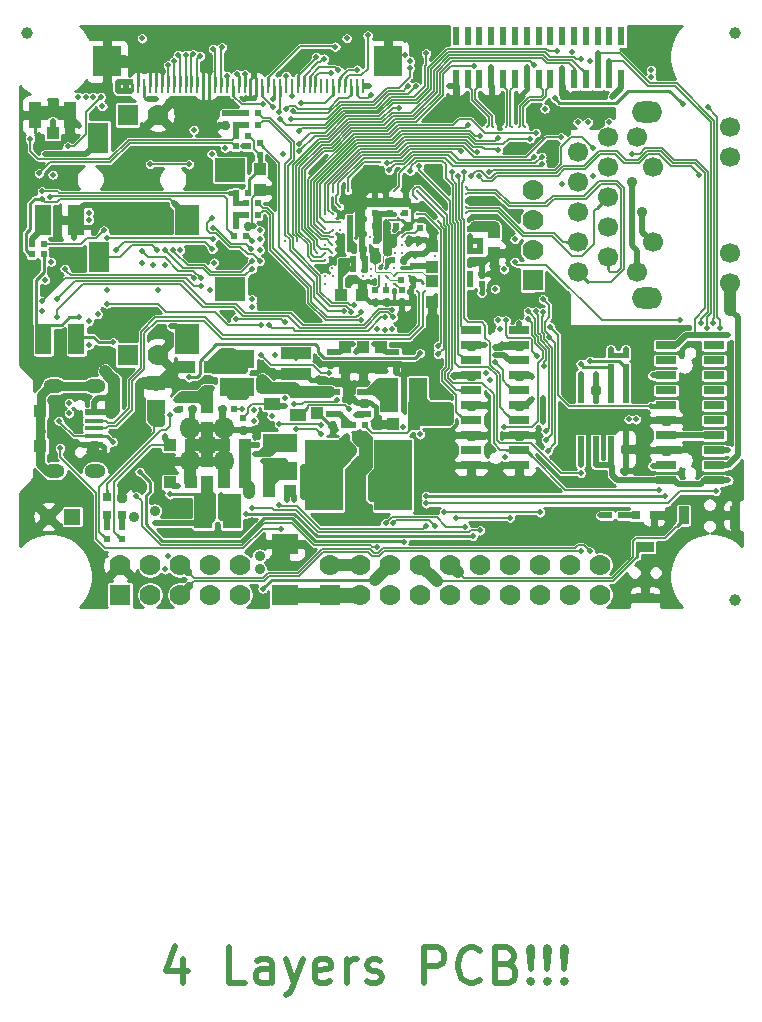
<source format=gbr>
%TF.GenerationSoftware,KiCad,Pcbnew,5.1.0-rc2-unknown-036be7d~80~ubuntu16.04.1*%
%TF.CreationDate,2019-11-29T15:46:33+02:00*%
%TF.ProjectId,S3-OLinuXino_Rev_A,53332d4f-4c69-46e7-9558-696e6f5f5265,F*%
%TF.SameCoordinates,Original*%
%TF.FileFunction,Copper,L1,Top*%
%TF.FilePolarity,Positive*%
%FSLAX46Y46*%
G04 Gerber Fmt 4.6, Leading zero omitted, Abs format (unit mm)*
G04 Created by KiCad (PCBNEW 5.1.0-rc2-unknown-036be7d~80~ubuntu16.04.1) date 2019-11-29 15:46:33*
%MOMM*%
%LPD*%
G04 APERTURE LIST*
%TA.AperFunction,NonConductor*%
%ADD10C,0.500000*%
%TD*%
%TA.AperFunction,SMDPad,CuDef*%
%ADD11R,1.524000X1.270000*%
%TD*%
%TA.AperFunction,ComponentPad*%
%ADD12C,1.778000*%
%TD*%
%TA.AperFunction,ComponentPad*%
%ADD13R,1.778000X1.778000*%
%TD*%
%TA.AperFunction,SMDPad,CuDef*%
%ADD14R,1.800000X0.700000*%
%TD*%
%TA.AperFunction,ComponentPad*%
%ADD15C,1.400000*%
%TD*%
%TA.AperFunction,ComponentPad*%
%ADD16R,1.400000X1.400000*%
%TD*%
%TA.AperFunction,SMDPad,CuDef*%
%ADD17R,1.500000X0.900000*%
%TD*%
%TA.AperFunction,SMDPad,CuDef*%
%ADD18R,0.900000X1.500000*%
%TD*%
%TA.AperFunction,SMDPad,CuDef*%
%ADD19R,2.400000X2.600000*%
%TD*%
%TA.AperFunction,SMDPad,CuDef*%
%ADD20R,0.250000X1.300000*%
%TD*%
%TA.AperFunction,ComponentPad*%
%ADD21C,1.700000*%
%TD*%
%TA.AperFunction,ComponentPad*%
%ADD22O,2.600000X1.800000*%
%TD*%
%TA.AperFunction,SMDPad,CuDef*%
%ADD23R,1.400000X2.600000*%
%TD*%
%TA.AperFunction,SMDPad,CuDef*%
%ADD24R,2.000000X2.600000*%
%TD*%
%TA.AperFunction,SMDPad,CuDef*%
%ADD25R,1.800000X2.600000*%
%TD*%
%TA.AperFunction,SMDPad,CuDef*%
%ADD26R,2.600000X2.000000*%
%TD*%
%TA.AperFunction,SMDPad,CuDef*%
%ADD27R,0.600000X1.650000*%
%TD*%
%TA.AperFunction,SMDPad,CuDef*%
%ADD28R,1.050000X1.050000*%
%TD*%
%TA.AperFunction,SMDPad,CuDef*%
%ADD29R,1.050000X2.200000*%
%TD*%
%TA.AperFunction,SMDPad,CuDef*%
%ADD30R,1.650000X0.500000*%
%TD*%
%TA.AperFunction,SMDPad,CuDef*%
%ADD31R,1.650000X0.325000*%
%TD*%
%TA.AperFunction,SMDPad,CuDef*%
%ADD32R,1.000000X1.100000*%
%TD*%
%TA.AperFunction,ComponentPad*%
%ADD33O,1.800000X1.200000*%
%TD*%
%TA.AperFunction,SMDPad,CuDef*%
%ADD34R,2.286000X1.778000*%
%TD*%
%TA.AperFunction,ComponentPad*%
%ADD35O,1.800000X1.800000*%
%TD*%
%TA.AperFunction,ViaPad*%
%ADD36O,1.800000X1.800000*%
%TD*%
%TA.AperFunction,SMDPad,CuDef*%
%ADD37R,0.600000X2.200000*%
%TD*%
%TA.AperFunction,SMDPad,CuDef*%
%ADD38R,0.800000X0.800000*%
%TD*%
%TA.AperFunction,ConnectorPad*%
%ADD39C,1.000000*%
%TD*%
%TA.AperFunction,SMDPad,CuDef*%
%ADD40R,1.600000X3.000000*%
%TD*%
%TA.AperFunction,SMDPad,CuDef*%
%ADD41R,3.000000X1.600000*%
%TD*%
%TA.AperFunction,SMDPad,CuDef*%
%ADD42R,0.500000X0.550000*%
%TD*%
%TA.AperFunction,SMDPad,CuDef*%
%ADD43R,0.550000X0.500000*%
%TD*%
%TA.AperFunction,SMDPad,CuDef*%
%ADD44R,1.016000X1.016000*%
%TD*%
%TA.AperFunction,SMDPad,CuDef*%
%ADD45R,3.200000X6.000000*%
%TD*%
%TA.AperFunction,SMDPad,CuDef*%
%ADD46R,1.200000X0.550000*%
%TD*%
%TA.AperFunction,SMDPad,CuDef*%
%ADD47R,1.400000X1.000000*%
%TD*%
%TA.AperFunction,ViaPad*%
%ADD48C,0.500000*%
%TD*%
%TA.AperFunction,ViaPad*%
%ADD49C,0.900000*%
%TD*%
%TA.AperFunction,ViaPad*%
%ADD50C,0.327000*%
%TD*%
%TA.AperFunction,ViaPad*%
%ADD51C,0.600000*%
%TD*%
%TA.AperFunction,Conductor*%
%ADD52C,1.270000*%
%TD*%
%TA.AperFunction,Conductor*%
%ADD53C,1.016000*%
%TD*%
%TA.AperFunction,Conductor*%
%ADD54C,0.127000*%
%TD*%
%TA.AperFunction,Conductor*%
%ADD55C,0.254000*%
%TD*%
%TA.AperFunction,Conductor*%
%ADD56C,0.508000*%
%TD*%
%TA.AperFunction,Conductor*%
%ADD57C,0.304800*%
%TD*%
%TA.AperFunction,Conductor*%
%ADD58C,0.406400*%
%TD*%
%TA.AperFunction,Conductor*%
%ADD59C,0.101600*%
%TD*%
%TA.AperFunction,Conductor*%
%ADD60C,0.660400*%
%TD*%
%TA.AperFunction,Conductor*%
%ADD61C,0.762000*%
%TD*%
%TA.AperFunction,Conductor*%
%ADD62C,0.203200*%
%TD*%
%TA.AperFunction,Conductor*%
%ADD63C,0.157480*%
%TD*%
G04 APERTURE END LIST*
D10*
X134233005Y-139438143D02*
X134233005Y-141438142D01*
X133518719Y-138295286D02*
X132804434Y-140438142D01*
X134661576Y-140438142D01*
X139518717Y-141438142D02*
X138090146Y-141438142D01*
X138090146Y-138438143D01*
X141804431Y-141438142D02*
X141804431Y-139866714D01*
X141661574Y-139581000D01*
X141375859Y-139438143D01*
X140804431Y-139438143D01*
X140518717Y-139581000D01*
X141804431Y-141295285D02*
X141518717Y-141438142D01*
X140804431Y-141438142D01*
X140518717Y-141295285D01*
X140375860Y-141009571D01*
X140375860Y-140723856D01*
X140518717Y-140438142D01*
X140804431Y-140295285D01*
X141518717Y-140295285D01*
X141804431Y-140152428D01*
X142947287Y-139438143D02*
X143661573Y-141438142D01*
X144375858Y-139438143D02*
X143661573Y-141438142D01*
X143375859Y-142152427D01*
X143233002Y-142295284D01*
X142947287Y-142438142D01*
X146661572Y-141295285D02*
X146375858Y-141438142D01*
X145804429Y-141438142D01*
X145518715Y-141295285D01*
X145375858Y-141009571D01*
X145375858Y-139866714D01*
X145518715Y-139581000D01*
X145804429Y-139438143D01*
X146375858Y-139438143D01*
X146661572Y-139581000D01*
X146804429Y-139866714D01*
X146804429Y-140152428D01*
X145375858Y-140438142D01*
X148090143Y-141438142D02*
X148090143Y-139438143D01*
X148090143Y-140009571D02*
X148233000Y-139723857D01*
X148375857Y-139581000D01*
X148661571Y-139438143D01*
X148947285Y-139438143D01*
X149804428Y-141295285D02*
X150090142Y-141438142D01*
X150661571Y-141438142D01*
X150947285Y-141295285D01*
X151090142Y-141009571D01*
X151090142Y-140866714D01*
X150947285Y-140580999D01*
X150661571Y-140438142D01*
X150232999Y-140438142D01*
X149947285Y-140295285D01*
X149804428Y-140009571D01*
X149804428Y-139866714D01*
X149947285Y-139581000D01*
X150232999Y-139438143D01*
X150661571Y-139438143D01*
X150947285Y-139581000D01*
X154661569Y-141438142D02*
X154661569Y-138438143D01*
X155804426Y-138438143D01*
X156090140Y-138581000D01*
X156232997Y-138723857D01*
X156375854Y-139009571D01*
X156375854Y-139438143D01*
X156232997Y-139723857D01*
X156090140Y-139866714D01*
X155804426Y-140009571D01*
X154661569Y-140009571D01*
X159375853Y-141152428D02*
X159232996Y-141295285D01*
X158804425Y-141438142D01*
X158518711Y-141438142D01*
X158090140Y-141295285D01*
X157804425Y-141009571D01*
X157661568Y-140723856D01*
X157518711Y-140152428D01*
X157518711Y-139723857D01*
X157661568Y-139152428D01*
X157804425Y-138866714D01*
X158090140Y-138581000D01*
X158518711Y-138438143D01*
X158804425Y-138438143D01*
X159232996Y-138581000D01*
X159375853Y-138723857D01*
X161661567Y-139866714D02*
X162090138Y-140009571D01*
X162232995Y-140152428D01*
X162375852Y-140438142D01*
X162375852Y-140866714D01*
X162232995Y-141152428D01*
X162090138Y-141295285D01*
X161804424Y-141438142D01*
X160661567Y-141438142D01*
X160661567Y-138438143D01*
X161661567Y-138438143D01*
X161947281Y-138581000D01*
X162090138Y-138723857D01*
X162232995Y-139009571D01*
X162232995Y-139295285D01*
X162090138Y-139581000D01*
X161947281Y-139723857D01*
X161661567Y-139866714D01*
X160661567Y-139866714D01*
X163661566Y-141152428D02*
X163804423Y-141295285D01*
X163661566Y-141438142D01*
X163518709Y-141295285D01*
X163661566Y-141152428D01*
X163661566Y-141438142D01*
X163661566Y-140295285D02*
X163518709Y-138581000D01*
X163661566Y-138438143D01*
X163804423Y-138581000D01*
X163661566Y-140295285D01*
X163661566Y-138438143D01*
X165090137Y-141152428D02*
X165232994Y-141295285D01*
X165090137Y-141438142D01*
X164947280Y-141295285D01*
X165090137Y-141152428D01*
X165090137Y-141438142D01*
X165090137Y-140295285D02*
X164947280Y-138581000D01*
X165090137Y-138438143D01*
X165232994Y-138581000D01*
X165090137Y-140295285D01*
X165090137Y-138438143D01*
X166518708Y-141152428D02*
X166661565Y-141295285D01*
X166518708Y-141438142D01*
X166375851Y-141295285D01*
X166518708Y-141152428D01*
X166518708Y-141438142D01*
X166518708Y-140295285D02*
X166375851Y-138581000D01*
X166518708Y-138438143D01*
X166661565Y-138581000D01*
X166518708Y-140295285D01*
X166518708Y-138438143D01*
D11*
%TO.P,C25,2*%
%TO.N,GND*%
X131953000Y-90678000D03*
%TO.P,C25,1*%
%TO.N,IPS*%
X131953000Y-92710000D03*
%TD*%
D12*
%TO.P,UEXT1,4*%
%TO.N,Net-(D1-Pad1)*%
X131445000Y-106045000D03*
%TO.P,UEXT1,3*%
%TO.N,/UART1_TX*%
X131445000Y-108585000D03*
%TO.P,UEXT1,2*%
%TO.N,GND*%
X128905000Y-106045000D03*
D13*
%TO.P,UEXT1,1*%
%TO.N,+3V3*%
X128905000Y-108585000D03*
D12*
%TO.P,UEXT1,5*%
%TO.N,PB8\005CTWI1-SCK*%
X133985000Y-108585000D03*
%TO.P,UEXT1,6*%
%TO.N,PB9\005CTWI1-SDA*%
X133985000Y-106045000D03*
%TO.P,UEXT1,8*%
%TO.N,Net-(UEXT1-Pad8)*%
X136525000Y-106045000D03*
%TO.P,UEXT1,7*%
%TO.N,Net-(UEXT1-Pad7)*%
X136525000Y-108585000D03*
%TO.P,UEXT1,9*%
%TO.N,Net-(UEXT1-Pad9)*%
X139065000Y-108585000D03*
%TO.P,UEXT1,10*%
%TO.N,Net-(UEXT1-Pad10)*%
X139065000Y-106045000D03*
%TD*%
D13*
%TO.P,PoE1,7*%
%TO.N,+5V_EXT*%
X129540000Y-88265000D03*
D12*
%TO.P,PoE1,8*%
%TO.N,GND*%
X132080000Y-88265000D03*
D13*
%TO.P,PoE1,5*%
%TO.N,+5V_EXT*%
X129540000Y-67945000D03*
D12*
%TO.P,PoE1,6*%
%TO.N,GND*%
X132080000Y-67945000D03*
%TO.P,PoE1,3*%
%TO.N,/PowerSupply_USB_Audio_Ethernet_Buttons_MiPi-Camera/CT2*%
X163830000Y-76835000D03*
%TO.P,PoE1,2*%
%TO.N,/PowerSupply_USB_Audio_Ethernet_Buttons_MiPi-Camera/SP1*%
X163830000Y-79375000D03*
D13*
%TO.P,PoE1,1*%
%TO.N,/PowerSupply_USB_Audio_Ethernet_Buttons_MiPi-Camera/SP2*%
X163830000Y-81915000D03*
D12*
%TO.P,PoE1,4*%
%TO.N,/PowerSupply_USB_Audio_Ethernet_Buttons_MiPi-Camera/CT1*%
X163830000Y-74295000D03*
%TD*%
D14*
%TO.P,Flash1,40*%
%TO.N,/SDC2-D7*%
X158623000Y-86182200D03*
%TO.P,Flash1,39*%
%TO.N,/SDC2-D0\005CSPI0-MOSI*%
X162687000Y-86182200D03*
%TO.P,Flash1,30*%
%TO.N,GND*%
X158623000Y-92532200D03*
%TO.P,Flash1,29*%
X162687000Y-92532200D03*
%TO.P,Flash1,28*%
%TO.N,/SDC2-D4*%
X158623000Y-93802200D03*
%TO.P,Flash1,27*%
%TO.N,/SDC2-D3*%
X162687000Y-93802200D03*
%TO.P,Flash1,34*%
%TO.N,GND*%
X158623000Y-89992200D03*
%TO.P,Flash1,33*%
X162687000Y-89992200D03*
%TO.P,Flash1,24*%
%TO.N,Net-(Flash1-Pad24)*%
X158623000Y-96342200D03*
%TO.P,Flash1,23*%
%TO.N,/SDC2-CLK\005CSPI0-MISO*%
X162687000Y-96342200D03*
%TO.P,Flash1,36*%
%TO.N,/SDC2-D6*%
X158623000Y-88722200D03*
%TO.P,Flash1,35*%
%TO.N,/SDC2-D1*%
X162687000Y-88722200D03*
%TO.P,Flash1,32*%
%TO.N,/SDC2-D5*%
X158623000Y-91262200D03*
%TO.P,Flash1,31*%
%TO.N,/SDC2-D2*%
X162687000Y-91262200D03*
%TO.P,Flash1,26*%
%TO.N,GND*%
X158623000Y-95072200D03*
%TO.P,Flash1,25*%
X162687000Y-95072200D03*
%TO.P,Flash1,22*%
X158623000Y-97612200D03*
%TO.P,Flash1,21*%
X162687000Y-97612200D03*
%TO.P,Flash1,38*%
X158623000Y-87452200D03*
%TO.P,Flash1,37*%
X162687000Y-87452200D03*
%TO.P,Flash1,20*%
%TO.N,/SDC2-RST\005CSPI0-CS*%
X175133000Y-87452200D03*
%TO.P,Flash1,19*%
%TO.N,Net-(Flash1-Pad19)*%
X179197000Y-87452200D03*
%TO.P,Flash1,18*%
%TO.N,Net-(Flash1-Pad18)*%
X175133000Y-88722200D03*
%TO.P,Flash1,17*%
%TO.N,Net-(Flash1-Pad17)*%
X179197000Y-88722200D03*
%TO.P,Flash1,16*%
%TO.N,/SDC2-CLK\005CSPI0-MISO*%
X175133000Y-89992200D03*
%TO.P,Flash1,15*%
%TO.N,Net-(Flash1-Pad15)*%
X179197000Y-89992200D03*
%TO.P,Flash1,14*%
%TO.N,Net-(Flash1-Pad14)*%
X175133000Y-91262200D03*
%TO.P,Flash1,13*%
%TO.N,Net-(Flash1-Pad13)*%
X179197000Y-91262200D03*
%TO.P,Flash1,12*%
%TO.N,/SDC2-D0\005CSPI0-MOSI*%
X175133000Y-92532200D03*
%TO.P,Flash1,11*%
%TO.N,Net-(Flash1-Pad11)*%
X179197000Y-92532200D03*
%TO.P,Flash1,10*%
%TO.N,GND*%
X175133000Y-93802200D03*
%TO.P,Flash1,9*%
%TO.N,Net-(Flash1-Pad9)*%
X179197000Y-93802200D03*
%TO.P,Flash1,8*%
%TO.N,/SDC2-CMD\005CSPI0-CLK*%
X175133000Y-95072200D03*
%TO.P,Flash1,7*%
X179197000Y-95072200D03*
%TO.P,Flash1,6*%
%TO.N,GND*%
X175133000Y-96342200D03*
%TO.P,Flash1,5*%
%TO.N,/SDC2-RST\005CSPI0-CS*%
X179197000Y-96342200D03*
%TO.P,Flash1,4*%
%TO.N,+3V3*%
X175133000Y-97612200D03*
%TO.P,Flash1,3*%
X179197000Y-97612200D03*
%TO.P,Flash1,2*%
X175133000Y-98882200D03*
%TO.P,Flash1,1*%
X179197000Y-98882200D03*
%TD*%
D15*
%TO.P,LiPo_BAT1,2*%
%TO.N,GND*%
X122824240Y-101963220D03*
D16*
%TO.P,LiPo_BAT1,1*%
%TO.N,VBAT*%
X124853700Y-101960680D03*
%TD*%
D12*
%TO.P,EXT1,20*%
%TO.N,/GPIO_LED*%
X169545000Y-106045000D03*
%TO.P,EXT1,19*%
%TO.N,CSI-SDA*%
X169545000Y-108585000D03*
%TO.P,EXT1,18*%
%TO.N,/PB3*%
X167005000Y-106045000D03*
%TO.P,EXT1,17*%
%TO.N,CSI-SCK*%
X167005000Y-108585000D03*
%TO.P,EXT1,16*%
%TO.N,AXP_GPIO3*%
X164465000Y-106045000D03*
%TO.P,EXT1,15*%
%TO.N,PB7\005CTWI0-SDA*%
X164465000Y-108585000D03*
%TO.P,EXT1,14*%
%TO.N,AXP_GPIO2*%
X161925000Y-106045000D03*
%TO.P,EXT1,13*%
%TO.N,PB6\005CTWI0-SCK*%
X161925000Y-108585000D03*
%TO.P,EXT1,12*%
%TO.N,AXP_GPIO1*%
X159385000Y-106045000D03*
%TO.P,EXT1,11*%
%TO.N,LRADC1*%
X159385000Y-108585000D03*
%TO.P,EXT1,4*%
%TO.N,GND*%
X149225000Y-106045000D03*
%TO.P,EXT1,3*%
%TO.N,+5V_EXT*%
X149225000Y-108585000D03*
%TO.P,EXT1,2*%
%TO.N,GND*%
X146685000Y-106045000D03*
D13*
%TO.P,EXT1,1*%
%TO.N,+5V_EXT*%
X146685000Y-108585000D03*
D12*
%TO.P,EXT1,5*%
%TO.N,IPS*%
X151765000Y-108585000D03*
%TO.P,EXT1,6*%
%TO.N,AXP_BACKUP*%
X151765000Y-106045000D03*
%TO.P,EXT1,8*%
%TO.N,AXP_PWRON*%
X154305000Y-106045000D03*
%TO.P,EXT1,7*%
%TO.N,+3V3*%
X154305000Y-108585000D03*
%TO.P,EXT1,9*%
%TO.N,LRADC0*%
X156845000Y-108585000D03*
%TO.P,EXT1,10*%
%TO.N,AXP_RST*%
X156845000Y-106045000D03*
%TD*%
D17*
%TO.P,PWR1,1*%
%TO.N,AXP_PWRON*%
X173355000Y-104503000D03*
%TO.P,PWR1,2*%
%TO.N,GND*%
X173355000Y-108857000D03*
%TD*%
D18*
%TO.P,RST1,1*%
%TO.N,AXP_RST*%
X176639000Y-101854000D03*
%TO.P,RST1,2*%
%TO.N,GND*%
X180993000Y-101854000D03*
%TD*%
D19*
%TO.P,LCD_CON1,0*%
%TO.N,GND*%
X151600000Y-63415000D03*
X127800000Y-63415000D03*
D20*
%TO.P,LCD_CON1,40*%
%TO.N,PB7\005CTWI0-SDA*%
X149450000Y-65515000D03*
%TO.P,LCD_CON1,39*%
%TO.N,PB6\005CTWI0-SCK*%
X148950000Y-65515000D03*
%TO.P,LCD_CON1,38*%
%TO.N,/CTP-RST*%
X148450000Y-65515000D03*
%TO.P,LCD_CON1,37*%
%TO.N,/CTP-INT*%
X147950000Y-65515000D03*
%TO.P,LCD_CON1,36*%
%TO.N,/LCD-PWM*%
X147450000Y-65515000D03*
%TO.P,LCD_CON1,35*%
%TO.N,/LCD_PWR*%
X146950000Y-65515000D03*
%TO.P,LCD_CON1,34*%
%TO.N,Net-(LCD_CON1-Pad34)*%
X146450000Y-65515000D03*
%TO.P,LCD_CON1,33*%
%TO.N,Net-(LCD_CON1-Pad33)*%
X145950000Y-65515000D03*
%TO.P,LCD_CON1,32*%
%TO.N,/LCD_DE*%
X145450000Y-65515000D03*
%TO.P,LCD_CON1,31*%
%TO.N,/LCD_CLK*%
X144950000Y-65515000D03*
%TO.P,LCD_CON1,30*%
%TO.N,/LCD_VSYNC*%
X144450000Y-65515000D03*
%TO.P,LCD_CON1,29*%
%TO.N,/LCD_HSYNC*%
X143950000Y-65515000D03*
%TO.P,LCD_CON1,28*%
%TO.N,/LCD_D7*%
X143450000Y-65515000D03*
%TO.P,LCD_CON1,27*%
%TO.N,/LCD_D6*%
X142950000Y-65515000D03*
%TO.P,LCD_CON1,26*%
%TO.N,/LCD_D5*%
X142450000Y-65515000D03*
%TO.P,LCD_CON1,25*%
%TO.N,/LCD_D4*%
X141950000Y-65515000D03*
%TO.P,LCD_CON1,24*%
%TO.N,/LCD_D3*%
X141450000Y-65515000D03*
%TO.P,LCD_CON1,23*%
%TO.N,/LCD_D2*%
X140950000Y-65515000D03*
%TO.P,LCD_CON1,22*%
%TO.N,GND*%
X140450000Y-65515000D03*
%TO.P,LCD_CON1,21*%
X139950000Y-65515000D03*
%TO.P,LCD_CON1,20*%
%TO.N,/LCD_D15*%
X139450000Y-65515000D03*
%TO.P,LCD_CON1,19*%
%TO.N,/LCD_D14*%
X138950000Y-65515000D03*
%TO.P,LCD_CON1,18*%
%TO.N,/LCD_D13*%
X138450000Y-65515000D03*
%TO.P,LCD_CON1,17*%
%TO.N,/LCD_D12*%
X137950000Y-65515000D03*
%TO.P,LCD_CON1,16*%
%TO.N,/LCD_D11*%
X137450000Y-65515000D03*
%TO.P,LCD_CON1,15*%
%TO.N,/LCD_D10*%
X136950000Y-65515000D03*
%TO.P,LCD_CON1,14*%
%TO.N,GND*%
X136450000Y-65515000D03*
%TO.P,LCD_CON1,13*%
X135950000Y-65515000D03*
%TO.P,LCD_CON1,12*%
%TO.N,/LCD_D23*%
X135450000Y-65515000D03*
%TO.P,LCD_CON1,11*%
%TO.N,/LCD_D22*%
X134950000Y-65515000D03*
%TO.P,LCD_CON1,10*%
%TO.N,/LCD_D21*%
X134450000Y-65515000D03*
%TO.P,LCD_CON1,9*%
%TO.N,/LCD_D20*%
X133950000Y-65515000D03*
%TO.P,LCD_CON1,8*%
%TO.N,/LCD_D19*%
X133450000Y-65515000D03*
%TO.P,LCD_CON1,7*%
%TO.N,/LCD_D18*%
X132950000Y-65515000D03*
%TO.P,LCD_CON1,6*%
%TO.N,GND*%
X132450000Y-65515000D03*
%TO.P,LCD_CON1,5*%
X131950000Y-65515000D03*
%TO.P,LCD_CON1,4*%
X131450000Y-65515000D03*
%TO.P,LCD_CON1,3*%
%TO.N,+3V3*%
X130950000Y-65515000D03*
%TO.P,LCD_CON1,2*%
%TO.N,GND*%
X130450000Y-65515000D03*
%TO.P,LCD_CON1,1*%
%TO.N,+5V*%
X129950000Y-65515000D03*
%TD*%
D21*
%TO.P,LAN1,15*%
%TO.N,+3V3*%
X180590000Y-82195000D03*
%TO.P,LAN1,18*%
%TO.N,/PowerSupply_USB_Audio_Ethernet_Buttons_MiPi-Camera/EPHY_SPD_LED*%
X180590000Y-68935000D03*
%TO.P,LAN1,16*%
%TO.N,/PowerSupply_USB_Audio_Ethernet_Buttons_MiPi-Camera/EPHY_LINK_LED*%
X180590000Y-79655000D03*
%TO.P,LAN1,17*%
%TO.N,+3V3*%
X180590000Y-71475000D03*
D22*
%TO.P,LAN1,0*%
%TO.N,Net-(C65-Pad2)*%
X173480000Y-83440000D03*
X173480000Y-67690000D03*
D21*
%TO.P,LAN1,14*%
%TO.N,/PowerSupply_USB_Audio_Ethernet_Buttons_MiPi-Camera/SP2*%
X172700000Y-69850000D03*
%TO.P,LAN1,13*%
%TO.N,/PowerSupply_USB_Audio_Ethernet_Buttons_MiPi-Camera/SP1*%
X173990000Y-72390000D03*
%TO.P,LAN1,12*%
%TO.N,/PowerSupply_USB_Audio_Ethernet_Buttons_MiPi-Camera/CT2*%
X173990000Y-78740000D03*
%TO.P,LAN1,11*%
%TO.N,/PowerSupply_USB_Audio_Ethernet_Buttons_MiPi-Camera/CT1*%
X172700000Y-81280000D03*
%TO.P,LAN1,1*%
%TO.N,/PowerSupply_USB_Audio_Ethernet_Buttons_MiPi-Camera/EPHY_TX_P*%
X167640000Y-81280000D03*
%TO.P,LAN1,2*%
%TO.N,/PowerSupply_USB_Audio_Ethernet_Buttons_MiPi-Camera/EPHY_TX_N*%
X170180000Y-80010000D03*
%TO.P,LAN1,3*%
%TO.N,/PowerSupply_USB_Audio_Ethernet_Buttons_MiPi-Camera/EPHY_RX_P*%
X167640000Y-78740000D03*
%TO.P,LAN1,4*%
%TO.N,Net-(C63-Pad2)*%
X170180000Y-77470000D03*
%TO.P,LAN1,5*%
%TO.N,Net-(C64-Pad2)*%
X167640000Y-76200000D03*
%TO.P,LAN1,6*%
%TO.N,/PowerSupply_USB_Audio_Ethernet_Buttons_MiPi-Camera/EPHY_RX_N*%
X170180000Y-74930000D03*
%TO.P,LAN1,7*%
%TO.N,Net-(LAN1-Pad7)*%
X167640000Y-73660000D03*
%TO.P,LAN1,8*%
%TO.N,Net-(LAN1-Pad8)*%
X170180000Y-72390000D03*
%TO.P,LAN1,9*%
%TO.N,Net-(LAN1-Pad9)*%
X167640000Y-71120000D03*
%TO.P,LAN1,10*%
%TO.N,Net-(LAN1-Pad10)*%
X170180000Y-69850000D03*
%TD*%
D23*
%TO.P,HEADPHONES/LINEOUT1,1*%
%TO.N,Net-(HEADPHONES/LINEOUT1-Pad1)*%
X122413000Y-86910000D03*
D24*
%TO.P,HEADPHONES/LINEOUT1,2*%
%TO.N,Net-(HEADPHONES/LINEOUT1-Pad2)*%
X134613000Y-86910000D03*
D25*
%TO.P,HEADPHONES/LINEOUT1,3*%
%TO.N,Net-(HEADPHONES/LINEOUT1-Pad3)*%
X127113000Y-80010000D03*
D26*
%TO.P,HEADPHONES/LINEOUT1,4*%
%TO.N,Net-(HEADPHONES/LINEOUT1-Pad4)*%
X138213000Y-82710000D03*
D23*
%TO.P,HEADPHONES/LINEOUT1,5*%
%TO.N,Net-(HEADPHONES/LINEOUT1-Pad5)*%
X125213000Y-86910000D03*
%TD*%
%TO.P,MIC/LINEIN1,1*%
%TO.N,Net-(MIC/LINEIN1-Pad1)*%
X122376000Y-76806000D03*
D24*
%TO.P,MIC/LINEIN1,2*%
%TO.N,Net-(LINEINL/MICIN1-Pad2)*%
X134576000Y-76806000D03*
D25*
%TO.P,MIC/LINEIN1,3*%
%TO.N,Net-(LINEINR/MICIN1-Pad2)*%
X127076000Y-69906000D03*
D26*
%TO.P,MIC/LINEIN1,4*%
%TO.N,Net-(MIC/LINEIN1-Pad4)*%
X138176000Y-72606000D03*
D23*
%TO.P,MIC/LINEIN1,5*%
%TO.N,GND*%
X125176000Y-76806000D03*
%TD*%
D27*
%TO.P,RPi_CAMERA1,25*%
%TO.N,Net-(RPi_CAMERA1-Pad25)*%
X162338000Y-61294000D03*
%TO.P,RPi_CAMERA1,24*%
%TO.N,Net-(RPi_CAMERA1-Pad24)*%
X163338000Y-61294000D03*
%TO.P,RPi_CAMERA1,28*%
%TO.N,Net-(RPi_CAMERA1-Pad28)*%
X159338000Y-61294000D03*
%TO.P,RPi_CAMERA1,22*%
%TO.N,Net-(RPi_CAMERA1-Pad22)*%
X165338000Y-61294000D03*
%TO.P,RPi_CAMERA1,29*%
%TO.N,Net-(RPi_CAMERA1-Pad29)*%
X158338000Y-61294000D03*
%TO.P,RPi_CAMERA1,26*%
%TO.N,Net-(RPi_CAMERA1-Pad26)*%
X161338000Y-61294000D03*
%TO.P,RPi_CAMERA1,16*%
%TO.N,Net-(RPi_CAMERA1-Pad16)*%
X171338000Y-61294000D03*
%TO.P,RPi_CAMERA1,30*%
%TO.N,Net-(RPi_CAMERA1-Pad30)*%
X157338000Y-61294000D03*
%TO.P,RPi_CAMERA1,20*%
%TO.N,Net-(RPi_CAMERA1-Pad20)*%
X167338000Y-61294000D03*
%TO.P,RPi_CAMERA1,19*%
%TO.N,Net-(RPi_CAMERA1-Pad19)*%
X168338000Y-61294000D03*
%TO.P,RPi_CAMERA1,21*%
%TO.N,Net-(RPi_CAMERA1-Pad21)*%
X166338000Y-61294000D03*
%TO.P,RPi_CAMERA1,18*%
%TO.N,Net-(RPi_CAMERA1-Pad18)*%
X169338000Y-61294000D03*
%TO.P,RPi_CAMERA1,23*%
%TO.N,Net-(RPi_CAMERA1-Pad23)*%
X164338000Y-61294000D03*
%TO.P,RPi_CAMERA1,27*%
%TO.N,Net-(RPi_CAMERA1-Pad27)*%
X160338000Y-61294000D03*
%TO.P,RPi_CAMERA1,17*%
%TO.N,Net-(RPi_CAMERA1-Pad17)*%
X170338000Y-61294000D03*
%TO.P,RPi_CAMERA1,15*%
%TO.N,+3V3*%
X171338000Y-64944000D03*
%TO.P,RPi_CAMERA1,11*%
%TO.N,MIPI-CSI-PWDN*%
X167338000Y-64944000D03*
%TO.P,RPi_CAMERA1,12*%
%TO.N,MIPI-CSI-RESET*%
X168338000Y-64944000D03*
%TO.P,RPi_CAMERA1,14*%
%TO.N,CSI-SCK*%
X170338000Y-64944000D03*
%TO.P,RPi_CAMERA1,13*%
%TO.N,CSI-SDA*%
X169338000Y-64944000D03*
%TO.P,RPi_CAMERA1,8*%
%TO.N,/PowerSupply_USB_Audio_Ethernet_Buttons_MiPi-Camera/MCSI_CK-*%
X164338000Y-64944000D03*
%TO.P,RPi_CAMERA1,7*%
%TO.N,GND*%
X163338000Y-64944000D03*
%TO.P,RPi_CAMERA1,9*%
%TO.N,/PowerSupply_USB_Audio_Ethernet_Buttons_MiPi-Camera/MCSI_CK+*%
X165338000Y-64944000D03*
%TO.P,RPi_CAMERA1,10*%
%TO.N,GND*%
X166338000Y-64944000D03*
%TO.P,RPi_CAMERA1,6*%
%TO.N,/PowerSupply_USB_Audio_Ethernet_Buttons_MiPi-Camera/MCSI_DATA1+*%
X162338000Y-64944000D03*
%TO.P,RPi_CAMERA1,5*%
%TO.N,/PowerSupply_USB_Audio_Ethernet_Buttons_MiPi-Camera/MCSI_DATA1-*%
X161338000Y-64944000D03*
%TO.P,RPi_CAMERA1,4*%
%TO.N,GND*%
X160338000Y-64944000D03*
%TO.P,RPi_CAMERA1,3*%
%TO.N,/PowerSupply_USB_Audio_Ethernet_Buttons_MiPi-Camera/MCSI_DATA0+*%
X159338000Y-64944000D03*
%TO.P,RPi_CAMERA1,2*%
%TO.N,/PowerSupply_USB_Audio_Ethernet_Buttons_MiPi-Camera/MCSI_DATA0-*%
X158338000Y-64944000D03*
%TO.P,RPi_CAMERA1,1*%
%TO.N,GND*%
X157338000Y-64944000D03*
%TD*%
D28*
%TO.P,ANT1,1*%
%TO.N,Net-(ANT1-Pad1)*%
X123190000Y-69445000D03*
D29*
%TO.P,ANT1,2*%
%TO.N,GND*%
X124690000Y-67945000D03*
X121690000Y-67945000D03*
%TD*%
D30*
%TO.P,USB-OTG1,1*%
%TO.N,+5V_USBOTG*%
X126721000Y-93100500D03*
D31*
%TO.P,USB-OTG1,2*%
%TO.N,/PowerSupply_USB_Audio_Ethernet_Buttons_MiPi-Camera/USB-D_N*%
X126721000Y-93838000D03*
%TO.P,USB-OTG1,3*%
%TO.N,/PowerSupply_USB_Audio_Ethernet_Buttons_MiPi-Camera/USB-D_P*%
X126721000Y-94488000D03*
%TO.P,USB-OTG1,4*%
%TO.N,USB-ID*%
X126721000Y-95138000D03*
D30*
%TO.P,USB-OTG1,5*%
%TO.N,GND*%
X126721000Y-95875500D03*
D32*
%TO.P,USB-OTG1,0*%
%TO.N,Net-(L12-Pad2)*%
X122171000Y-92988000D03*
X122171000Y-95988000D03*
D33*
X123321000Y-90888000D03*
X126791000Y-90888000D03*
X126791000Y-98088000D03*
X123321000Y-98088000D03*
%TD*%
D34*
%TO.P,D2,2*%
%TO.N,GND*%
X142875000Y-104249000D03*
%TO.P,D2,1*%
%TO.N,+5V_EXT*%
X142875000Y-108603000D03*
%TD*%
D35*
%TO.P,U4,49*%
%TO.N,GND*%
X136271000Y-95885000D03*
D36*
%TD*%
%TO.N,GND*%
%TO.C,U4*%
X137671000Y-97285000D03*
%TO.N,GND*%
%TO.C,U4*%
X137671000Y-94485000D03*
X134871000Y-97285000D03*
X134871000Y-94485000D03*
%TD*%
D37*
%TO.P,U2,8*%
%TO.N,+3V3*%
X167894000Y-91226000D03*
%TO.P,U2,7*%
%TO.N,GND*%
X169164000Y-91226000D03*
%TO.P,U2,6*%
%TO.N,PB8\005CTWI1-SCK*%
X170434000Y-91226000D03*
%TO.P,U2,5*%
%TO.N,PB9\005CTWI1-SDA*%
X171704000Y-91226000D03*
%TO.P,U2,4*%
%TO.N,GND*%
X171704000Y-96226000D03*
%TO.P,U2,3*%
%TO.N,+3V3*%
X170434000Y-96226000D03*
%TO.P,U2,2*%
X169164000Y-96226000D03*
%TO.P,U2,1*%
X167894000Y-96226000D03*
%TD*%
D38*
%TO.P,CHGLED1,1*%
%TO.N,Net-(CHGLED1-Pad1)*%
X127762000Y-100330000D03*
%TO.P,CHGLED1,2*%
%TO.N,Net-(CHGLED1-Pad2)*%
X127762000Y-101854000D03*
%TD*%
%TO.P,PWRLED1,1*%
%TO.N,GND*%
X129032000Y-100330000D03*
%TO.P,PWRLED1,2*%
%TO.N,Net-(PWRLED1-Pad2)*%
X129032000Y-101854000D03*
%TD*%
%TO.P,GPIO_LED1,1*%
%TO.N,GND*%
X174117000Y-101854000D03*
%TO.P,GPIO_LED1,2*%
%TO.N,Net-(GPIO_LED1-Pad2)*%
X172593000Y-101854000D03*
%TD*%
D39*
%TO.P,FID1,Fid1*%
%TO.N,Net-(FID1-PadFid1)*%
X121000000Y-61000000D03*
%TD*%
%TO.P,FID3,Fid1*%
%TO.N,Net-(FID3-PadFid1)*%
X181000000Y-109000000D03*
%TD*%
%TO.P,FID2,Fid1*%
%TO.N,Net-(FID2-PadFid1)*%
X181000000Y-61000000D03*
%TD*%
D40*
%TO.P,L5,2*%
%TO.N,+3V3*%
X135960000Y-101473000D03*
%TO.P,L5,1*%
%TO.N,Net-(L5-Pad1)*%
X138360000Y-101473000D03*
%TD*%
D41*
%TO.P,L4,2*%
%TO.N,+1.1V*%
X142430500Y-98101000D03*
%TO.P,L4,1*%
%TO.N,Net-(L4-Pad1)*%
X142430500Y-95701000D03*
%TD*%
%TO.P,L3,2*%
%TO.N,/PowerSupply_USB_Audio_Ethernet_Buttons_MiPi-Camera/CHSENSE*%
X138811000Y-88589000D03*
%TO.P,L3,1*%
%TO.N,Net-(L3-Pad1)*%
X138811000Y-90989000D03*
%TD*%
D40*
%TO.P,L7,2*%
%TO.N,VCC-DDR*%
X154108000Y-91694000D03*
%TO.P,L7,1*%
%TO.N,Net-(L7-Pad1)*%
X151708000Y-91694000D03*
%TD*%
D42*
%TO.P,C33,2*%
%TO.N,Net-(C17-Pad1)*%
X152242000Y-77350000D03*
%TO.P,C33,1*%
%TO.N,GND*%
X153258000Y-77350000D03*
%TD*%
D43*
%TO.P,C18,2*%
%TO.N,GND*%
X159384999Y-80518000D03*
%TO.P,C18,1*%
%TO.N,Net-(C17-Pad1)*%
X159384999Y-79502000D03*
%TD*%
%TO.P,C17,2*%
%TO.N,VCC-DDR*%
X159384999Y-77597000D03*
%TO.P,C17,1*%
%TO.N,Net-(C17-Pad1)*%
X159384999Y-78613000D03*
%TD*%
D42*
%TO.P,C38,2*%
%TO.N,+3.0VA*%
X151917000Y-80275000D03*
%TO.P,C38,1*%
%TO.N,GND*%
X152933000Y-80275000D03*
%TD*%
%TO.P,C50,2*%
%TO.N,+3.3V_RTC*%
X152654000Y-81915000D03*
%TO.P,C50,1*%
%TO.N,GND*%
X153670000Y-81915000D03*
%TD*%
%TO.P,C88,1*%
%TO.N,Net-(C88-Pad1)*%
X139573000Y-75438000D03*
%TO.P,C88,2*%
%TO.N,/PowerSupply_USB_Audio_Ethernet_Buttons_MiPi-Camera/MICIN3_P*%
X140589000Y-75438000D03*
%TD*%
%TO.P,C86,2*%
%TO.N,/PowerSupply_USB_Audio_Ethernet_Buttons_MiPi-Camera/MICIN1_P*%
X140589000Y-68834000D03*
%TO.P,C86,1*%
%TO.N,Net-(C86-Pad1)*%
X139573000Y-68834000D03*
%TD*%
%TO.P,C87,2*%
%TO.N,/PowerSupply_USB_Audio_Ethernet_Buttons_MiPi-Camera/LINEINR*%
X139700000Y-70612000D03*
%TO.P,C87,1*%
%TO.N,Net-(C87-Pad1)*%
X138684000Y-70612000D03*
%TD*%
D43*
%TO.P,C16,2*%
%TO.N,GND*%
X152273000Y-89027000D03*
%TO.P,C16,1*%
%TO.N,Net-(C15-Pad1)*%
X152273000Y-88011000D03*
%TD*%
D42*
%TO.P,C91,1*%
%TO.N,Net-(C91-Pad1)*%
X139573000Y-76454000D03*
%TO.P,C91,2*%
%TO.N,/PowerSupply_USB_Audio_Ethernet_Buttons_MiPi-Camera/MICIN3_N*%
X140589000Y-76454000D03*
%TD*%
%TO.P,C21,2*%
%TO.N,GND*%
X137541000Y-92837000D03*
%TO.P,C21,1*%
%TO.N,AXP_PWRON*%
X138557000Y-92837000D03*
%TD*%
%TO.P,C90,2*%
%TO.N,/PowerSupply_USB_Audio_Ethernet_Buttons_MiPi-Camera/MICIN1_N*%
X140589000Y-67818000D03*
%TO.P,C90,1*%
%TO.N,Net-(C90-Pad1)*%
X139573000Y-67818000D03*
%TD*%
%TO.P,C89,1*%
%TO.N,Net-(C89-Pad1)*%
X138557000Y-78232000D03*
%TO.P,C89,2*%
%TO.N,/PowerSupply_USB_Audio_Ethernet_Buttons_MiPi-Camera/LINEINL*%
X139573000Y-78232000D03*
%TD*%
%TO.P,C85,2*%
%TO.N,GND*%
X151633000Y-78650000D03*
%TO.P,C85,1*%
%TO.N,VCC-DDR*%
X150617000Y-78650000D03*
%TD*%
D43*
%TO.P,C83,2*%
%TO.N,GND*%
X150475000Y-75217000D03*
%TO.P,C83,1*%
%TO.N,VCC-DDR*%
X150475000Y-76233000D03*
%TD*%
D42*
%TO.P,C1,1*%
%TO.N,GND*%
X149606000Y-81026000D03*
%TO.P,C1,2*%
%TO.N,+3V3*%
X148590000Y-81026000D03*
%TD*%
D43*
%TO.P,C82,2*%
%TO.N,GND*%
X151775000Y-75217000D03*
%TO.P,C82,1*%
%TO.N,VCC-DDR*%
X151775000Y-76233000D03*
%TD*%
D42*
%TO.P,C3,2*%
%TO.N,GND*%
X171604414Y-98072501D03*
%TO.P,C3,1*%
%TO.N,+3V3*%
X170588414Y-98072501D03*
%TD*%
D43*
%TO.P,C105,2*%
%TO.N,+3V3*%
X153725000Y-80783000D03*
%TO.P,C105,1*%
%TO.N,GND*%
X153725000Y-79767000D03*
%TD*%
D42*
%TO.P,C76,2*%
%TO.N,GND*%
X151633000Y-79502000D03*
%TO.P,C76,1*%
%TO.N,+1.1V*%
X150617000Y-79502000D03*
%TD*%
%TO.P,C98,1*%
%TO.N,Net-(C91-Pad1)*%
X138684000Y-77343000D03*
%TO.P,C98,2*%
%TO.N,GND*%
X139700000Y-77343000D03*
%TD*%
%TO.P,C75,2*%
%TO.N,GND*%
X149358000Y-79300000D03*
%TO.P,C75,1*%
%TO.N,+1.1V*%
X148342000Y-79300000D03*
%TD*%
%TO.P,C79,2*%
%TO.N,GND*%
X149358000Y-78000000D03*
%TO.P,C79,1*%
%TO.N,+1.1V*%
X148342000Y-78000000D03*
%TD*%
%TO.P,C78,2*%
%TO.N,GND*%
X149358000Y-76700000D03*
%TO.P,C78,1*%
%TO.N,+1.1V*%
X148342000Y-76700000D03*
%TD*%
D43*
%TO.P,C97,2*%
%TO.N,Net-(C90-Pad1)*%
X137795000Y-67818000D03*
%TO.P,C97,1*%
%TO.N,GND*%
X137795000Y-68834000D03*
%TD*%
D42*
%TO.P,C84,2*%
%TO.N,GND*%
X151536400Y-77350000D03*
%TO.P,C84,1*%
%TO.N,VCC-DDR*%
X150520400Y-77350000D03*
%TD*%
D43*
%TO.P,C73,2*%
%TO.N,GND*%
X152750000Y-83820000D03*
%TO.P,C73,1*%
%TO.N,+3V3*%
X152750000Y-82804000D03*
%TD*%
%TO.P,C22,2*%
%TO.N,GND*%
X150475000Y-83820000D03*
%TO.P,C22,1*%
%TO.N,+3V3*%
X150475000Y-82804000D03*
%TD*%
D42*
%TO.P,C4,2*%
%TO.N,+3V3*%
X148590000Y-80133000D03*
%TO.P,C4,1*%
%TO.N,GND*%
X149606000Y-80133000D03*
%TD*%
D43*
%TO.P,C93,2*%
%TO.N,Net-(C90-Pad1)*%
X138684000Y-67818000D03*
%TO.P,C93,1*%
%TO.N,Net-(C86-Pad1)*%
X138684000Y-68834000D03*
%TD*%
%TO.P,C96,1*%
%TO.N,Net-(C88-Pad1)*%
X138684000Y-75438000D03*
%TO.P,C96,2*%
%TO.N,Net-(C91-Pad1)*%
X138684000Y-76454000D03*
%TD*%
D44*
%TO.P,C55,2*%
%TO.N,VBAT*%
X136271000Y-92710000D03*
%TO.P,C55,1*%
%TO.N,GND*%
X136271000Y-94488000D03*
%TD*%
%TO.P,C23,2*%
%TO.N,GND*%
X149478999Y-89408000D03*
%TO.P,C23,1*%
%TO.N,Net-(C23-Pad1)*%
X149478999Y-87630000D03*
%TD*%
%TO.P,C24,2*%
%TO.N,GND*%
X147954999Y-89408000D03*
%TO.P,C24,1*%
%TO.N,Net-(C24-Pad1)*%
X147954999Y-87630000D03*
%TD*%
%TO.P,C68,2*%
%TO.N,GND*%
X152019000Y-94107000D03*
%TO.P,C68,1*%
%TO.N,VCC-DDR*%
X153797000Y-94107000D03*
%TD*%
%TO.P,C28,2*%
%TO.N,GND*%
X134874000Y-95885000D03*
%TO.P,C28,1*%
%TO.N,+5V_EXT*%
X133096000Y-95885000D03*
%TD*%
%TO.P,C19,2*%
%TO.N,GND*%
X134874000Y-99060000D03*
%TO.P,C19,1*%
%TO.N,Net-(C19-Pad1)*%
X133096000Y-99060000D03*
%TD*%
%TO.P,C77,2*%
%TO.N,GND*%
X143002000Y-89916000D03*
%TO.P,C77,1*%
%TO.N,+1.1V*%
X143002000Y-88138000D03*
%TD*%
%TO.P,C74,2*%
%TO.N,GND*%
X144526000Y-89916000D03*
%TO.P,C74,1*%
%TO.N,+1.1V*%
X144526000Y-88138000D03*
%TD*%
%TO.P,C48,2*%
%TO.N,+3V3*%
X155321000Y-80835500D03*
%TO.P,C48,1*%
%TO.N,GND*%
X155321000Y-79057500D03*
%TD*%
%TO.P,C49,2*%
%TO.N,+1.1V*%
X155321000Y-82042000D03*
%TO.P,C49,1*%
%TO.N,GND*%
X155321000Y-83820000D03*
%TD*%
%TO.P,C92,1*%
%TO.N,GND*%
X140716000Y-74295000D03*
%TO.P,C92,2*%
%TO.N,Net-(C92-Pad2)*%
X140716000Y-72517000D03*
%TD*%
%TO.P,C59,2*%
%TO.N,GND*%
X145605500Y-93218000D03*
%TO.P,C59,1*%
%TO.N,IPS*%
X145605500Y-91440000D03*
%TD*%
%TO.P,C14,2*%
%TO.N,GND*%
X149414000Y-83200000D03*
%TO.P,C14,1*%
%TO.N,+3V3*%
X147636000Y-83200000D03*
%TD*%
%TO.P,C15,2*%
%TO.N,GND*%
X151002999Y-89408000D03*
%TO.P,C15,1*%
%TO.N,Net-(C15-Pad1)*%
X151002999Y-87630000D03*
%TD*%
%TO.P,C81,1*%
%TO.N,VCC-DDR*%
X160528000Y-77851000D03*
%TO.P,C81,2*%
%TO.N,GND*%
X160528000Y-79629000D03*
%TD*%
%TO.P,C36,2*%
%TO.N,IPS*%
X139446000Y-99060000D03*
%TO.P,C36,1*%
%TO.N,GND*%
X137668000Y-99060000D03*
%TD*%
%TO.P,C40,2*%
%TO.N,+1.1V*%
X141478000Y-99821999D03*
%TO.P,C40,1*%
%TO.N,GND*%
X143256000Y-99821999D03*
%TD*%
%TO.P,C39,2*%
%TO.N,/PowerSupply_USB_Audio_Ethernet_Buttons_MiPi-Camera/CHSENSE*%
X136525000Y-89281000D03*
%TO.P,C39,1*%
%TO.N,GND*%
X134747000Y-89281000D03*
%TD*%
%TO.P,C41,2*%
%TO.N,+3V3*%
X136271000Y-99060000D03*
%TO.P,C41,1*%
%TO.N,GND*%
X136271000Y-97282000D03*
%TD*%
%TO.P,C35,2*%
%TO.N,IPS*%
X139446000Y-95885000D03*
%TO.P,C35,1*%
%TO.N,GND*%
X137668000Y-95885000D03*
%TD*%
D43*
%TO.P,R4,2*%
%TO.N,+3V3*%
X171704000Y-88265000D03*
%TO.P,R4,1*%
%TO.N,PB9\005CTWI1-SDA*%
X171704000Y-89281000D03*
%TD*%
%TO.P,R5,2*%
%TO.N,+3V3*%
X170434000Y-88265000D03*
%TO.P,R5,1*%
%TO.N,PB8\005CTWI1-SCK*%
X170434000Y-89281000D03*
%TD*%
%TO.P,R27,2*%
%TO.N,Net-(R27-Pad2)*%
X153075000Y-76233000D03*
%TO.P,R27,1*%
%TO.N,GND*%
X153075000Y-75217000D03*
%TD*%
%TO.P,R28,2*%
%TO.N,Net-(R28-Pad2)*%
X154305000Y-77492000D03*
%TO.P,R28,1*%
%TO.N,GND*%
X154305000Y-78508000D03*
%TD*%
%TO.P,R15,2*%
%TO.N,GND*%
X158495999Y-80518000D03*
%TO.P,R15,1*%
%TO.N,Net-(C17-Pad1)*%
X158495999Y-79502000D03*
%TD*%
%TO.P,R14,2*%
%TO.N,VCC-DDR*%
X158495999Y-77597000D03*
%TO.P,R14,1*%
%TO.N,Net-(C17-Pad1)*%
X158495999Y-78613000D03*
%TD*%
%TO.P,R31,2*%
%TO.N,Net-(R31-Pad2)*%
X151450000Y-82804000D03*
%TO.P,R31,1*%
%TO.N,GND*%
X151450000Y-83820000D03*
%TD*%
D42*
%TO.P,R50,2*%
%TO.N,GND*%
X159512000Y-81407000D03*
%TO.P,R50,1*%
%TO.N,Net-(R49-Pad1)*%
X158496000Y-81407000D03*
%TD*%
%TO.P,R49,2*%
%TO.N,+2.5V*%
X159512000Y-82296000D03*
%TO.P,R49,1*%
%TO.N,Net-(R49-Pad1)*%
X158496000Y-82296000D03*
%TD*%
%TO.P,R59,2*%
%TO.N,Net-(C92-Pad2)*%
X139700000Y-69723000D03*
%TO.P,R59,1*%
%TO.N,Net-(C86-Pad1)*%
X138684000Y-69723000D03*
%TD*%
D43*
%TO.P,R57,2*%
%TO.N,/PowerSupply_USB_Audio_Ethernet_Buttons_MiPi-Camera/MBIAS*%
X140716000Y-70358000D03*
%TO.P,R57,1*%
%TO.N,Net-(C92-Pad2)*%
X140716000Y-71374000D03*
%TD*%
D42*
%TO.P,R58,1*%
%TO.N,Net-(C88-Pad1)*%
X138684000Y-74549000D03*
%TO.P,R58,2*%
%TO.N,Net-(C92-Pad2)*%
X139700000Y-74549000D03*
%TD*%
%TO.P,R64,2*%
%TO.N,Net-(LINEINL/MICIN1-Pad2)*%
X121412000Y-79756000D03*
%TO.P,R64,1*%
%TO.N,Net-(HEADPHONES/LINEOUT1-Pad1)*%
X122428000Y-79756000D03*
%TD*%
%TO.P,R56,2*%
%TO.N,Net-(MIC/LINEIN1-Pad1)*%
X121412000Y-78867000D03*
%TO.P,R56,1*%
%TO.N,HP(MIC)-DET*%
X122428000Y-78867000D03*
%TD*%
%TO.P,R6,2*%
%TO.N,Net-(GPIO_LED1-Pad2)*%
X171323000Y-101854000D03*
%TO.P,R6,1*%
%TO.N,/GPIO_LED*%
X170307000Y-101854000D03*
%TD*%
D43*
%TO.P,R21,2*%
%TO.N,Net-(PWRLED1-Pad2)*%
X129032000Y-102870000D03*
%TO.P,R21,1*%
%TO.N,+5V_EXT*%
X129032000Y-103886000D03*
%TD*%
D42*
%TO.P,R42,2*%
%TO.N,VCC-DDR*%
X149669500Y-94234000D03*
%TO.P,R42,1*%
%TO.N,Net-(R42-Pad1)*%
X148653500Y-94234000D03*
%TD*%
%TO.P,R43,2*%
%TO.N,GND*%
X146875500Y-94234000D03*
%TO.P,R43,1*%
%TO.N,Net-(R42-Pad1)*%
X147891500Y-94234000D03*
%TD*%
D43*
%TO.P,R16,2*%
%TO.N,IPS*%
X127762000Y-103885999D03*
%TO.P,R16,1*%
%TO.N,Net-(CHGLED1-Pad2)*%
X127762000Y-102869999D03*
%TD*%
D42*
%TO.P,R20,2*%
%TO.N,GND*%
X135001000Y-92837000D03*
%TO.P,R20,1*%
%TO.N,Net-(R20-Pad1)*%
X133985000Y-92837000D03*
%TD*%
D43*
%TO.P,R19,2*%
%TO.N,GND*%
X146684998Y-89027001D03*
%TO.P,R19,1*%
%TO.N,Net-(C24-Pad1)*%
X146684998Y-88011001D03*
%TD*%
%TO.P,R18,2*%
%TO.N,GND*%
X139319000Y-94615000D03*
%TO.P,R18,1*%
%TO.N,Net-(R18-Pad1)*%
X139319000Y-93599000D03*
%TD*%
D45*
%TO.P,L6,2*%
%TO.N,Net-(D3-Pad2)*%
X151998000Y-98425000D03*
%TO.P,L6,1*%
%TO.N,IPS*%
X146198000Y-98425000D03*
%TD*%
D46*
%TO.P,U5,1*%
%TO.N,+3.0VA*%
X149572500Y-93279000D03*
%TO.P,U5,2*%
%TO.N,GND*%
X149572500Y-92329000D03*
%TO.P,U5,3*%
%TO.N,Net-(L7-Pad1)*%
X149572500Y-91379000D03*
%TO.P,U5,5*%
%TO.N,Net-(R42-Pad1)*%
X146972500Y-93279000D03*
%TO.P,U5,4*%
%TO.N,IPS*%
X146972500Y-91379000D03*
%TD*%
D47*
%TO.P,T1,1*%
%TO.N,AXP_RST*%
X143982440Y-93342460D03*
%TO.P,T1,2*%
%TO.N,IPS*%
X143982440Y-91440000D03*
%TO.P,T1,3*%
%TO.N,Net-(R18-Pad1)*%
X141772640Y-92395040D03*
%TD*%
D48*
%TO.N,+5V_EXT*%
X132715000Y-95123000D03*
D49*
%TO.N,+5V*%
X140716000Y-106426000D03*
X140716000Y-105283000D03*
D48*
X129413000Y-65913000D03*
X129413000Y-65151000D03*
X124587000Y-93218000D03*
X124587000Y-92329000D03*
X128714500Y-65151000D03*
X128714500Y-65913000D03*
%TO.N,Net-(ANT1-Pad1)*%
X123190000Y-68453000D03*
%TO.N,GND*%
X132334000Y-77724000D03*
X132334000Y-77089000D03*
X138430000Y-80645000D03*
X159774151Y-87444350D03*
X165354000Y-103124000D03*
X165354000Y-102235000D03*
X166243000Y-103124000D03*
X166243000Y-102235000D03*
X136906000Y-69215000D03*
X136906000Y-67691000D03*
X167005000Y-102235000D03*
X153035000Y-62865000D03*
X153670000Y-62230000D03*
X154305000Y-61595000D03*
X153035000Y-61595000D03*
X151765000Y-61595000D03*
X151130000Y-60960000D03*
X152400000Y-60960000D03*
X153670000Y-60960000D03*
X154940000Y-60960000D03*
X156210000Y-60960000D03*
X174625000Y-62865000D03*
X174625000Y-61595000D03*
X173990000Y-62230000D03*
X175260000Y-62230000D03*
X173990000Y-60960000D03*
X175260000Y-60960000D03*
X140208000Y-66548000D03*
X131445000Y-63754000D03*
X131445000Y-63119000D03*
X132334000Y-63119000D03*
X132334000Y-63754000D03*
X130048000Y-63119000D03*
X130048000Y-63754000D03*
X131445000Y-72771000D03*
X131445000Y-73406000D03*
X131445000Y-74041000D03*
X131445000Y-75565000D03*
X131445000Y-77724000D03*
X131445000Y-77089000D03*
X121031000Y-87503000D03*
D50*
X150150000Y-75075000D03*
X150088865Y-78310914D03*
D48*
X134620000Y-79248000D03*
X155321000Y-84582000D03*
D50*
X153380206Y-77615929D03*
X153392909Y-78313770D03*
X153406173Y-78986221D03*
X153356678Y-79717768D03*
X150818530Y-80913770D03*
D48*
X152908000Y-90043000D03*
D50*
X150138770Y-82228375D03*
D48*
X140462000Y-82804000D03*
X147193000Y-94615000D03*
X180848000Y-102870000D03*
X174371000Y-108839000D03*
D49*
X141984374Y-105665626D03*
D48*
X141986000Y-89916000D03*
D50*
X147573930Y-78975000D03*
X149500000Y-78963770D03*
X149477377Y-78291319D03*
X149516976Y-79636230D03*
X149516430Y-80912801D03*
X148881430Y-78329304D03*
X148881430Y-77029304D03*
X148881430Y-77671181D03*
D48*
X123190000Y-73914000D03*
X128524000Y-94869000D03*
D50*
X152750000Y-79625000D03*
X145307615Y-72344729D03*
X144494570Y-83086493D03*
D48*
X140208000Y-77343000D03*
X127254000Y-86360000D03*
X123063000Y-94361000D03*
X133921500Y-101790500D03*
D49*
X125730000Y-103886000D03*
D48*
X148336000Y-101346000D03*
X148336000Y-100711000D03*
X148336000Y-101981000D03*
X174879000Y-101854000D03*
X143637000Y-100584000D03*
X143002000Y-100584000D03*
X129286000Y-63119000D03*
X129286000Y-63754000D03*
D50*
X154050000Y-79658681D03*
X154050000Y-78986230D03*
X154050000Y-78313770D03*
X152777735Y-77641319D03*
X152088770Y-78975000D03*
X153400000Y-81586230D03*
D48*
X165227000Y-71628000D03*
X124532570Y-69447306D03*
X125421000Y-68889000D03*
X123190000Y-67437000D03*
D50*
X153400142Y-75702007D03*
X152745694Y-75702768D03*
X152104308Y-75702782D03*
X151445692Y-75702782D03*
X150800000Y-75075000D03*
X150804308Y-75702781D03*
X151450000Y-78975000D03*
X152100000Y-78325000D03*
X148200000Y-75725000D03*
X147550000Y-75075000D03*
X148200000Y-75075000D03*
X148850000Y-75075000D03*
X148850000Y-75725000D03*
X148872208Y-76370696D03*
X149500000Y-77675000D03*
X149500000Y-75075000D03*
X149500000Y-75725000D03*
X149500000Y-77025000D03*
X149500000Y-76375000D03*
X151450000Y-78325000D03*
X151450000Y-77675000D03*
X149500000Y-74425000D03*
X152100000Y-75075000D03*
X152750000Y-75075000D03*
X153400000Y-75075000D03*
X151450000Y-75075000D03*
X151450000Y-77025000D03*
X152100000Y-82875000D03*
D48*
X130810000Y-99441000D03*
X127508000Y-96520000D03*
X126874554Y-96521554D03*
X126238000Y-96521554D03*
X160274000Y-75184000D03*
D50*
X155321000Y-73152000D03*
X146900000Y-75725000D03*
X155675000Y-83200000D03*
D48*
X159396269Y-80191430D03*
X159766000Y-92519500D03*
X159766000Y-97599500D03*
X161417000Y-97599500D03*
X176276000Y-93789500D03*
X171704000Y-97599500D03*
X163766500Y-92011500D03*
X163766500Y-90170000D03*
X160655000Y-87630000D03*
X169164000Y-89916000D03*
X165862000Y-84201000D03*
X165862000Y-83566000D03*
X165862000Y-84836000D03*
X161417000Y-95059500D03*
X158506695Y-80191430D03*
X172212000Y-60960000D03*
X173228000Y-60960000D03*
X176276000Y-96266000D03*
X169418000Y-68580000D03*
X156718000Y-65532000D03*
X160337500Y-63881000D03*
X163322000Y-63881000D03*
X165735000Y-68580000D03*
X166751000Y-68580000D03*
X164846000Y-68580000D03*
X159766000Y-95177430D03*
X148590000Y-91948000D03*
X147955000Y-91948000D03*
X166315570Y-64008000D03*
D49*
X130937000Y-90678000D03*
D48*
X157109729Y-90042989D03*
X125031500Y-78359000D03*
X124904500Y-80962500D03*
D49*
X121031000Y-101981000D03*
X121031000Y-100076000D03*
X122809000Y-100076000D03*
X121031000Y-103378000D03*
D48*
X173990000Y-96329500D03*
X125412500Y-80518000D03*
X171704000Y-94742000D03*
X140081000Y-102235000D03*
X155448000Y-91694000D03*
X139573000Y-66548000D03*
X137922000Y-84836000D03*
X145542000Y-88646000D03*
X140716000Y-108966000D03*
X127381000Y-60960000D03*
X155956000Y-67691000D03*
X157099000Y-67691000D03*
X160655000Y-67437000D03*
%TO.N,+3V3*%
X160909000Y-85344000D03*
X131254500Y-66611500D03*
X131953000Y-66611500D03*
X131826000Y-102489000D03*
X132461000Y-102489000D03*
X133096000Y-102489000D03*
X133731000Y-102489000D03*
D50*
X147561230Y-81586230D03*
X150811230Y-81589636D03*
X147533570Y-77675000D03*
X148156120Y-80912793D03*
X148156120Y-80275000D03*
D48*
X136842500Y-80451369D03*
X136525000Y-82804000D03*
D50*
X147561230Y-80925000D03*
D48*
X137795000Y-70739000D03*
X134366000Y-102489000D03*
X141732000Y-93472000D03*
D50*
X153400000Y-80913770D03*
D48*
X135128000Y-69215000D03*
D50*
X152104000Y-82251230D03*
X147550000Y-80275000D03*
D48*
X136779000Y-102044500D03*
X136779000Y-101409500D03*
X136779000Y-100774500D03*
X136779000Y-100139500D03*
D50*
X147550000Y-82225000D03*
X152750000Y-80913770D03*
D48*
X173990000Y-98869500D03*
X173990000Y-97663000D03*
X180403500Y-97599500D03*
X180403500Y-98869500D03*
X167894000Y-89852500D03*
X167894000Y-97599500D03*
X169164000Y-97599500D03*
X170434000Y-97599500D03*
X170434000Y-87757000D03*
X171704000Y-87757000D03*
X161504900Y-96934597D03*
X168529000Y-68580000D03*
X167640000Y-68580000D03*
X164846000Y-67437000D03*
X133109001Y-100084667D03*
X170307000Y-68580000D03*
X170561000Y-66421000D03*
X161036000Y-86106000D03*
%TO.N,+3.0VA*%
X140843000Y-85725000D03*
D50*
X151461030Y-80905670D03*
X151503682Y-80259439D03*
D48*
X140843000Y-88265000D03*
X160192937Y-90424000D03*
X148844000Y-93345000D03*
X146558000Y-89789000D03*
X127762000Y-83947000D03*
X161417000Y-81026000D03*
D49*
%TO.N,+5V_USBOTG*%
X127644944Y-89669955D03*
D48*
X128143000Y-93217998D03*
X128143000Y-92456000D03*
%TO.N,IPS*%
X148104126Y-95098723D03*
X144399000Y-99060000D03*
X144399000Y-100330000D03*
X144399000Y-99695000D03*
X148082000Y-96367600D03*
X148082000Y-95732600D03*
X148717000Y-96520000D03*
D51*
X140508468Y-95885000D03*
D49*
X139827000Y-99949000D03*
D48*
X140716000Y-91059000D03*
X140716000Y-90424000D03*
X131762500Y-93472000D03*
X132461000Y-94107000D03*
X131762500Y-94107000D03*
X132461000Y-93472000D03*
X144399000Y-98425000D03*
X144399000Y-97790000D03*
D49*
X131826000Y-101473000D03*
%TO.N,VBAT*%
X130048000Y-101981000D03*
D48*
X136144000Y-91567000D03*
X136652000Y-91059002D03*
X134302500Y-92075000D03*
X133604000Y-92075000D03*
%TO.N,Net-(CHGLED1-Pad1)*%
X133096000Y-93345000D03*
%TO.N,Net-(MICRO_SD1-Pad5)*%
X164719000Y-91948000D03*
X164719000Y-93980000D03*
%TO.N,AP-CK32KO*%
X141986000Y-88265000D03*
X159894952Y-89789000D03*
X160655000Y-82677000D03*
%TO.N,Net-(HEADPHONES/LINEOUT1-Pad2)*%
X133223000Y-85852000D03*
%TO.N,Net-(HEADPHONES/LINEOUT1-Pad1)*%
X125460547Y-85080926D03*
%TO.N,Net-(HEADPHONES/LINEOUT1-Pad3)*%
X132016500Y-79375000D03*
X132080000Y-82804000D03*
%TO.N,Net-(HEADPHONES/LINEOUT1-Pad5)*%
X128318343Y-87209672D03*
%TO.N,Net-(HPHONEOUTL/LINEOUTL1-Pad2)*%
X127000000Y-84836000D03*
X122291930Y-84582000D03*
%TO.N,Net-(HPHONEOUTR/LINEOUTR1-Pad2)*%
X127761998Y-82804000D03*
X122555000Y-81915000D03*
%TO.N,Net-(LINEINR/MICIN1-Pad2)*%
X122555000Y-71247000D03*
%TO.N,AXP_RST*%
X148272500Y-92837000D03*
%TO.N,Net-(R18-Pad1)*%
X142875000Y-92583000D03*
%TO.N,Net-(D3-Pad2)*%
X150114000Y-98552000D03*
X150114000Y-99187000D03*
X150114000Y-99822000D03*
X150114000Y-100457000D03*
%TO.N,+3.3V_RTC*%
X152908000Y-104140000D03*
X152898922Y-94361000D03*
X142875000Y-91948000D03*
D50*
X151449206Y-81578770D03*
D48*
X130556000Y-98171000D03*
%TO.N,USB-ID*%
X135128000Y-81788000D03*
X128270000Y-95631000D03*
X123698000Y-93853000D03*
X124206000Y-80962500D03*
%TO.N,PB6\005CTWI0-SCK*%
X150116403Y-66248738D03*
X140208000Y-93853000D03*
X171958000Y-93726000D03*
X173863000Y-64770000D03*
%TO.N,Net-(C24-Pad1)*%
X148590000Y-87376000D03*
D50*
X149516430Y-81586708D03*
D48*
%TO.N,PB7\005CTWI0-SDA*%
X149987000Y-65532000D03*
X140208000Y-92964000D03*
X172593000Y-93726000D03*
X173863000Y-64148067D03*
%TO.N,Net-(R20-Pad1)*%
X133604000Y-92964000D03*
%TO.N,VCC-DDR*%
X156718000Y-93853000D03*
X156718000Y-93218000D03*
X156718000Y-92583000D03*
D50*
X150800000Y-76375000D03*
X151450000Y-76375000D03*
X152100000Y-76375000D03*
X150800000Y-77025000D03*
X150800000Y-77675000D03*
X150800000Y-78325000D03*
D48*
X160274000Y-77216000D03*
X159639000Y-77216000D03*
%TO.N,USB-VBUSDET*%
X125984000Y-66421000D03*
X126284925Y-87408930D03*
%TO.N,/GPIO_LED*%
X169545000Y-101854000D03*
X151511000Y-72017809D03*
X163957000Y-71501000D03*
D50*
%TO.N,Net-(R29-Pad2)*%
X155576029Y-79862570D03*
X152761611Y-78986230D03*
D48*
%TO.N,HP(MIC)-DET*%
X126619000Y-66421000D03*
X127508000Y-77724000D03*
X126241416Y-85435426D03*
%TO.N,Net-(LINEINL/MICIN1-Pad2)*%
X122301000Y-75057000D03*
%TO.N,Net-(C88-Pad1)*%
X122301000Y-74422000D03*
%TO.N,Net-(C86-Pad1)*%
X121285000Y-69977000D03*
%TO.N,+2.5V*%
X159509781Y-83055781D03*
X158750000Y-103632000D03*
X139573000Y-101727000D03*
D50*
%TO.N,Net-(R49-Pad1)*%
X152103500Y-80905670D03*
D48*
X158496000Y-81851500D03*
D50*
%TO.N,Net-(R30-Pad2)*%
X152168434Y-79651803D03*
D48*
X162306001Y-78485999D03*
D50*
%TO.N,Net-(R31-Pad2)*%
X151443852Y-82251230D03*
%TO.N,Net-(C17-Pad1)*%
X152096149Y-77698930D03*
D48*
X158496000Y-78232000D03*
D50*
%TO.N,Net-(R28-Pad2)*%
X152750000Y-78313770D03*
%TO.N,Net-(R27-Pad2)*%
X152744643Y-76364794D03*
D48*
%TO.N,/SDC0-CLK*%
X163449000Y-85217000D03*
X161417000Y-94361000D03*
%TO.N,/UART1_RX*%
X126247934Y-76835000D03*
X132986337Y-105265663D03*
X140716000Y-78486000D03*
%TO.N,/SDC0-CMD*%
X164084000Y-84582000D03*
X164949066Y-94728950D03*
%TO.N,CSI-SCK*%
X143581943Y-67653456D03*
X170307000Y-63373000D03*
X178562000Y-85979000D03*
X168656000Y-63373000D03*
X153416000Y-64008000D03*
%TO.N,CSI-SDA*%
X179070000Y-85598000D03*
X169354500Y-63881000D03*
X169354500Y-62738000D03*
D50*
X143858930Y-78592010D03*
D48*
X152527000Y-67354292D03*
X153416000Y-63373000D03*
%TO.N,/PB3*%
X167894000Y-98298000D03*
X153438804Y-72671289D03*
%TO.N,/CAM-RST*%
X167894000Y-63246000D03*
X144068680Y-71037885D03*
%TO.N,/SDC0-D3*%
X164710398Y-84629445D03*
X164973000Y-95504000D03*
%TO.N,/CAM-PWDN*%
X144067361Y-70415955D03*
X165862000Y-62566708D03*
D50*
%TO.N,/CSI-MCLK*%
X147533570Y-77025000D03*
D48*
X163576000Y-69977000D03*
%TO.N,/CSI-PCLK*%
X160909000Y-70929500D03*
D50*
X146250000Y-76375000D03*
D48*
%TO.N,/WL-SDIO-D2*%
X140081000Y-80971570D03*
X132715000Y-79375000D03*
%TO.N,/WL-SDIO-D3*%
X140081000Y-80349637D03*
X133350000Y-79375000D03*
%TO.N,/WL-PMU-EN*%
X142707296Y-71257908D03*
X136657000Y-71252000D03*
%TO.N,/WL-SDIO-D0*%
X140716000Y-80336570D03*
X136708000Y-76652000D03*
%TO.N,/WL-SDIO-D1*%
X140008430Y-79314959D03*
X136779000Y-77542570D03*
%TO.N,/BT-DIS-N*%
X127408724Y-67228697D03*
X127763711Y-78338068D03*
X136767731Y-78413430D03*
%TO.N,/BT-UART-RX*%
X136725104Y-79302430D03*
X128524000Y-79375000D03*
%TO.N,/WL-SDIO-CMD*%
X133977064Y-79382945D03*
X140716000Y-79375000D03*
%TO.N,/SDC0-D1*%
X161544000Y-85344000D03*
X164229933Y-88373059D03*
%TO.N,/SDC0-D2*%
X164719000Y-83566000D03*
X165100000Y-96393000D03*
X165227000Y-86741000D03*
%TO.N,/SDC0-D0*%
X163449000Y-84582000D03*
X164795200Y-89230200D03*
D50*
%TO.N,+1.1V*%
X150831230Y-80276413D03*
X150146437Y-80280626D03*
X150150000Y-79608024D03*
X152100218Y-81578779D03*
X148200000Y-78313770D03*
X148200000Y-78986230D03*
D48*
X143764000Y-88519000D03*
X143764000Y-87884000D03*
D50*
X148818570Y-78970696D03*
X150090353Y-78995225D03*
D48*
X142875000Y-97282000D03*
X142240000Y-97282000D03*
X141605000Y-97282000D03*
X140970000Y-97282000D03*
D50*
X148200000Y-77025000D03*
X148822550Y-79572564D03*
%TO.N,Net-(C15-Pad1)*%
X150145443Y-80953077D03*
D48*
X150368000Y-87376000D03*
%TO.N,Net-(C19-Pad1)*%
X133812506Y-99385084D03*
%TO.N,+1V2*%
X134747000Y-90170000D03*
X175006000Y-100203000D03*
X165735000Y-66548000D03*
X154305000Y-88125078D03*
X154813000Y-100203000D03*
X176530000Y-67056000D03*
D50*
%TO.N,Net-(C23-Pad1)*%
X150138770Y-81575000D03*
D48*
X148844000Y-88011000D03*
%TO.N,+2V8*%
X179324000Y-99822000D03*
X154813000Y-102743000D03*
X154813000Y-100838000D03*
X179709109Y-85974869D03*
X142367000Y-100965000D03*
X178689000Y-67310000D03*
%TO.N,Net-(C63-Pad2)*%
X168910000Y-73152000D03*
%TO.N,Net-(C64-Pad2)*%
X166287103Y-73763299D03*
%TO.N,Net-(C89-Pad1)*%
X122936000Y-74857430D03*
%TO.N,AXP_PWRON*%
X139192000Y-92837000D03*
X154305000Y-94996000D03*
%TO.N,Net-(C87-Pad1)*%
X122047000Y-72898000D03*
%TO.N,Net-(L3-Pad1)*%
X138912600Y-91846400D03*
X138176000Y-91846400D03*
X139573000Y-91846400D03*
%TO.N,Net-(L4-Pad1)*%
X141605000Y-96647000D03*
X140970000Y-96647000D03*
X140335000Y-96647000D03*
%TO.N,Net-(L5-Pad1)*%
X137414000Y-102044500D03*
X137414000Y-101409500D03*
X137414000Y-100774500D03*
X137414000Y-100139500D03*
%TO.N,PB8\005CTWI1-SCK*%
X167894000Y-104902000D03*
X164592000Y-71501000D03*
X167894000Y-89027000D03*
X151661930Y-72621138D03*
%TO.N,PB9\005CTWI1-SDA*%
X168656000Y-88773000D03*
X168656000Y-104902000D03*
X164592000Y-72136000D03*
D50*
X152100000Y-74425000D03*
D48*
%TO.N,/BT-UART-CTS*%
X127254000Y-66421000D03*
X124460000Y-70612000D03*
%TO.N,/BT-UART-TX*%
X125349000Y-66421000D03*
X123190000Y-73025000D03*
%TO.N,/BT-PCM-SYNC*%
X130746500Y-79502000D03*
X135763000Y-81788000D03*
%TO.N,/BT-PCM-CLK*%
X131669970Y-80650076D03*
D50*
X146250000Y-82225000D03*
D48*
%TO.N,/BT-PCM-DOUT*%
X132680530Y-80645000D03*
D50*
X146885058Y-80939561D03*
D48*
%TO.N,/WL-WAKE-AP*%
X130746500Y-61468000D03*
X134747000Y-72136000D03*
X148082000Y-61468000D03*
X131445000Y-72136000D03*
%TO.N,/BT-WAKE-AP*%
X130746500Y-80454500D03*
D50*
X146221770Y-81573470D03*
D48*
%TO.N,/LCD_D14*%
X138811000Y-64516000D03*
%TO.N,/LCD_D19*%
X133501481Y-63392990D03*
%TO.N,/LCD_D21*%
X134457156Y-62844764D03*
%TO.N,/LCD_CLK*%
X147368828Y-64181140D03*
%TO.N,/LCD_D11*%
X137541000Y-62230000D03*
%TO.N,/SDC2-CLK\005CSPI0-MISO*%
X154207458Y-72258990D03*
X174498000Y-99695000D03*
X173990000Y-89992199D03*
%TO.N,/CTP-INT*%
X149860000Y-61214000D03*
%TO.N,/LCD_D22*%
X135078178Y-62811129D03*
%TO.N,/LCD_D15*%
X139449690Y-64517835D03*
%TO.N,/LCD_D18*%
X132969000Y-63754000D03*
%TO.N,/LCD_DE*%
X146799142Y-64430653D03*
%TO.N,/SDC2-RST\005CSPI0-CS*%
X180403500Y-96329500D03*
X180403500Y-86614000D03*
X158597600Y-73152000D03*
%TO.N,/LCD_D6*%
X142938500Y-64652070D03*
%TO.N,/LCD_D10*%
X136779000Y-62357000D03*
%TO.N,/LCD_VSYNC*%
X146160129Y-63187681D03*
%TO.N,/SDC2-CMD\005CSPI0-CLK*%
X178098608Y-95072200D03*
X178054000Y-85598000D03*
X168910000Y-70739000D03*
X172212000Y-71247000D03*
X160172400Y-72745600D03*
%TO.N,/LCD_D20*%
X133835677Y-62868478D03*
%TO.N,/SDC2-D0\005CSPI0-MOSI*%
X173863000Y-92583000D03*
X162687000Y-85607434D03*
X165299570Y-85878681D03*
X177927000Y-73025000D03*
X159258000Y-73152000D03*
%TO.N,/LCD_D23*%
X135681304Y-62962915D03*
%TO.N,/SDC2-D7*%
X157505400Y-73152000D03*
%TO.N,/LCD-PWM*%
X148986473Y-64110796D03*
%TO.N,/CSI-HSYNC*%
X166243000Y-69850000D03*
D50*
X146909358Y-74437545D03*
D48*
%TO.N,/SDC2-D3*%
X158038800Y-72771000D03*
%TO.N,/LCD_D12*%
X137922000Y-64643000D03*
%TO.N,/LCD_D7*%
X143485645Y-66317222D03*
D50*
%TO.N,/SDC2-D4*%
X154050000Y-74425000D03*
D48*
%TO.N,/LCD_HSYNC*%
X145491200Y-63042800D03*
%TO.N,/SDC2-D6*%
X156972000Y-72771000D03*
D50*
%TO.N,/LCD_D3*%
X148200000Y-74425000D03*
X150939500Y-71945500D03*
D48*
X147129500Y-62166500D03*
D50*
%TO.N,/SDC2-D5*%
X154050000Y-75075000D03*
D48*
%TO.N,/CSI-D2*%
X157784800Y-71043800D03*
D50*
X147550000Y-75725000D03*
D48*
%TO.N,/CSI-VSYNC*%
X144018000Y-69342000D03*
X154813000Y-62738000D03*
X167132000Y-62611000D03*
D50*
%TO.N,/CSI-D5*%
X146900000Y-76375000D03*
D48*
X159105600Y-71094600D03*
%TO.N,/LCD_PWR*%
X144191713Y-66976274D03*
%TO.N,/CSI-D3*%
X143417462Y-68253244D03*
X153289000Y-65532000D03*
D50*
%TO.N,/CSI-D8*%
X146267716Y-77622007D03*
D48*
X160909000Y-69904430D03*
%TO.N,/CTP-RST*%
X142923273Y-67412864D03*
%TO.N,/CSI-D7*%
X142471760Y-68317899D03*
X153924000Y-65532000D03*
D50*
%TO.N,/CSI-D4*%
X146900000Y-77675000D03*
D48*
X159385000Y-69723000D03*
%TO.N,/SDC2-D2*%
X155829000Y-88194409D03*
D50*
X155829000Y-76962000D03*
D48*
X160655000Y-88900000D03*
%TO.N,/SDC2-D1*%
X155829000Y-87503000D03*
D50*
X154050000Y-76375000D03*
D48*
X160655000Y-88265000D03*
%TO.N,LRADC1*%
X158115000Y-102806500D03*
X151384000Y-102489000D03*
X150684269Y-86110638D03*
%TO.N,LRADC0*%
X152019000Y-102489000D03*
X151308180Y-86118756D03*
X155575000Y-102743000D03*
%TO.N,/LCD_D2*%
X141859000Y-67246500D03*
D50*
%TO.N,/CSI-D6*%
X146900000Y-78325000D03*
D48*
X158369000Y-68834000D03*
%TO.N,/LCD_D4*%
X141864212Y-66624590D03*
D50*
X146272989Y-78949378D03*
X142875000Y-78613000D03*
D48*
%TO.N,/LCD_D5*%
X142367000Y-67691000D03*
D50*
%TO.N,/CSI-D10*%
X145600000Y-79648930D03*
D48*
X163968269Y-63681430D03*
%TO.N,/LCD_D13*%
X140970000Y-67056000D03*
D50*
%TO.N,MIPI-CSI-RESET*%
X146250000Y-80251070D03*
%TO.N,/CSI-D9*%
X146876070Y-79628724D03*
D48*
X158834434Y-63803185D03*
%TO.N,/UART1_TX*%
X126247934Y-76213067D03*
X140716000Y-77724000D03*
D50*
%TO.N,/CSI-D11*%
X146876070Y-78975000D03*
D48*
X164084000Y-69469000D03*
D50*
%TO.N,MIPI-CSI-PWDN*%
X146250000Y-79648930D03*
D48*
%TO.N,AXP_BACKUP*%
X132715000Y-106426000D03*
X140970000Y-108077000D03*
%TO.N,/PowerSupply_USB_Audio_Ethernet_Buttons_MiPi-Camera/CHSENSE*%
X139446000Y-89662000D03*
X138811000Y-89662000D03*
X138176000Y-89662000D03*
%TO.N,/PowerSupply_USB_Audio_Ethernet_Buttons_MiPi-Camera/USB-DRV*%
X142494000Y-102981329D03*
X143764000Y-94529060D03*
X145923000Y-94996000D03*
X123825000Y-96139000D03*
%TO.N,/PowerSupply_USB_Audio_Ethernet_Buttons_MiPi-Camera/EPHY_LINK_LED*%
X176276000Y-85344000D03*
X162306000Y-80391000D03*
%TO.N,/PowerSupply_USB_Audio_Ethernet_Buttons_MiPi-Camera/RESETn*%
X130292930Y-100221149D03*
X151929981Y-86106000D03*
X150622000Y-104521000D03*
%TO.N,/PowerSupply_USB_Audio_Ethernet_Buttons_MiPi-Camera/NMI*%
X141478000Y-85725000D03*
X151365648Y-85099070D03*
D50*
%TO.N,/PowerSupply_USB_Audio_Ethernet_Buttons_MiPi-Camera/HPOUTR*%
X146911230Y-81575000D03*
D48*
X123053922Y-80381922D03*
%TO.N,/PowerSupply_USB_Audio_Ethernet_Buttons_MiPi-Camera/MBIAS*%
X147828000Y-84582000D03*
%TO.N,/PowerSupply_USB_Audio_Ethernet_Buttons_MiPi-Camera/HPOUTL*%
X135763000Y-82423000D03*
X122301000Y-83693000D03*
%TO.N,/PowerSupply_USB_Audio_Ethernet_Buttons_MiPi-Camera/HPOUTFB*%
X142835584Y-85510416D03*
X138684000Y-85217000D03*
D50*
%TO.N,/PowerSupply_USB_Audio_Ethernet_Buttons_MiPi-Camera/EPHY_RX_P*%
X158194723Y-75746000D03*
%TO.N,/PowerSupply_USB_Audio_Ethernet_Buttons_MiPi-Camera/EPHY_TX_N*%
X158194723Y-74621500D03*
%TO.N,/PowerSupply_USB_Audio_Ethernet_Buttons_MiPi-Camera/EPHY_RX_N*%
X158203900Y-76276200D03*
%TO.N,/PowerSupply_USB_Audio_Ethernet_Buttons_MiPi-Camera/EPHY_TX_P*%
X158203900Y-74091800D03*
D48*
%TO.N,/PowerSupply_USB_Audio_Ethernet_Buttons_MiPi-Camera/LINEOUTR*%
X123571000Y-83566000D03*
X151968648Y-84441852D03*
%TO.N,/PowerSupply_USB_Audio_Ethernet_Buttons_MiPi-Camera/LINEOUTL*%
X123571000Y-85090000D03*
X151987481Y-85088007D03*
%TO.N,/PowerSupply_USB_Audio_Ethernet_Buttons_MiPi-Camera/MICIN3_P*%
X149346818Y-84650907D03*
%TO.N,/PowerSupply_USB_Audio_Ethernet_Buttons_MiPi-Camera/MICIN1_P*%
X148463000Y-84654570D03*
%TO.N,/PowerSupply_USB_Audio_Ethernet_Buttons_MiPi-Camera/MICIN3_N*%
X149344334Y-85272834D03*
%TO.N,/PowerSupply_USB_Audio_Ethernet_Buttons_MiPi-Camera/MICIN1_N*%
X148695987Y-84052987D03*
%TO.N,/PowerSupply_USB_Audio_Ethernet_Buttons_MiPi-Camera/LINEINL*%
X140081000Y-83566000D03*
X140081000Y-78613000D03*
%TO.N,/PowerSupply_USB_Audio_Ethernet_Buttons_MiPi-Camera/LINEINR*%
X139319000Y-70612000D03*
X140081000Y-84201000D03*
D50*
%TO.N,/PowerSupply_USB_Audio_Ethernet_Buttons_MiPi-Camera/MCSI_DATA0-*%
X159969200Y-68961000D03*
%TO.N,/PowerSupply_USB_Audio_Ethernet_Buttons_MiPi-Camera/MCSI_DATA1-*%
X161556700Y-68961000D03*
%TO.N,/PowerSupply_USB_Audio_Ethernet_Buttons_MiPi-Camera/MCSI_DATA1+*%
X162065000Y-68961000D03*
%TO.N,/PowerSupply_USB_Audio_Ethernet_Buttons_MiPi-Camera/MCSI_DATA0+*%
X160501000Y-68961000D03*
%TO.N,/PowerSupply_USB_Audio_Ethernet_Buttons_MiPi-Camera/MCSI_CK+*%
X163195000Y-68961000D03*
%TO.N,/PowerSupply_USB_Audio_Ethernet_Buttons_MiPi-Camera/USB-D_N*%
X154050000Y-82875000D03*
%TO.N,/PowerSupply_USB_Audio_Ethernet_Buttons_MiPi-Camera/MCSI_CK-*%
X162687000Y-68961000D03*
%TO.N,/PowerSupply_USB_Audio_Ethernet_Buttons_MiPi-Camera/USB-D_P*%
X154700000Y-82875000D03*
D49*
%TO.N,/PowerSupply_USB_Audio_Ethernet_Buttons_MiPi-Camera/CT2*%
X173101000Y-76200000D03*
%TO.N,/PowerSupply_USB_Audio_Ethernet_Buttons_MiPi-Camera/CT1*%
X172212430Y-73660000D03*
D48*
%TO.N,AXP_GPIO3*%
X164465000Y-101600000D03*
X156337000Y-101600000D03*
X142367000Y-94107000D03*
X145923000Y-94234000D03*
%TO.N,AXP_GPIO2*%
X147256500Y-92075000D03*
X161925000Y-102035430D03*
X157353000Y-102035430D03*
X143637000Y-92456000D03*
%TO.N,AXP_GPIO1*%
X140081000Y-101219000D03*
X159385000Y-103124000D03*
%TD*%
D52*
%TO.N,+5V_EXT*%
X146685000Y-108585000D02*
X149225000Y-108585000D01*
X142875000Y-108603000D02*
X146667000Y-108603000D01*
D53*
X146667000Y-108603000D02*
X146685000Y-108585000D01*
D54*
X128397000Y-103276000D02*
X128397000Y-99028250D01*
X131540250Y-95885000D02*
X133096000Y-95885000D01*
X128397000Y-99028250D02*
X131540250Y-95885000D01*
D55*
X129007000Y-103886000D02*
X128638500Y-103517500D01*
X129032000Y-103886000D02*
X129007000Y-103886000D01*
D54*
X128638500Y-103517500D02*
X128397000Y-103276000D01*
D56*
X133096000Y-95758000D02*
X132715000Y-95377000D01*
X132715000Y-95377000D02*
X132715000Y-95123000D01*
X133096000Y-95885000D02*
X133096000Y-95758000D01*
%TO.N,+5V*%
X128714500Y-65151000D02*
X128714500Y-65913000D01*
X129413000Y-65151000D02*
X129413000Y-65913000D01*
X129794000Y-65913000D02*
X129413000Y-65913000D01*
D55*
X129950000Y-65757000D02*
X129794000Y-65913000D01*
X129950000Y-65515000D02*
X129950000Y-65757000D01*
X129950000Y-65324000D02*
X129777000Y-65151000D01*
X129950000Y-65515000D02*
X129950000Y-65324000D01*
D56*
X129777000Y-65151000D02*
X129413000Y-65151000D01*
X129413000Y-65151000D02*
X128714500Y-65151000D01*
X129413000Y-65913000D02*
X128714500Y-65913000D01*
%TO.N,Net-(ANT1-Pad1)*%
X123190000Y-68453000D02*
X123190000Y-69445000D01*
%TO.N,GND*%
X131445000Y-77724000D02*
X132334000Y-77724000D01*
X131445000Y-77089000D02*
X132334000Y-77089000D01*
D57*
X134620000Y-79248000D02*
X135255000Y-79883000D01*
X137668000Y-79883000D02*
X138180001Y-80395001D01*
X138180001Y-80395001D02*
X138430000Y-80645000D01*
X135255000Y-79883000D02*
X137668000Y-79883000D01*
X155321000Y-83820000D02*
X155321000Y-83554000D01*
X155321000Y-83554000D02*
X155675000Y-83200000D01*
D56*
X155321000Y-83820000D02*
X155321000Y-84582000D01*
X158623000Y-87452200D02*
X158630850Y-87444350D01*
X158630850Y-87444350D02*
X159420598Y-87444350D01*
X159420598Y-87444350D02*
X159774151Y-87444350D01*
X137287000Y-68834000D02*
X137160000Y-68961000D01*
X137160000Y-68961000D02*
X136906000Y-69215000D01*
X137795000Y-68834000D02*
X137287000Y-68834000D01*
D55*
X140450000Y-65515000D02*
X140450000Y-66306000D01*
X140450000Y-66306000D02*
X140208000Y-66548000D01*
D56*
X124690000Y-67945000D02*
X124532570Y-68102430D01*
X124532570Y-68102430D02*
X124532570Y-69447306D01*
X125857000Y-75565000D02*
X131445000Y-75565000D01*
X125176000Y-76246000D02*
X125857000Y-75565000D01*
X125176000Y-76806000D02*
X125176000Y-76246000D01*
D58*
X125176000Y-77170000D02*
X125476000Y-77470000D01*
X126492000Y-77470000D02*
X126873000Y-77089000D01*
X125176000Y-76806000D02*
X125176000Y-77170000D01*
X125476000Y-77470000D02*
X126492000Y-77470000D01*
X126873000Y-77089000D02*
X131445000Y-77089000D01*
D59*
X150818530Y-80913770D02*
X150982029Y-80750271D01*
X150982029Y-80750271D02*
X150982029Y-80623224D01*
X151167452Y-79907548D02*
X151450000Y-79625000D01*
X151167452Y-80437801D02*
X151167452Y-79907548D01*
X150982029Y-80623224D02*
X151167452Y-80437801D01*
D56*
X151450000Y-79624079D02*
X151510921Y-79624079D01*
X151450000Y-77025000D02*
X151450000Y-79624079D01*
X151510921Y-79624079D02*
X151633000Y-79502000D01*
X152654000Y-89027000D02*
X152908000Y-89281000D01*
X152273000Y-89027000D02*
X152654000Y-89027000D01*
X152908000Y-89281000D02*
X152908000Y-90043000D01*
X150475000Y-75217000D02*
X150008000Y-75217000D01*
X150008000Y-75217000D02*
X149500000Y-75725000D01*
X149358000Y-76700000D02*
X149358000Y-75867000D01*
X149358000Y-75867000D02*
X149500000Y-75725000D01*
X151775000Y-75217000D02*
X150475000Y-75217000D01*
X153075000Y-75217000D02*
X151775000Y-75217000D01*
X153725000Y-79767000D02*
X154611500Y-79767000D01*
X154611500Y-79767000D02*
X155321000Y-79057500D01*
D55*
X153380206Y-77384706D02*
X153380206Y-77615929D01*
D57*
X153587139Y-78508000D02*
X153392909Y-78313770D01*
D55*
X152777735Y-77641319D02*
X153354816Y-77641319D01*
X153354816Y-77641319D02*
X153380206Y-77615929D01*
X153258000Y-77350000D02*
X153345500Y-77350000D01*
X153345500Y-77350000D02*
X153380206Y-77384706D01*
D56*
X151003000Y-89027000D02*
X152273000Y-89027000D01*
X149479000Y-89027000D02*
X151003000Y-89027000D01*
X151002999Y-89408000D02*
X151002999Y-89027001D01*
X151002999Y-89027001D02*
X151003000Y-89027000D01*
X149478999Y-89408000D02*
X149478999Y-89027001D01*
X149478999Y-89027001D02*
X149479000Y-89027000D01*
X147955000Y-89027000D02*
X149479000Y-89027000D01*
X147954999Y-89408000D02*
X147954999Y-89027001D01*
X147954999Y-89027001D02*
X147955000Y-89027000D01*
X147467999Y-89027000D02*
X147955000Y-89027000D01*
X146684998Y-89027001D02*
X147467999Y-89027000D01*
D60*
X136271000Y-94488000D02*
X134874000Y-94488000D01*
X136271000Y-94488000D02*
X137668000Y-94488000D01*
X137668000Y-94488000D02*
X137671000Y-94485000D01*
X136271000Y-97282000D02*
X134874000Y-97282000D01*
X136271000Y-97282000D02*
X137668000Y-97282000D01*
X137668000Y-95885000D02*
X137668000Y-97282000D01*
X137668000Y-97282000D02*
X137671000Y-97285000D01*
X134874000Y-95885000D02*
X134874000Y-97282000D01*
X134874000Y-97282000D02*
X134871000Y-97285000D01*
X134874000Y-95885000D02*
X134874000Y-94488000D01*
X134874000Y-94488000D02*
X134871000Y-94485000D01*
D56*
X146875500Y-94234000D02*
X146875500Y-94297500D01*
X146943001Y-94365001D02*
X147193000Y-94615000D01*
X146875500Y-94297500D02*
X146943001Y-94365001D01*
X145605500Y-93408500D02*
X145605500Y-93218000D01*
D60*
X180993000Y-101854000D02*
X180848000Y-101999000D01*
X180848000Y-101999000D02*
X180848000Y-102516447D01*
X180848000Y-102516447D02*
X180848000Y-102870000D01*
X173373000Y-108839000D02*
X174017447Y-108839000D01*
X174017447Y-108839000D02*
X174371000Y-108839000D01*
X173355000Y-108857000D02*
X173373000Y-108839000D01*
D55*
X153670000Y-81915000D02*
X153670000Y-81856230D01*
X153670000Y-81856230D02*
X153400000Y-81586230D01*
D53*
X142875000Y-104775000D02*
X142434373Y-105215627D01*
X142434373Y-105215627D02*
X141984374Y-105665626D01*
X142875000Y-104249000D02*
X142875000Y-104775000D01*
D61*
X141986000Y-89916000D02*
X143002000Y-89916000D01*
D56*
X149516976Y-79867453D02*
X149516976Y-79636230D01*
X149516976Y-80043976D02*
X149516976Y-79867453D01*
X149606000Y-80133000D02*
X149516976Y-80043976D01*
X149411969Y-79300000D02*
X149516976Y-79405007D01*
X149358000Y-79300000D02*
X149411969Y-79300000D01*
X149516976Y-79405007D02*
X149516976Y-79636230D01*
D53*
X144526000Y-89916000D02*
X143002000Y-89916000D01*
D56*
X149606000Y-80133000D02*
X149606000Y-81026000D01*
X149358000Y-78000000D02*
X149358000Y-79300000D01*
X149358000Y-76700000D02*
X149358000Y-78000000D01*
X153725000Y-79767000D02*
X153441000Y-79767000D01*
X153441000Y-79767000D02*
X152933000Y-80275000D01*
X154305000Y-78508000D02*
X154771500Y-78508000D01*
X154771500Y-78508000D02*
X155321000Y-79057500D01*
D58*
X150177500Y-92329000D02*
X150558500Y-92710000D01*
X149572500Y-92329000D02*
X150177500Y-92329000D01*
X150558500Y-92710000D02*
X150558500Y-93535500D01*
X150558500Y-93535500D02*
X151130000Y-94107000D01*
X151130000Y-94107000D02*
X152019000Y-94107000D01*
D62*
X140716000Y-74422000D02*
X140115479Y-75022521D01*
X140716000Y-74295000D02*
X140716000Y-74422000D01*
X140115479Y-77250479D02*
X140208000Y-77343000D01*
X140115479Y-75022521D02*
X140115479Y-77250479D01*
D58*
X152082500Y-83820000D02*
X152750000Y-83820000D01*
X151450000Y-83820000D02*
X152082500Y-83820000D01*
D55*
X152100000Y-82875000D02*
X152100000Y-83802500D01*
X152100000Y-83802500D02*
X152082500Y-83820000D01*
D58*
X149414000Y-83200000D02*
X150034000Y-83820000D01*
X150034000Y-83820000D02*
X150475000Y-83820000D01*
X151450000Y-83820000D02*
X150475000Y-83820000D01*
D56*
X139700000Y-77343000D02*
X140208000Y-77343000D01*
D53*
X146685000Y-106045000D02*
X149225000Y-106045000D01*
D61*
X174117000Y-101854000D02*
X174879000Y-101854000D01*
D56*
X143637000Y-100584000D02*
X143637000Y-100202999D01*
X143637000Y-100202999D02*
X143256000Y-99821999D01*
X143002000Y-100584000D02*
X143002000Y-100075999D01*
X143002000Y-100075999D02*
X143256000Y-99821999D01*
X137671000Y-94485000D02*
X137671000Y-95882000D01*
X137671000Y-95882000D02*
X137668000Y-95885000D01*
X139319000Y-94615000D02*
X137801000Y-94615000D01*
X137801000Y-94615000D02*
X137671000Y-94485000D01*
X129286000Y-63119000D02*
X128096000Y-63119000D01*
X128096000Y-63119000D02*
X127800000Y-63415000D01*
X128947000Y-63415000D02*
X129286000Y-63754000D01*
X127800000Y-63415000D02*
X128947000Y-63415000D01*
X129286000Y-63754000D02*
X129286000Y-63119000D01*
X129286000Y-63754000D02*
X128139000Y-63754000D01*
D55*
X122477942Y-70231000D02*
X124102429Y-70231000D01*
X124532570Y-69800859D02*
X124532570Y-69447306D01*
X124102429Y-70231000D02*
X124532570Y-69800859D01*
X121690000Y-69443058D02*
X122477942Y-70231000D01*
X121690000Y-67945000D02*
X121690000Y-69443058D01*
D56*
X124690000Y-67945000D02*
X124690000Y-68158000D01*
X124690000Y-68158000D02*
X125421000Y-68889000D01*
X122198000Y-67437000D02*
X123190000Y-67437000D01*
X121690000Y-67945000D02*
X122198000Y-67437000D01*
X123190000Y-67437000D02*
X124182000Y-67437000D01*
X124182000Y-67437000D02*
X124690000Y-67945000D01*
D53*
X131953000Y-90678000D02*
X131953000Y-90805000D01*
D56*
X137541000Y-92837000D02*
X137541000Y-94355000D01*
X137541000Y-94355000D02*
X137671000Y-94485000D01*
X135001000Y-94355000D02*
X134871000Y-94485000D01*
X135001000Y-92837000D02*
X135001000Y-94355000D01*
D58*
X126238000Y-96168001D02*
X126238000Y-96521554D01*
X127508000Y-96520000D02*
X126239554Y-96520000D01*
X127508000Y-96075500D02*
X127508000Y-96520000D01*
X126874554Y-96168001D02*
X126874554Y-96521554D01*
X126239554Y-96520000D02*
X126238000Y-96521554D01*
X126874554Y-96029054D02*
X126874554Y-96168001D01*
X127308000Y-95875500D02*
X127508000Y-96075500D01*
X126721000Y-95875500D02*
X126874554Y-96029054D01*
X126238000Y-95885000D02*
X126238000Y-96168001D01*
X126247500Y-95875500D02*
X126238000Y-95885000D01*
X126721000Y-95875500D02*
X127308000Y-95875500D01*
D56*
X126721000Y-95875500D02*
X126247500Y-95875500D01*
D53*
X134874000Y-95885000D02*
X136271000Y-95885000D01*
X136271000Y-94488000D02*
X136271000Y-95885000D01*
X137668000Y-95885000D02*
X136271000Y-95885000D01*
X136271000Y-97282000D02*
X136271000Y-95885000D01*
X134871000Y-97285000D02*
X134871000Y-99057000D01*
X134871000Y-99057000D02*
X134874000Y-99060000D01*
X137671000Y-97285000D02*
X137671000Y-99057000D01*
X137671000Y-99057000D02*
X137668000Y-99060000D01*
D56*
X158495999Y-80518000D02*
X159384999Y-80518000D01*
X159512000Y-80645001D02*
X159384999Y-80518000D01*
X159512000Y-81407000D02*
X159512000Y-80645001D01*
X159639000Y-80518000D02*
X160528000Y-79629000D01*
X159384999Y-80518000D02*
X159639000Y-80518000D01*
X159965570Y-80191430D02*
X159749822Y-80191430D01*
X159749822Y-80191430D02*
X159396269Y-80191430D01*
X159384999Y-80202700D02*
X159396269Y-80191430D01*
X159384999Y-80518000D02*
X159384999Y-80202700D01*
X160528000Y-79629000D02*
X159965570Y-80191430D01*
X158623000Y-92532200D02*
X159753300Y-92532200D01*
X159753300Y-92532200D02*
X159766000Y-92519500D01*
X158623000Y-97612200D02*
X159753300Y-97612200D01*
X159753300Y-97612200D02*
X159766000Y-97599500D01*
X162687000Y-97612200D02*
X161429700Y-97612200D01*
X161429700Y-97612200D02*
X161417000Y-97599500D01*
X175133000Y-93802200D02*
X176263300Y-93802200D01*
X176263300Y-93802200D02*
X176276000Y-93789500D01*
X171704000Y-96226000D02*
X171704000Y-97599500D01*
X171704000Y-97972915D02*
X171604414Y-98072501D01*
X171704000Y-97599500D02*
X171704000Y-97972915D01*
X162687000Y-92532200D02*
X163245800Y-92532200D01*
X163245800Y-92532200D02*
X163766500Y-92011500D01*
X162687000Y-89992200D02*
X163588700Y-89992200D01*
X163588700Y-89992200D02*
X163766500Y-90170000D01*
X162509200Y-87630000D02*
X160655000Y-87630000D01*
X162687000Y-87452200D02*
X162509200Y-87630000D01*
X169164000Y-91226000D02*
X169164000Y-89916000D01*
X162687000Y-95072200D02*
X161429700Y-95072200D01*
X161429700Y-95072200D02*
X161417000Y-95059500D01*
X158506695Y-80191430D02*
X159396269Y-80191430D01*
X158495999Y-80202126D02*
X158506695Y-80191430D01*
X158495999Y-80518000D02*
X158495999Y-80202126D01*
X175133000Y-96342200D02*
X175209200Y-96266000D01*
X175209200Y-96266000D02*
X175922447Y-96266000D01*
X175922447Y-96266000D02*
X176276000Y-96266000D01*
X157338000Y-64944000D02*
X157338000Y-65420000D01*
X157338000Y-65420000D02*
X157226000Y-65532000D01*
X157226000Y-65532000D02*
X156718000Y-65532000D01*
X160338000Y-64944000D02*
X160338000Y-63881500D01*
X160338000Y-63881500D02*
X160337500Y-63881000D01*
X163338000Y-64944000D02*
X163338000Y-63897000D01*
X163338000Y-63897000D02*
X163322000Y-63881000D01*
D55*
X139950000Y-64901000D02*
X140208000Y-64643000D01*
X139950000Y-65515000D02*
X139950000Y-64901000D01*
X140450000Y-64885000D02*
X140208000Y-64643000D01*
X140450000Y-65515000D02*
X140450000Y-64885000D01*
X135950000Y-65515000D02*
X135950000Y-64075000D01*
X135950000Y-64075000D02*
X136207500Y-63817500D01*
X136450000Y-64060000D02*
X136207500Y-63817500D01*
X136450000Y-65515000D02*
X136450000Y-64060000D01*
D56*
X128139000Y-63754000D02*
X127800000Y-63415000D01*
D55*
X131950000Y-63884000D02*
X132080000Y-63754000D01*
X131950000Y-65515000D02*
X131950000Y-63884000D01*
X131450000Y-63876000D02*
X131572000Y-63754000D01*
X131450000Y-65515000D02*
X131450000Y-63876000D01*
X130450000Y-63860000D02*
X130556000Y-63754000D01*
X130450000Y-65515000D02*
X130450000Y-63860000D01*
D56*
X131572000Y-63754000D02*
X130556000Y-63754000D01*
X130556000Y-63754000D02*
X129286000Y-63754000D01*
D55*
X132450000Y-63754000D02*
X132080000Y-63754000D01*
X132450000Y-65515000D02*
X132450000Y-63754000D01*
D56*
X132334000Y-63754000D02*
X131572000Y-63754000D01*
X140208000Y-62992000D02*
X140843000Y-62357000D01*
X140208000Y-64643000D02*
X140208000Y-62992000D01*
X159412447Y-95177430D02*
X159766000Y-95177430D01*
X158623000Y-95072200D02*
X158728230Y-95177430D01*
X158728230Y-95177430D02*
X159412447Y-95177430D01*
D53*
X132334000Y-90678000D02*
X131953000Y-90678000D01*
X134747000Y-89281000D02*
X133731000Y-89281000D01*
X133731000Y-89281000D02*
X132334000Y-90678000D01*
D56*
X148971000Y-92329000D02*
X148839999Y-92197999D01*
X148839999Y-92197999D02*
X148590000Y-91948000D01*
X149572500Y-92329000D02*
X148971000Y-92329000D01*
X148590000Y-91948000D02*
X147955000Y-91948000D01*
D55*
X153069054Y-77350000D02*
X152777735Y-77641319D01*
X153258000Y-77350000D02*
X153069054Y-77350000D01*
X152688658Y-77876400D02*
X152538008Y-77876400D01*
X152777735Y-77641319D02*
X152777735Y-77787323D01*
X152777735Y-77787323D02*
X152688658Y-77876400D01*
X152538008Y-77886992D02*
X152100000Y-78325000D01*
X152538008Y-77876400D02*
X152538008Y-77886992D01*
X153215058Y-77350000D02*
X153258000Y-77350000D01*
X152777735Y-77787323D02*
X153215058Y-77350000D01*
X151775000Y-78650000D02*
X151633000Y-78650000D01*
X152100000Y-78325000D02*
X151775000Y-78650000D01*
D56*
X151450000Y-78325000D02*
X152100000Y-78325000D01*
X151450000Y-78975000D02*
X152088770Y-78975000D01*
X152088770Y-78336230D02*
X152100000Y-78325000D01*
X152088770Y-78975000D02*
X152088770Y-78336230D01*
X166338000Y-64944000D02*
X166315570Y-64921570D01*
X166315570Y-64361553D02*
X166315570Y-64008000D01*
X166315570Y-64921570D02*
X166315570Y-64361553D01*
D53*
X131953000Y-90678000D02*
X130937000Y-90678000D01*
D56*
X158623000Y-89992200D02*
X157160518Y-89992200D01*
X157160518Y-89992200D02*
X157109729Y-90042989D01*
X125176000Y-76806000D02*
X125031500Y-76950500D01*
X125031500Y-78005447D02*
X125031500Y-78359000D01*
X125031500Y-76950500D02*
X125031500Y-78005447D01*
D55*
X146939000Y-94234000D02*
X146661406Y-94234000D01*
X145645406Y-93218000D02*
X145605500Y-93218000D01*
X146661406Y-94234000D02*
X145645406Y-93218000D01*
D56*
X175133000Y-96342200D02*
X174002700Y-96342200D01*
X174002700Y-96342200D02*
X173990000Y-96329500D01*
X171704000Y-96226000D02*
X171704000Y-94742000D01*
D58*
X147955000Y-90424000D02*
X147955000Y-91948000D01*
X147954999Y-90423999D02*
X147955000Y-90424000D01*
X147954999Y-89408000D02*
X147954999Y-90423999D01*
X145034000Y-90424000D02*
X147955000Y-90424000D01*
X144526000Y-89916000D02*
X145034000Y-90424000D01*
X159818821Y-97652321D02*
X159766000Y-97599500D01*
X161417000Y-97599500D02*
X161364179Y-97652321D01*
X161364179Y-97652321D02*
X159818821Y-97652321D01*
X140208000Y-66548000D02*
X139573000Y-66548000D01*
D55*
X140081000Y-66548000D02*
X140208000Y-66548000D01*
X139950000Y-66417000D02*
X140081000Y-66548000D01*
X139950000Y-65515000D02*
X139950000Y-66417000D01*
X135950000Y-65515000D02*
X135950000Y-67250000D01*
X136450000Y-65515000D02*
X136450000Y-66854000D01*
D56*
X130937000Y-90678000D02*
X130683000Y-90932000D01*
X130683000Y-90932000D02*
X130683000Y-93726000D01*
X129680581Y-99441000D02*
X130810000Y-99441000D01*
X129032000Y-100089581D02*
X129680581Y-99441000D01*
X129032000Y-100330000D02*
X129032000Y-100089581D01*
D58*
X153670000Y-81915000D02*
X153670000Y-82423000D01*
X153670000Y-82423000D02*
X153543000Y-82550000D01*
X153543000Y-82550000D02*
X153543000Y-83693000D01*
D55*
X154305000Y-81915000D02*
X154432000Y-82042000D01*
X153670000Y-81915000D02*
X154305000Y-81915000D01*
X153406173Y-78986221D02*
X153406173Y-78876827D01*
X153406173Y-78876827D02*
X153670000Y-78613000D01*
X154050000Y-78529000D02*
X154029000Y-78508000D01*
X154050000Y-78986230D02*
X154050000Y-78529000D01*
D57*
X154029000Y-78508000D02*
X153587139Y-78508000D01*
X154305000Y-78508000D02*
X154029000Y-78508000D01*
X148881430Y-78329304D02*
X148971000Y-78239734D01*
X148971000Y-78239734D02*
X148971000Y-75819000D01*
D62*
X151450000Y-77025000D02*
X151640000Y-76835000D01*
X151640000Y-76835000D02*
X152654000Y-76835000D01*
D55*
X153258000Y-77350000D02*
X153619200Y-76988800D01*
X153619200Y-76988800D02*
X153619200Y-75717400D01*
X153415535Y-75717400D02*
X153400142Y-75702007D01*
X153619200Y-75717400D02*
X153415535Y-75717400D01*
X152743000Y-76835000D02*
X152654000Y-76835000D01*
X153258000Y-77350000D02*
X152743000Y-76835000D01*
X153619200Y-75717400D02*
X154457400Y-75717400D01*
X153619200Y-76988800D02*
X153773000Y-76835000D01*
X153773000Y-76835000D02*
X154305000Y-76835000D01*
X149500000Y-75725000D02*
X149660000Y-75565000D01*
D57*
X149660000Y-75565000D02*
X154178000Y-75565000D01*
D56*
X151450000Y-75075000D02*
X151450000Y-74107000D01*
D58*
X160338000Y-64944000D02*
X160338000Y-66358000D01*
X160338000Y-66358000D02*
X160655000Y-66675000D01*
X163338000Y-64944000D02*
X163338000Y-65770000D01*
X163338000Y-65770000D02*
X162814000Y-66294000D01*
X166338000Y-65728378D02*
X166910403Y-66300781D01*
X166338000Y-64944000D02*
X166338000Y-65728378D01*
D55*
X165862000Y-83566000D02*
X165354000Y-83058000D01*
X165354000Y-83058000D02*
X164084000Y-83058000D01*
X164084000Y-83058000D02*
X163576000Y-83566000D01*
D56*
X145923001Y-89027001D02*
X145542000Y-88646000D01*
X146684998Y-89027001D02*
X145923001Y-89027001D01*
D55*
%TO.N,+3V3*%
X130950000Y-66419000D02*
X131142500Y-66611500D01*
X131142500Y-66611500D02*
X131254500Y-66611500D01*
X130950000Y-65515000D02*
X130950000Y-66419000D01*
D56*
X131953000Y-66611500D02*
X131254500Y-66611500D01*
X178358800Y-98882200D02*
X178054000Y-99187000D01*
X178054000Y-99187000D02*
X176149000Y-99187000D01*
X179197000Y-98882200D02*
X178358800Y-98882200D01*
X176149000Y-99187000D02*
X175844200Y-98882200D01*
X175844200Y-98882200D02*
X175133000Y-98882200D01*
X134366000Y-102489000D02*
X131826000Y-102489000D01*
D58*
X147875000Y-80275000D02*
X148156120Y-80275000D01*
X147550000Y-80275000D02*
X147875000Y-80275000D01*
X147561230Y-80925000D02*
X147875000Y-80925000D01*
X147875000Y-80925000D02*
X148143913Y-80925000D01*
X147875000Y-80275000D02*
X147875000Y-80611230D01*
X147875000Y-80611230D02*
X147875000Y-80925000D01*
X148156120Y-80912793D02*
X148156120Y-80991340D01*
X148156120Y-80991340D02*
X147561230Y-81586230D01*
X147561230Y-81586230D02*
X147561230Y-82213770D01*
X147561230Y-80925000D02*
X147561230Y-81586230D01*
D54*
X150811230Y-82467770D02*
X150811230Y-81820859D01*
X150475000Y-82804000D02*
X150811230Y-82467770D01*
X150811230Y-81820859D02*
X150811230Y-81589636D01*
D56*
X171005500Y-98869500D02*
X173990000Y-98869500D01*
X170588414Y-98452414D02*
X171005500Y-98869500D01*
X170588414Y-98072501D02*
X170588414Y-98452414D01*
D58*
X148476793Y-80912793D02*
X148387343Y-80912793D01*
X148590000Y-81026000D02*
X148476793Y-80912793D01*
X148143913Y-80925000D02*
X148156120Y-80912793D01*
X148387343Y-80912793D02*
X148156120Y-80912793D01*
X148156120Y-80275000D02*
X148156120Y-80912793D01*
X148387343Y-80275000D02*
X148156120Y-80275000D01*
X148448000Y-80275000D02*
X148387343Y-80275000D01*
X148590000Y-80133000D02*
X148448000Y-80275000D01*
X147561230Y-82213770D02*
X147550000Y-82225000D01*
X147550000Y-80275000D02*
X147550000Y-80913770D01*
X147550000Y-80913770D02*
X147561230Y-80925000D01*
X148590000Y-80133000D02*
X148590000Y-81026000D01*
D57*
X153400000Y-80913770D02*
X153594230Y-80913770D01*
X153594230Y-80913770D02*
X153725000Y-80783000D01*
X152750000Y-80913770D02*
X153400000Y-80913770D01*
D56*
X153725000Y-80783000D02*
X155268500Y-80783000D01*
X155268500Y-80783000D02*
X155321000Y-80835500D01*
D58*
X147550000Y-82225000D02*
X147550000Y-83114000D01*
D55*
X147550000Y-83114000D02*
X147636000Y-83200000D01*
D54*
X152104000Y-82251230D02*
X152197230Y-82251230D01*
X152197230Y-82251230D02*
X152750000Y-82804000D01*
D56*
X134366000Y-102489000D02*
X136334500Y-102489000D01*
X136334500Y-102489000D02*
X136779000Y-102044500D01*
X136779000Y-102044500D02*
X136779000Y-101409500D01*
X136779000Y-102044500D02*
X136531500Y-102044500D01*
X136531500Y-102044500D02*
X135960000Y-101473000D01*
X136779000Y-101409500D02*
X136023500Y-101409500D01*
X136023500Y-101409500D02*
X135960000Y-101473000D01*
X136779000Y-100139500D02*
X136779000Y-101409500D01*
X136461500Y-100139500D02*
X136779000Y-100139500D01*
X136271000Y-99949000D02*
X136461500Y-100139500D01*
D53*
X136271000Y-99949000D02*
X136271000Y-101162000D01*
X136271000Y-99060000D02*
X136271000Y-99949000D01*
X136271000Y-101162000D02*
X135960000Y-101473000D01*
D56*
X175133000Y-98882200D02*
X174002700Y-98882200D01*
X174002700Y-98882200D02*
X173990000Y-98869500D01*
X175133000Y-97612200D02*
X175082200Y-97663000D01*
X174343553Y-97663000D02*
X173990000Y-97663000D01*
X175082200Y-97663000D02*
X174343553Y-97663000D01*
X179197000Y-97612200D02*
X180390800Y-97612200D01*
X180390800Y-97612200D02*
X180403500Y-97599500D01*
X179197000Y-98882200D02*
X180390800Y-98882200D01*
X180390800Y-98882200D02*
X180403500Y-98869500D01*
X167894000Y-91226000D02*
X167894000Y-89852500D01*
X167894000Y-96226000D02*
X167894000Y-97599500D01*
X169164000Y-96226000D02*
X169164000Y-97599500D01*
X170434000Y-96226000D02*
X170434000Y-97599500D01*
X170434000Y-88265000D02*
X170434000Y-87757000D01*
X171704000Y-88265000D02*
X171704000Y-87757000D01*
D55*
X136271000Y-99949000D02*
X136135333Y-100084667D01*
X133462554Y-100084667D02*
X133109001Y-100084667D01*
X136135333Y-100084667D02*
X133462554Y-100084667D01*
D56*
X171338000Y-65644000D02*
X170810999Y-66171001D01*
X171338000Y-64944000D02*
X171338000Y-65644000D01*
X170810999Y-66171001D02*
X170561000Y-66421000D01*
D53*
X180590000Y-82195000D02*
X180590000Y-84451000D01*
D56*
X180590000Y-84451000D02*
X181229000Y-85090000D01*
X181229000Y-96774000D02*
X180403500Y-97599500D01*
X181229000Y-85090000D02*
X181229000Y-96774000D01*
X169164000Y-97599500D02*
X170434000Y-97599500D01*
X170588414Y-97753914D02*
X170588414Y-98072501D01*
X170434000Y-97599500D02*
X170588414Y-97753914D01*
D58*
X170434000Y-88265000D02*
X171704000Y-88265000D01*
D57*
%TO.N,+3.0VA*%
X151503682Y-80863018D02*
X151503682Y-80688318D01*
X151503682Y-80688318D02*
X151917000Y-80275000D01*
X151503682Y-80863018D02*
X151461030Y-80905670D01*
X151503682Y-80259439D02*
X151503682Y-80863018D01*
X151917000Y-80275000D02*
X151901439Y-80259439D01*
X151734905Y-80259439D02*
X151503682Y-80259439D01*
X151901439Y-80259439D02*
X151734905Y-80259439D01*
D56*
X149197553Y-93345000D02*
X148844000Y-93345000D01*
X149572500Y-93279000D02*
X149506500Y-93345000D01*
X149506500Y-93345000D02*
X149197553Y-93345000D01*
D54*
X138430000Y-85725000D02*
X140843000Y-85725000D01*
X138049000Y-85725000D02*
X138430000Y-85725000D01*
X127762000Y-83947000D02*
X132080000Y-83947000D01*
X132080000Y-83947000D02*
X132791200Y-84658200D01*
X136982200Y-84658200D02*
X138049000Y-85725000D01*
X132791200Y-84658200D02*
X136982200Y-84658200D01*
X141092999Y-88514999D02*
X140843000Y-88265000D01*
X146558000Y-89789000D02*
X145923000Y-89789000D01*
X145923000Y-89789000D02*
X145283999Y-89149999D01*
X145283999Y-89149999D02*
X141727999Y-89149999D01*
X141727999Y-89149999D02*
X141092999Y-88514999D01*
D53*
%TO.N,+5V_USBOTG*%
X128397000Y-90422011D02*
X128094943Y-90119954D01*
X128094943Y-90119954D02*
X127644944Y-89669955D01*
X128397000Y-91694000D02*
X128397000Y-90422011D01*
X128397000Y-91694000D02*
X128143000Y-91948000D01*
X128143000Y-91948000D02*
X128143000Y-93027500D01*
X128143000Y-93217998D02*
X128397000Y-92963998D01*
X128397000Y-92963998D02*
X128397000Y-91694000D01*
D56*
X126721000Y-93100500D02*
X128054000Y-93100500D01*
X128054000Y-93100500D02*
X128143000Y-93189500D01*
X128143000Y-93189500D02*
X128143000Y-93218000D01*
X128143000Y-92583000D02*
X128143000Y-93218000D01*
X128143000Y-91948000D02*
X128143000Y-92583000D01*
X128143000Y-91948000D02*
X127000000Y-91948000D01*
X126721000Y-92227000D02*
X127000000Y-91948000D01*
X126721000Y-93100500D02*
X126721000Y-92227000D01*
%TO.N,IPS*%
X148717000Y-96266000D02*
X148082000Y-95631000D01*
X148717000Y-96520000D02*
X148717000Y-96266000D01*
X148104126Y-95098723D02*
X147652849Y-95550000D01*
X148082000Y-95120849D02*
X148104126Y-95098723D01*
X148082000Y-95631000D02*
X148082000Y-95120849D01*
X146198000Y-98425000D02*
X148104126Y-96518874D01*
X148104126Y-95452276D02*
X148104126Y-95098723D01*
X148104126Y-96518874D02*
X148104126Y-95452276D01*
X145859500Y-91694000D02*
X146657500Y-91694000D01*
X145605500Y-91440000D02*
X145859500Y-91694000D01*
X146657500Y-91694000D02*
X146972500Y-91379000D01*
D53*
X140944600Y-90424000D02*
X141579600Y-91059000D01*
D56*
X146198000Y-100055000D02*
X145923000Y-100330000D01*
X145923000Y-100330000D02*
X144399000Y-100330000D01*
X146198000Y-98425000D02*
X146198000Y-100055000D01*
X144399000Y-99060000D02*
X144399000Y-100330000D01*
X145563000Y-99060000D02*
X144399000Y-99060000D01*
X146198000Y-98425000D02*
X145563000Y-99060000D01*
X146304000Y-91186000D02*
X146779500Y-91186000D01*
X146779500Y-91186000D02*
X146972500Y-91379000D01*
X146304000Y-91186000D02*
X145859500Y-91186000D01*
X145859500Y-91186000D02*
X145605500Y-91440000D01*
X146972500Y-91379000D02*
X145666500Y-91379000D01*
D60*
X145666500Y-91379000D02*
X145605500Y-91440000D01*
D53*
X143982440Y-91440000D02*
X145605500Y-91440000D01*
D56*
X148082000Y-96520000D02*
X148082000Y-97155000D01*
X148082000Y-96266000D02*
X148082000Y-96520000D01*
X146198000Y-98404000D02*
X148082000Y-96520000D01*
X146198000Y-98425000D02*
X146198000Y-98404000D01*
X146198000Y-98425000D02*
X146198000Y-97515000D01*
X146198000Y-97515000D02*
X148082000Y-95631000D01*
X146198000Y-98425000D02*
X146198000Y-98150000D01*
X146198000Y-98150000D02*
X148082000Y-96266000D01*
X148717000Y-96520000D02*
X148336000Y-96520000D01*
X148336000Y-96520000D02*
X148082000Y-96266000D01*
X148082000Y-97155000D02*
X148717000Y-96520000D01*
X146812000Y-98425000D02*
X148082000Y-97155000D01*
X148082000Y-95631000D02*
X148082000Y-96266000D01*
X146198000Y-98425000D02*
X146812000Y-98425000D01*
D53*
X139446000Y-95885000D02*
X139446000Y-99060000D01*
D56*
X139446000Y-95885000D02*
X140508468Y-95885000D01*
D53*
X139446000Y-99060000D02*
X139827000Y-99441000D01*
X139827000Y-99441000D02*
X139827000Y-99949000D01*
D56*
X132461000Y-94107000D02*
X131762500Y-94107000D01*
X131762500Y-94107000D02*
X131445000Y-93789500D01*
X131445000Y-93789500D02*
X131445000Y-93472000D01*
X132410200Y-93522800D02*
X132461000Y-93472000D01*
X131927600Y-93522800D02*
X132410200Y-93522800D01*
X132461000Y-93472000D02*
X131953000Y-93980000D01*
X132080000Y-94107000D02*
X132461000Y-94107000D01*
X131953000Y-93980000D02*
X132080000Y-94107000D01*
X132461000Y-94107000D02*
X132461000Y-93472000D01*
X131953000Y-93980000D02*
X131699000Y-93980000D01*
X131953000Y-93980000D02*
X131445000Y-93472000D01*
X131445000Y-93218000D02*
X131445000Y-93472000D01*
D53*
X143982440Y-91440000D02*
X143601440Y-91059000D01*
X140940921Y-91059000D02*
X140940921Y-90424000D01*
X143601440Y-91059000D02*
X140940921Y-91059000D01*
X143669284Y-91440000D02*
X143335642Y-91106358D01*
X143982440Y-91440000D02*
X143669284Y-91440000D01*
D56*
X144399000Y-98425000D02*
X144399000Y-99060000D01*
X144399000Y-97790000D02*
X144399000Y-98425000D01*
X145563000Y-97790000D02*
X146198000Y-98425000D01*
X144399000Y-97790000D02*
X145563000Y-97790000D01*
D54*
X131762500Y-94107000D02*
X131762500Y-94834460D01*
X131762500Y-94834460D02*
X127127000Y-99469960D01*
X127127000Y-99469960D02*
X127127000Y-103251000D01*
D55*
X127761999Y-103885999D02*
X127381000Y-103505000D01*
X127762000Y-103885999D02*
X127761999Y-103885999D01*
D54*
X127381000Y-103505000D02*
X127762000Y-103886000D01*
X127127000Y-103251000D02*
X127381000Y-103505000D01*
D56*
%TO.N,VBAT*%
X135572500Y-91567000D02*
X136144000Y-91567000D01*
X134112000Y-91567000D02*
X135572500Y-91567000D01*
X136652000Y-91059002D02*
X136080498Y-91059002D01*
X136080498Y-91059002D02*
X135572500Y-91567000D01*
X133604000Y-92075000D02*
X134112000Y-91567000D01*
X136525000Y-91186002D02*
X136525000Y-92456000D01*
X136652000Y-91059002D02*
X136525000Y-91186002D01*
X136525000Y-92456000D02*
X136271000Y-92710000D01*
X135636000Y-92075000D02*
X134302500Y-92075000D01*
X136144000Y-91567000D02*
X135636000Y-92075000D01*
X136271000Y-92710000D02*
X135636000Y-92075000D01*
X136144000Y-91567000D02*
X136144000Y-92583000D01*
X136652000Y-91059002D02*
X136651998Y-91059002D01*
X136651998Y-91059002D02*
X136144000Y-91567000D01*
X133604000Y-92075000D02*
X134302500Y-92075000D01*
X136144000Y-92583000D02*
X136271000Y-92710000D01*
D54*
%TO.N,Net-(CHGLED1-Pad1)*%
X132760947Y-94615000D02*
X133096000Y-94279947D01*
X132334000Y-94615000D02*
X132760947Y-94615000D01*
X133096000Y-94279947D02*
X133096000Y-93698553D01*
X127762000Y-99187000D02*
X132334000Y-94615000D01*
X133096000Y-93698553D02*
X133096000Y-93345000D01*
D55*
X127762000Y-100330000D02*
X127762000Y-99695000D01*
D54*
X127762000Y-99695000D02*
X127762000Y-99187000D01*
D56*
%TO.N,Net-(MICRO_SD1-Pad5)*%
X164719000Y-91948000D02*
X164719000Y-93980000D01*
%TO.N,Net-(PWRLED1-Pad2)*%
X129032000Y-102870000D02*
X129032000Y-101854000D01*
%TO.N,Net-(GPIO_LED1-Pad2)*%
X171323000Y-101854000D02*
X172593000Y-101854000D01*
%TO.N,Net-(HEADPHONES/LINEOUT1-Pad2)*%
X133667500Y-85852000D02*
X133223000Y-85852000D01*
D62*
X134613000Y-86910000D02*
X134613000Y-86797500D01*
D56*
X134613000Y-86797500D02*
X133667500Y-85852000D01*
D55*
%TO.N,Net-(HEADPHONES/LINEOUT1-Pad1)*%
X122413000Y-86310000D02*
X122413000Y-86910000D01*
X125106994Y-85080926D02*
X125460547Y-85080926D01*
X122413000Y-86310000D02*
X122998000Y-85725000D01*
X122998000Y-85725000D02*
X123952000Y-85725000D01*
X124596074Y-85080926D02*
X125106994Y-85080926D01*
X123952000Y-85725000D02*
X124596074Y-85080926D01*
X122413000Y-86218000D02*
X122413000Y-86310000D01*
X122428000Y-79756000D02*
X122428000Y-81280000D01*
X122428000Y-81280000D02*
X121793000Y-81915000D01*
X121793000Y-81915000D02*
X121793000Y-85598000D01*
X121793000Y-85598000D02*
X122413000Y-86218000D01*
D62*
%TO.N,Net-(HEADPHONES/LINEOUT1-Pad3)*%
X131766501Y-79125001D02*
X132016500Y-79375000D01*
X127113000Y-80010000D02*
X128905000Y-80010000D01*
X128905000Y-80010000D02*
X129921000Y-78994000D01*
X129921000Y-78994000D02*
X131635500Y-78994000D01*
X131635500Y-78994000D02*
X131766501Y-79125001D01*
D55*
%TO.N,Net-(HEADPHONES/LINEOUT1-Pad5)*%
X127087672Y-87209672D02*
X128318343Y-87209672D01*
X125382000Y-86741000D02*
X126619000Y-86741000D01*
X126619000Y-86741000D02*
X127087672Y-87209672D01*
X125213000Y-86910000D02*
X125382000Y-86741000D01*
D56*
%TO.N,Net-(LINEINR/MICIN1-Pad2)*%
X127076000Y-70155000D02*
X125984000Y-71247000D01*
X122908553Y-71247000D02*
X122555000Y-71247000D01*
X125984000Y-71247000D02*
X122908553Y-71247000D01*
X127076000Y-69906000D02*
X127076000Y-70155000D01*
D54*
%TO.N,AXP_RST*%
X144020540Y-93342460D02*
X144115790Y-93342460D01*
X144938750Y-92519500D02*
X147955000Y-92519500D01*
X147955000Y-92519500D02*
X148272500Y-92837000D01*
X172339000Y-104013000D02*
X172339000Y-105410000D01*
X175034000Y-103759000D02*
X172593000Y-103759000D01*
X172593000Y-103759000D02*
X172339000Y-104013000D01*
X172339000Y-105410000D02*
X170561000Y-107188000D01*
X170561000Y-107188000D02*
X157988000Y-107188000D01*
X157988000Y-107188000D02*
X157480000Y-106680000D01*
D55*
X143982440Y-93342460D02*
X144020540Y-93342460D01*
D53*
X156845000Y-106045000D02*
X157480000Y-106680000D01*
D55*
X143982440Y-93342460D02*
X144115790Y-93342460D01*
X144115790Y-93342460D02*
X144700625Y-92757625D01*
D54*
X144700625Y-92757625D02*
X144938750Y-92519500D01*
D55*
X176639000Y-102154000D02*
X176036000Y-102757000D01*
X176639000Y-101854000D02*
X176639000Y-102154000D01*
D54*
X176036000Y-102757000D02*
X175034000Y-103759000D01*
D56*
%TO.N,Net-(R18-Pad1)*%
X142521447Y-92583000D02*
X142875000Y-92583000D01*
X141772640Y-92395040D02*
X141960600Y-92583000D01*
X141960600Y-92583000D02*
X142521447Y-92583000D01*
D62*
X140078460Y-92395040D02*
X139700000Y-92773500D01*
X141772640Y-92395040D02*
X140078460Y-92395040D01*
X139700000Y-92773500D02*
X139700000Y-93218000D01*
X139700000Y-93218000D02*
X139319000Y-93599000D01*
D56*
%TO.N,Net-(L7-Pad1)*%
X151384000Y-90487500D02*
X150812500Y-90487500D01*
X150368000Y-90932000D02*
X150812500Y-90487500D01*
X149921000Y-91379000D02*
X150368000Y-90932000D01*
X150368000Y-90932000D02*
X151130000Y-90932000D01*
X149572500Y-91379000D02*
X149921000Y-91379000D01*
X151130000Y-90932000D02*
X151708000Y-91510000D01*
X151708000Y-91510000D02*
X151708000Y-92075000D01*
X151454000Y-92075000D02*
X151454000Y-91637000D01*
X151130000Y-92075000D02*
X151454000Y-92075000D01*
X149572500Y-91379000D02*
X150434000Y-91379000D01*
X150434000Y-91379000D02*
X151130000Y-92075000D01*
X149572500Y-91379000D02*
X151012000Y-91379000D01*
X151012000Y-91379000D02*
X151708000Y-92075000D01*
%TO.N,Net-(R42-Pad1)*%
X147891500Y-94234000D02*
X148653500Y-94234000D01*
X147891500Y-93662500D02*
X147891500Y-94234000D01*
X146972500Y-93279000D02*
X147508000Y-93279000D01*
X147508000Y-93279000D02*
X147891500Y-93662500D01*
X147891500Y-93662500D02*
X148463000Y-94234000D01*
%TO.N,Net-(D3-Pad2)*%
X150114000Y-99187000D02*
X150114000Y-98552000D01*
X150114000Y-99187000D02*
X150876000Y-98425000D01*
X150876000Y-98425000D02*
X151998000Y-98425000D01*
X150368000Y-99187000D02*
X151236000Y-99187000D01*
X150114000Y-99187000D02*
X150368000Y-99187000D01*
X150368000Y-99187000D02*
X150368000Y-100457000D01*
X151765000Y-100457000D02*
X150368000Y-100457000D01*
X150368000Y-100457000D02*
X150114000Y-100457000D01*
X150114000Y-99822000D02*
X150601000Y-99822000D01*
X150601000Y-99822000D02*
X151998000Y-98425000D01*
X151998000Y-100224000D02*
X151765000Y-100457000D01*
X151998000Y-98425000D02*
X151998000Y-100224000D01*
X150114000Y-99187000D02*
X150114000Y-100457000D01*
X151236000Y-99187000D02*
X151998000Y-98425000D01*
X150114000Y-98552000D02*
X151193500Y-97472500D01*
D55*
%TO.N,+3.3V_RTC*%
X132461000Y-104013000D02*
X139160115Y-104013000D01*
X131445000Y-99822000D02*
X131064000Y-100203000D01*
X131064000Y-100203000D02*
X131064000Y-102616000D01*
X130556000Y-98171000D02*
X131445000Y-99060000D01*
X131064000Y-102616000D02*
X132461000Y-104013000D01*
X131445000Y-99060000D02*
X131445000Y-99822000D01*
X152781000Y-104013000D02*
X152908000Y-104140000D01*
X139160115Y-104013000D02*
X141065115Y-102108000D01*
X145391354Y-104013000D02*
X152781000Y-104013000D01*
X141065115Y-102108000D02*
X143486354Y-102108000D01*
X143486354Y-102108000D02*
X145391354Y-104013000D01*
D54*
X151612705Y-81742269D02*
X151449206Y-81578770D01*
X151613499Y-81743063D02*
X151612705Y-81742269D01*
X151613499Y-81749729D02*
X151613499Y-81743063D01*
D59*
X151778770Y-81915000D02*
X151613499Y-81749729D01*
X151790000Y-81915000D02*
X152654000Y-81915000D01*
D55*
%TO.N,USB-ID*%
X126721000Y-95138000D02*
X127800000Y-95138000D01*
X127800000Y-95138000D02*
X128270000Y-95608000D01*
X128270000Y-95608000D02*
X128270000Y-95631000D01*
D54*
X123947999Y-94102999D02*
X123698000Y-93853000D01*
X124983000Y-95138000D02*
X123947999Y-94102999D01*
X126721000Y-95138000D02*
X124983000Y-95138000D01*
X124455999Y-81212499D02*
X124206000Y-80962500D01*
X124781501Y-81538001D02*
X124455999Y-81212499D01*
X134878001Y-81538001D02*
X124781501Y-81538001D01*
X135128000Y-81788000D02*
X134878001Y-81538001D01*
%TO.N,PB6\005CTWI0-SCK*%
X149210181Y-66498737D02*
X149866404Y-66498737D01*
X149866404Y-66498737D02*
X150116403Y-66248738D01*
X148950000Y-66238556D02*
X149210181Y-66498737D01*
D55*
X148950000Y-65515000D02*
X148950000Y-66238556D01*
D56*
%TO.N,Net-(C24-Pad1)*%
X147563860Y-88021139D02*
X147051359Y-88021139D01*
X147051359Y-88021139D02*
X147051357Y-88021141D01*
X147954999Y-87630001D02*
X147563860Y-88021139D01*
X147051357Y-88021141D02*
X146695138Y-88021141D01*
X146695138Y-88021141D02*
X146695136Y-88021139D01*
X147954999Y-87630000D02*
X147954999Y-87630001D01*
X146695136Y-88021139D02*
X146684998Y-88011001D01*
X147954999Y-87630000D02*
X148208999Y-87376000D01*
X148236447Y-87376000D02*
X148590000Y-87376000D01*
X148208999Y-87376000D02*
X148236447Y-87376000D01*
D54*
%TO.N,PB7\005CTWI0-SDA*%
X149606000Y-65532000D02*
X149970000Y-65515000D01*
D56*
X149987000Y-65532000D02*
X149606000Y-65532000D01*
D54*
X149450000Y-65515000D02*
X149606000Y-65532000D01*
X149970000Y-65515000D02*
X149987000Y-65532000D01*
D56*
%TO.N,Net-(R20-Pad1)*%
X133985000Y-92936553D02*
X133957553Y-92964000D01*
X133957553Y-92964000D02*
X133604000Y-92964000D01*
X133985000Y-92837000D02*
X133985000Y-92936553D01*
%TO.N,Net-(CHGLED1-Pad2)*%
X127762000Y-102869999D02*
X127762000Y-101854000D01*
D58*
%TO.N,VCC-DDR*%
X150520400Y-78031400D02*
X150617000Y-78128000D01*
X150520400Y-77350000D02*
X150520400Y-78031400D01*
X150617000Y-78128000D02*
X150617000Y-78650000D01*
D62*
X149669500Y-94259000D02*
X150279500Y-94869000D01*
X149669500Y-94234000D02*
X149669500Y-94259000D01*
X150279500Y-94869000D02*
X153162000Y-94869000D01*
X153162000Y-94869000D02*
X153797000Y-94234000D01*
X153797000Y-94234000D02*
X153797000Y-94107000D01*
D53*
X153797000Y-93345000D02*
X153797000Y-92386000D01*
D61*
X156718000Y-93218000D02*
X153924000Y-93218000D01*
D53*
X153797000Y-94107000D02*
X153797000Y-93345000D01*
D61*
X153924000Y-93218000D02*
X153797000Y-93345000D01*
X156718000Y-93853000D02*
X154051000Y-93853000D01*
X154051000Y-93853000D02*
X153797000Y-94107000D01*
X156718000Y-92583000D02*
X156718000Y-93853000D01*
X154997000Y-92583000D02*
X156718000Y-92583000D01*
X154108000Y-91694000D02*
X154997000Y-92583000D01*
D53*
X153797000Y-92386000D02*
X154108000Y-92075000D01*
D56*
X158495999Y-77597000D02*
X159384999Y-77597000D01*
X160274000Y-77597000D02*
X159384999Y-77597000D01*
D58*
X150475000Y-76233000D02*
X151775000Y-76233000D01*
X150475000Y-77304600D02*
X150520400Y-77350000D01*
X150475000Y-76233000D02*
X150475000Y-77304600D01*
X150658000Y-76233000D02*
X150800000Y-76375000D01*
X150475000Y-76233000D02*
X150658000Y-76233000D01*
X150800000Y-76375000D02*
X150800000Y-78325000D01*
X150800000Y-78467000D02*
X150617000Y-78650000D01*
X150800000Y-78325000D02*
X150800000Y-78467000D01*
X152100000Y-76375000D02*
X150800000Y-76375000D01*
D56*
X160274000Y-77597000D02*
X160528000Y-77851000D01*
X160274000Y-77216000D02*
X160274000Y-77597000D01*
X159639000Y-77597000D02*
X159639000Y-77216000D01*
X159384999Y-77597000D02*
X159639000Y-77597000D01*
X158876999Y-77216000D02*
X158495999Y-77597000D01*
X159639000Y-77216000D02*
X158876999Y-77216000D01*
X160655000Y-77216000D02*
X160782000Y-77343000D01*
X160274000Y-77216000D02*
X160655000Y-77216000D01*
X160274000Y-77216000D02*
X159639000Y-77216000D01*
%TO.N,/GPIO_LED*%
X169545000Y-101854000D02*
X170307000Y-101854000D01*
D54*
X152051052Y-71831310D02*
X151864553Y-72017809D01*
X153593689Y-71069311D02*
X152831690Y-71831310D01*
X163957000Y-71501000D02*
X163667462Y-71790538D01*
X151864553Y-72017809D02*
X151511000Y-72017809D01*
X156921311Y-71069311D02*
X153593689Y-71069311D01*
X152831690Y-71831310D02*
X152051052Y-71831310D01*
X163667462Y-71790538D02*
X157642538Y-71790538D01*
X157642538Y-71790538D02*
X156921311Y-71069311D01*
%TO.N,HP(MIC)-DET*%
X126873000Y-78359000D02*
X127508000Y-77724000D01*
X126111000Y-78359000D02*
X126873000Y-78359000D01*
X125603000Y-78867000D02*
X126111000Y-78359000D01*
X122428000Y-78867000D02*
X125603000Y-78867000D01*
D56*
%TO.N,Net-(MIC/LINEIN1-Pad1)*%
X122376000Y-77522000D02*
X121412000Y-78486000D01*
X121412000Y-78486000D02*
X121412000Y-78867000D01*
X122376000Y-76806000D02*
X122376000Y-77522000D01*
D54*
%TO.N,Net-(LINEINL/MICIN1-Pad2)*%
X122555000Y-75311000D02*
X123571000Y-75311000D01*
X123825000Y-75057000D02*
X133096000Y-75057000D01*
X122301000Y-75057000D02*
X122555000Y-75311000D01*
X123571000Y-75311000D02*
X123825000Y-75057000D01*
D56*
X134576000Y-76537000D02*
X133477000Y-75438000D01*
X134576000Y-76806000D02*
X134576000Y-76537000D01*
D54*
X133096000Y-75057000D02*
X133477000Y-75438000D01*
D55*
X121947447Y-75057000D02*
X122301000Y-75057000D01*
X121676942Y-75057000D02*
X121947447Y-75057000D01*
X121285000Y-75448942D02*
X121676942Y-75057000D01*
X121285000Y-77597000D02*
X121285000Y-75448942D01*
X121412000Y-79756000D02*
X121285000Y-79756000D01*
X121285000Y-79756000D02*
X120904000Y-79375000D01*
X120904000Y-79375000D02*
X120904000Y-77978000D01*
X120904000Y-77978000D02*
X121285000Y-77597000D01*
%TO.N,Net-(C92-Pad2)*%
X139827000Y-74422000D02*
X139827000Y-73406000D01*
X139700000Y-74549000D02*
X139827000Y-74422000D01*
X139827000Y-73406000D02*
X140716000Y-72517000D01*
D58*
X140716000Y-71374000D02*
X140716000Y-72517000D01*
D62*
X140208000Y-70866000D02*
X140716000Y-71374000D01*
X140208000Y-70129400D02*
X140208000Y-70866000D01*
X139801600Y-69723000D02*
X140208000Y-70129400D01*
X139700000Y-69723000D02*
X139801600Y-69723000D01*
D56*
%TO.N,Net-(C88-Pad1)*%
X138684000Y-75057000D02*
X138684000Y-75184000D01*
D54*
X138176000Y-74549000D02*
X123756788Y-74549000D01*
D56*
X138684000Y-75184000D02*
X138684000Y-74549000D01*
X138684000Y-75438000D02*
X138684000Y-75184000D01*
D54*
X123756788Y-74549000D02*
X123629788Y-74422000D01*
X123629788Y-74422000D02*
X122301000Y-74422000D01*
D58*
X139573000Y-75438000D02*
X138684000Y-75438000D01*
X138684000Y-75438000D02*
X138684000Y-74549000D01*
X138684000Y-74549000D02*
X138176000Y-74549000D01*
D54*
%TO.N,Net-(C86-Pad1)*%
X138366500Y-70040500D02*
X129632460Y-70040500D01*
X138684000Y-69723000D02*
X138366500Y-70040500D01*
X129632460Y-70040500D02*
X127986529Y-71686431D01*
X127986529Y-71686431D02*
X121978431Y-71686431D01*
X121978431Y-71686431D02*
X121285000Y-70993000D01*
D56*
X138684000Y-68834000D02*
X138684000Y-69723000D01*
X139573000Y-68834000D02*
X138684000Y-68834000D01*
D54*
X121285000Y-70993000D02*
X121285000Y-69977000D01*
D55*
%TO.N,+2.5V*%
X158750000Y-103632000D02*
X145542000Y-103632000D01*
X145542000Y-103632000D02*
X143637000Y-101727000D01*
X143637000Y-101727000D02*
X139573000Y-101727000D01*
D58*
X159512000Y-82296000D02*
X159512000Y-83053562D01*
D55*
X159512000Y-83053562D02*
X159509781Y-83055781D01*
D56*
%TO.N,Net-(R49-Pad1)*%
X158496000Y-82296000D02*
X158496000Y-81851500D01*
X158496000Y-81851500D02*
X158496000Y-81407000D01*
D54*
%TO.N,Net-(R31-Pad2)*%
X151450000Y-82804000D02*
X151450000Y-82257378D01*
X151450000Y-82257378D02*
X151443852Y-82251230D01*
D58*
%TO.N,Net-(C17-Pad1)*%
X152242000Y-77533000D02*
X152111521Y-77663479D01*
X152242000Y-77350000D02*
X152242000Y-77533000D01*
D56*
X159384999Y-79502000D02*
X159384999Y-78613000D01*
X158495999Y-79502000D02*
X158495999Y-78613000D01*
X158495999Y-79502000D02*
X159384999Y-79502000D01*
X158496000Y-78507001D02*
X158496000Y-78232000D01*
X159384999Y-78613000D02*
X158601999Y-78613000D01*
X158496000Y-78585553D02*
X158496000Y-78232000D01*
X158495999Y-78613000D02*
X158496000Y-78585553D01*
X158601999Y-78613000D02*
X158496000Y-78507001D01*
D54*
%TO.N,Net-(R28-Pad2)*%
X154375000Y-77492000D02*
X153902151Y-77964849D01*
X153902151Y-77964849D02*
X153098921Y-77964849D01*
X152913499Y-78150271D02*
X152750000Y-78313770D01*
X153098921Y-77964849D02*
X152913499Y-78150271D01*
D57*
%TO.N,Net-(R27-Pad2)*%
X152876437Y-76233000D02*
X152744643Y-76364794D01*
X153075000Y-76233000D02*
X152876437Y-76233000D01*
D54*
%TO.N,/SDC0-CLK*%
X164279570Y-93847930D02*
X164279570Y-88960543D01*
X163795854Y-85563854D02*
X163698999Y-85466999D01*
X163698999Y-85466999D02*
X163449000Y-85217000D01*
X164021352Y-87249853D02*
X164021352Y-86821229D01*
X161417000Y-94361000D02*
X163766500Y-94361000D01*
X163766500Y-94361000D02*
X164279570Y-93847930D01*
X164697222Y-87925722D02*
X164021352Y-87249853D01*
X164279570Y-88960543D02*
X164697222Y-88542891D01*
X164697222Y-88542891D02*
X164697222Y-87925722D01*
X164021352Y-86821229D02*
X163795854Y-86595731D01*
X163795854Y-86595731D02*
X163795854Y-85563854D01*
%TO.N,/SDC0-CMD*%
X164333999Y-84897472D02*
X164084000Y-84647473D01*
X164519214Y-86615008D02*
X164333999Y-86429794D01*
X164949066Y-94728950D02*
X165230622Y-94447394D01*
X165230622Y-94447394D02*
X165230622Y-87755041D01*
X165230622Y-87755041D02*
X164519214Y-87043633D01*
X164519214Y-87043633D02*
X164519214Y-86615008D01*
X164333999Y-86429794D02*
X164333999Y-84897472D01*
X164084000Y-84647473D02*
X164084000Y-84582000D01*
D56*
%TO.N,CSI-SCK*%
X170338000Y-64944000D02*
X170338000Y-64104000D01*
X170338000Y-64944000D02*
X170338000Y-63404000D01*
X170338000Y-63404000D02*
X170307000Y-63373000D01*
D54*
X153416000Y-64756277D02*
X153416000Y-64008000D01*
X152513277Y-65659000D02*
X153416000Y-64756277D01*
X151511000Y-65659000D02*
X152513277Y-65659000D01*
X150337586Y-66832414D02*
X151511000Y-65659000D01*
X143746487Y-67818000D02*
X146511770Y-67818000D01*
X146511770Y-67818000D02*
X147497356Y-66832414D01*
X143581943Y-67653456D02*
X143746487Y-67818000D01*
X147497356Y-66832414D02*
X150337586Y-66832414D01*
X175895000Y-65532000D02*
X173609000Y-65532000D01*
X173609000Y-65532000D02*
X171450000Y-63373000D01*
X178562000Y-85979000D02*
X178562000Y-85090000D01*
X178562000Y-85090000D02*
X178943000Y-84709000D01*
X178943000Y-84709000D02*
X178943000Y-68580000D01*
X178943000Y-68580000D02*
X175895000Y-65532000D01*
X170307000Y-63373000D02*
X171450000Y-63373000D01*
D56*
%TO.N,CSI-SDA*%
X169354500Y-64927500D02*
X169338000Y-64944000D01*
X169354500Y-63881000D02*
X169354500Y-64927500D01*
X169354500Y-63881000D02*
X169354500Y-62738000D01*
D54*
X151974708Y-67354292D02*
X152527000Y-67354292D01*
X151003000Y-68326000D02*
X151974708Y-67354292D01*
X146529040Y-69977000D02*
X148180040Y-68326000D01*
X148180040Y-68326000D02*
X151003000Y-68326000D01*
X145773719Y-69977000D02*
X146529040Y-69977000D01*
X143858930Y-78592010D02*
X143858930Y-78326931D01*
X143563362Y-78031363D02*
X143563362Y-72187357D01*
X143858930Y-78326931D02*
X143563362Y-78031363D01*
X143563362Y-72187357D02*
X145773719Y-69977000D01*
X179070000Y-85244447D02*
X179070000Y-85598000D01*
X179197000Y-85117447D02*
X179070000Y-85244447D01*
X179197000Y-68453000D02*
X179197000Y-85117447D01*
X169354500Y-62738000D02*
X171196000Y-62738000D01*
X171196000Y-62738000D02*
X173736000Y-65278000D01*
X173736000Y-65278000D02*
X176022000Y-65278000D01*
X176022000Y-65278000D02*
X179197000Y-68453000D01*
%TO.N,/PB3*%
X167540447Y-98298000D02*
X167894000Y-98298000D01*
X166243000Y-98298000D02*
X167540447Y-98298000D01*
X163703000Y-95758000D02*
X166243000Y-98298000D01*
X161036000Y-95758000D02*
X163703000Y-95758000D01*
X160782000Y-95504000D02*
X161036000Y-95758000D01*
X160782000Y-90005482D02*
X160782000Y-95504000D01*
X160057518Y-89281000D02*
X160782000Y-90005482D01*
X157598042Y-89281000D02*
X160057518Y-89281000D01*
X154034551Y-71816104D02*
X156178645Y-71816104D01*
X157288785Y-77169580D02*
X157288785Y-85580616D01*
X153543000Y-72567093D02*
X153543000Y-72307655D01*
X153438804Y-72671289D02*
X153543000Y-72567093D01*
X157288648Y-88971606D02*
X157598042Y-89281000D01*
X157288648Y-85580753D02*
X157288648Y-88971606D01*
X153543000Y-72307655D02*
X154034551Y-71816104D01*
X156178645Y-71816104D02*
X156464000Y-72101459D01*
X156464000Y-72101459D02*
X156464000Y-73279000D01*
X156464000Y-73279000D02*
X157099000Y-73914000D01*
X157099000Y-73914000D02*
X157099000Y-76979795D01*
X157099000Y-76979795D02*
X157288785Y-77169580D01*
X157288785Y-85580616D02*
X157288648Y-85580753D01*
%TO.N,/CAM-RST*%
X167540447Y-63246000D02*
X167894000Y-63246000D01*
X167340867Y-63046420D02*
X167540447Y-63246000D01*
X148076930Y-68077069D02*
X150853135Y-68077069D01*
X152011342Y-66918862D02*
X154061138Y-66918862D01*
X145383565Y-69723000D02*
X146430999Y-69723000D01*
X154061138Y-66918862D02*
X155194000Y-65786000D01*
X146430999Y-69723000D02*
X148076930Y-68077069D01*
X144068680Y-71037885D02*
X145383565Y-69723000D01*
X164855971Y-62620970D02*
X165281420Y-63046420D01*
X150853135Y-68077069D02*
X152011342Y-66918862D01*
X165281420Y-63046420D02*
X167340867Y-63046420D01*
X155194000Y-64102746D02*
X156675776Y-62620970D01*
X155194000Y-65786000D02*
X155194000Y-64102746D01*
X156675776Y-62620970D02*
X164855971Y-62620970D01*
%TO.N,/SDC0-D3*%
X164710398Y-84982998D02*
X164710398Y-84629445D01*
X164597069Y-86340822D02*
X164597069Y-85096327D01*
X164768145Y-86940523D02*
X164768145Y-86511898D01*
X165479553Y-87651931D02*
X164768145Y-86940523D01*
X164597069Y-85096327D02*
X164710398Y-84982998D01*
X165479553Y-94997447D02*
X165479553Y-87651931D01*
X164973000Y-95504000D02*
X165479553Y-94997447D01*
X164768145Y-86511898D02*
X164597069Y-86340822D01*
%TO.N,/CAM-PWDN*%
X165182708Y-62566708D02*
X165862000Y-62566708D01*
X154940001Y-65658999D02*
X154940001Y-64004704D01*
X147921484Y-67828138D02*
X150750025Y-67828138D01*
X146280622Y-69469000D02*
X147921484Y-67828138D01*
X145014316Y-69469000D02*
X146280622Y-69469000D01*
X164973000Y-62357000D02*
X165182708Y-62566708D01*
X156587705Y-62357000D02*
X164973000Y-62357000D01*
X144067361Y-70415955D02*
X145014316Y-69469000D01*
X150750025Y-67828138D02*
X151908232Y-66669931D01*
X151908232Y-66669931D02*
X153929069Y-66669931D01*
X153929069Y-66669931D02*
X154940001Y-65658999D01*
X154940001Y-64004704D02*
X156587705Y-62357000D01*
%TO.N,/CSI-MCLK*%
X161798000Y-69977000D02*
X163576000Y-69977000D01*
X145859500Y-73814909D02*
X149087754Y-70586655D01*
X152933344Y-69824656D02*
X158334776Y-69824656D01*
X146250000Y-77025000D02*
X145859500Y-76634500D01*
X161367647Y-70407353D02*
X161798000Y-69977000D01*
X147533570Y-77025000D02*
X146250000Y-77025000D01*
X145859500Y-76634500D02*
X145859500Y-73814909D01*
X152171345Y-70586655D02*
X152933344Y-69824656D01*
X149087754Y-70586655D02*
X152171345Y-70586655D01*
X158334776Y-69824656D02*
X158917473Y-70407353D01*
X158917473Y-70407353D02*
X161367647Y-70407353D01*
%TO.N,/CSI-PCLK*%
X159766000Y-70866000D02*
X160845500Y-70866000D01*
X146245570Y-73780880D02*
X149190864Y-70835586D01*
X146250000Y-76143777D02*
X146245570Y-76139347D01*
X160845500Y-70866000D02*
X160909000Y-70929500D01*
X146250000Y-76375000D02*
X146250000Y-76143777D01*
X149190864Y-70835586D02*
X152303414Y-70835586D01*
X152303414Y-70835586D02*
X153065413Y-70073587D01*
X146245570Y-76139347D02*
X146245570Y-73780880D01*
X153065413Y-70073587D02*
X158231666Y-70073587D01*
X158231666Y-70073587D02*
X158814363Y-70656284D01*
X158814363Y-70656284D02*
X159556284Y-70656284D01*
X159556284Y-70656284D02*
X159766000Y-70866000D01*
%TO.N,/WL-SDIO-D2*%
X140081000Y-80971570D02*
X139527991Y-81524579D01*
X139527991Y-81524579D02*
X136764663Y-81524579D01*
X136760311Y-81528931D02*
X136519930Y-81528931D01*
X132964999Y-79624999D02*
X132715000Y-79375000D01*
X134239000Y-80899000D02*
X132964999Y-79624999D01*
X136519930Y-81528931D02*
X135890000Y-80899000D01*
X136764663Y-81524579D02*
X136760311Y-81528931D01*
X135890000Y-80899000D02*
X134239000Y-80899000D01*
%TO.N,/WL-SDIO-D3*%
X134620000Y-80645000D02*
X133599999Y-79624999D01*
X136623040Y-81280000D02*
X135988040Y-80645000D01*
X139154989Y-81275648D02*
X136661553Y-81275648D01*
X140081000Y-80349637D02*
X139154989Y-81275648D01*
X136661553Y-81275648D02*
X136657201Y-81280000D01*
X135988040Y-80645000D02*
X134620000Y-80645000D01*
X136657201Y-81280000D02*
X136623040Y-81280000D01*
X133599999Y-79624999D02*
X133350000Y-79375000D01*
%TO.N,/WL-SDIO-D0*%
X136525000Y-77978000D02*
X136271000Y-77724000D01*
X137033000Y-77978000D02*
X136525000Y-77978000D01*
X136271000Y-77724000D02*
X136271000Y-77089000D01*
X138176000Y-79121000D02*
X137033000Y-77978000D01*
X140716000Y-80336570D02*
X140135430Y-79756000D01*
X140135430Y-79756000D02*
X139700000Y-79756000D01*
X136271000Y-77089000D02*
X136708000Y-76652000D01*
X139700000Y-79756000D02*
X139065000Y-79121000D01*
X139065000Y-79121000D02*
X138176000Y-79121000D01*
%TO.N,/WL-SDIO-D1*%
X140008430Y-79302430D02*
X140008430Y-79314959D01*
X136779000Y-77542570D02*
X136978570Y-77542570D01*
X136978570Y-77542570D02*
X138303000Y-78867000D01*
X138303000Y-78867000D02*
X139573000Y-78867000D01*
X139573000Y-78867000D02*
X140008430Y-79302430D01*
D62*
%TO.N,/BT-DIS-N*%
X136692369Y-78338068D02*
X128117264Y-78338068D01*
X128117264Y-78338068D02*
X127763711Y-78338068D01*
X136767731Y-78413430D02*
X136692369Y-78338068D01*
%TO.N,/BT-UART-RX*%
X129230130Y-78668870D02*
X136072870Y-78668870D01*
X128524000Y-79375000D02*
X129230130Y-78668870D01*
X136072870Y-78668870D02*
X136706430Y-79302430D01*
X136706430Y-79302430D02*
X136725104Y-79302430D01*
D54*
%TO.N,/SDC0-D1*%
X161544000Y-85697553D02*
X161544000Y-85344000D01*
X161734500Y-86804500D02*
X161544000Y-86614000D01*
X164229933Y-88373059D02*
X163772421Y-87915547D01*
X163772421Y-87915547D02*
X163772421Y-86953863D01*
X161544000Y-86614000D02*
X161544000Y-85697553D01*
X163623058Y-86804500D02*
X161734500Y-86804500D01*
X163772421Y-86953863D02*
X163623058Y-86804500D01*
%TO.N,/SDC0-D2*%
X164846000Y-86237713D02*
X164846000Y-85471000D01*
X165227000Y-85090000D02*
X165227000Y-84074000D01*
X164968999Y-83815999D02*
X164719000Y-83566000D01*
X165227000Y-86741000D02*
X165227000Y-86618713D01*
X165227000Y-84074000D02*
X164968999Y-83815999D01*
X164846000Y-85471000D02*
X165227000Y-85090000D01*
X165227000Y-86618713D02*
X164846000Y-86237713D01*
X165740069Y-87254069D02*
X165476999Y-86990999D01*
X165100000Y-96393000D02*
X165740069Y-95752931D01*
X165476999Y-86990999D02*
X165227000Y-86741000D01*
X165740069Y-95752931D02*
X165740069Y-87254069D01*
%TO.N,/SDC0-D0*%
X164270283Y-87146743D02*
X164270283Y-86718118D01*
X164270283Y-86718118D02*
X164079999Y-86527834D01*
X164795200Y-89230200D02*
X164795200Y-88876647D01*
X164079999Y-86527834D02*
X164079999Y-85212999D01*
X164795200Y-88876647D02*
X164946153Y-88725694D01*
X164946153Y-88725694D02*
X164946153Y-87822613D01*
X164946153Y-87822613D02*
X164270283Y-87146743D01*
X164079999Y-85212999D02*
X163698999Y-84831999D01*
X163698999Y-84831999D02*
X163449000Y-84582000D01*
D55*
%TO.N,+1.1V*%
X150831230Y-80045190D02*
X150831230Y-80276413D01*
X150476413Y-80276413D02*
X150600007Y-80276413D01*
X150800000Y-79950000D02*
X150831230Y-79981230D01*
X150831230Y-79981230D02*
X150831230Y-80045190D01*
D62*
X150667731Y-80439912D02*
X150831230Y-80276413D01*
D55*
X150600007Y-80276413D02*
X150831230Y-80276413D01*
D62*
X150622143Y-80485500D02*
X150667731Y-80439912D01*
X150589500Y-80485500D02*
X150622143Y-80485500D01*
D55*
X150475000Y-80275000D02*
X150476413Y-80276413D01*
X150150000Y-79950000D02*
X150146437Y-79953563D01*
X150146437Y-79953563D02*
X150146437Y-80049403D01*
X150146437Y-80049403D02*
X150146437Y-80280626D01*
D62*
X150309936Y-80444125D02*
X150146437Y-80280626D01*
D55*
X150377660Y-80280626D02*
X150146437Y-80280626D01*
X150475000Y-80275000D02*
X150469374Y-80280626D01*
X150469374Y-80280626D02*
X150377660Y-80280626D01*
D62*
X150393400Y-80518000D02*
X150383811Y-80518000D01*
D55*
X150309936Y-80117127D02*
X150146437Y-80280626D01*
X150475000Y-79952063D02*
X150309936Y-80117127D01*
X150475000Y-79950000D02*
X150475000Y-79952063D01*
D62*
X150383811Y-80518000D02*
X150309936Y-80444125D01*
D55*
X150617000Y-79502000D02*
X150510976Y-79608024D01*
X150475000Y-79950000D02*
X150475000Y-79933024D01*
X150510976Y-79608024D02*
X150381223Y-79608024D01*
X150090353Y-79548377D02*
X150150000Y-79608024D01*
X150090353Y-79462147D02*
X150090353Y-79548377D01*
X150381223Y-79608024D02*
X150150000Y-79608024D01*
X150475000Y-79933024D02*
X150313499Y-79771523D01*
X150313499Y-79771523D02*
X150150000Y-79608024D01*
X150150000Y-79950000D02*
X150150000Y-79608024D01*
D54*
X152425000Y-81250000D02*
X152425000Y-81253997D01*
D59*
X151125000Y-81250000D02*
X151132451Y-81242549D01*
X150592000Y-81250000D02*
X151125000Y-81250000D01*
X151763988Y-81242549D02*
X151936719Y-81415280D01*
X151936719Y-81415280D02*
X152100218Y-81578779D01*
D54*
X152263717Y-81415280D02*
X152100218Y-81578779D01*
D59*
X150482300Y-81140300D02*
X150592000Y-81250000D01*
D54*
X152425000Y-81253997D02*
X152263717Y-81415280D01*
D59*
X151132451Y-81242549D02*
X151763988Y-81242549D01*
X150475000Y-80600000D02*
X150482300Y-80607300D01*
X150482300Y-80607300D02*
X150482300Y-81140300D01*
D62*
X150589500Y-80485500D02*
X150475000Y-80600000D01*
X150393400Y-80518000D02*
X150475000Y-80600000D01*
X150589500Y-80485500D02*
X150425900Y-80485500D01*
X150425900Y-80485500D02*
X150393400Y-80518000D01*
D55*
X150475000Y-79950000D02*
X150475000Y-79644000D01*
X150475000Y-79644000D02*
X150617000Y-79502000D01*
X150475000Y-79950000D02*
X150800000Y-79950000D01*
X150150000Y-79950000D02*
X150475000Y-79950000D01*
X150475000Y-80275000D02*
X150475000Y-79950000D01*
X150617000Y-79502000D02*
X150617000Y-80133000D01*
X150617000Y-80133000D02*
X150475000Y-80275000D01*
X150800000Y-79950000D02*
X150800000Y-79685000D01*
X150800000Y-79685000D02*
X150617000Y-79502000D01*
D59*
X155257500Y-82042000D02*
X154465500Y-81250000D01*
X154021000Y-81250000D02*
X152425000Y-81250000D01*
X155321000Y-82042000D02*
X155257500Y-82042000D01*
X154465500Y-81250000D02*
X154021000Y-81250000D01*
D55*
X148818570Y-78970696D02*
X148342000Y-78494126D01*
X148342000Y-78494126D02*
X148342000Y-78416500D01*
X148590000Y-79565500D02*
X148342000Y-79300000D01*
X148614564Y-79572564D02*
X148590000Y-79565500D01*
X148587347Y-79562847D02*
X148590000Y-79565500D01*
X148587347Y-78970696D02*
X148587347Y-79562847D01*
X148818570Y-78970696D02*
X148818570Y-79568584D01*
X148818570Y-79568584D02*
X148822550Y-79572564D01*
X150090353Y-79398647D02*
X150090353Y-79462147D01*
X150090353Y-78995225D02*
X150090353Y-79398647D01*
X150558500Y-79502000D02*
X150368000Y-79311500D01*
X150368000Y-79311500D02*
X150090353Y-79033853D01*
X150090353Y-79398647D02*
X150280853Y-79398647D01*
X150280853Y-79398647D02*
X150368000Y-79311500D01*
X150090353Y-79462147D02*
X150090353Y-79479353D01*
X150090353Y-79479353D02*
X150113000Y-79502000D01*
X150113000Y-79502000D02*
X150617000Y-79502000D01*
X150617000Y-79502000D02*
X150558500Y-79502000D01*
X150090353Y-79033853D02*
X150090353Y-78995225D01*
X148822550Y-79572564D02*
X148614564Y-79572564D01*
D56*
X148342000Y-79158000D02*
X148342000Y-79300000D01*
X148342000Y-78000000D02*
X148342000Y-79158000D01*
D55*
X148342000Y-79158000D02*
X148529304Y-78970696D01*
X148529304Y-78970696D02*
X148587347Y-78970696D01*
X148587347Y-78970696D02*
X148818570Y-78970696D01*
D53*
X143002000Y-88138000D02*
X144526000Y-88138000D01*
D56*
X148342000Y-76700000D02*
X148342000Y-78000000D01*
D53*
X141478000Y-99821999D02*
X141478000Y-99053500D01*
X141478000Y-99053500D02*
X142430500Y-98101000D01*
D56*
X142240000Y-97282000D02*
X142875000Y-97282000D01*
X141605000Y-97282000D02*
X142240000Y-97282000D01*
X140970000Y-97282000D02*
X141605000Y-97282000D01*
X142875000Y-97656500D02*
X142875000Y-97282000D01*
X142430500Y-98101000D02*
X142875000Y-97656500D01*
%TO.N,Net-(C15-Pad1)*%
X151002999Y-87630000D02*
X151383999Y-88011000D01*
X151383999Y-88011000D02*
X152273000Y-88011000D01*
X150368000Y-87376000D02*
X150748999Y-87376000D01*
X150748999Y-87376000D02*
X151002999Y-87630000D01*
%TO.N,Net-(C19-Pad1)*%
X133421084Y-99385084D02*
X133458953Y-99385084D01*
X133096000Y-99060000D02*
X133421084Y-99385084D01*
X133458953Y-99385084D02*
X133812506Y-99385084D01*
D55*
%TO.N,+1V2*%
X175006000Y-100203000D02*
X162814000Y-100203000D01*
X154813000Y-100203000D02*
X162814000Y-100203000D01*
X165735000Y-66548000D02*
X166110931Y-66923931D01*
X166110931Y-66923931D02*
X170875990Y-66923931D01*
X170875990Y-66923931D02*
X171886921Y-65913000D01*
X171886921Y-65913000D02*
X175387000Y-65913000D01*
X175387000Y-65913000D02*
X176280001Y-66806001D01*
X176280001Y-66806001D02*
X176530000Y-67056000D01*
X154055001Y-88375077D02*
X154305000Y-88125078D01*
X135636000Y-88773000D02*
X137033000Y-87376000D01*
X135636000Y-89916000D02*
X135636000Y-88773000D01*
X137033000Y-87376000D02*
X145415000Y-87376000D01*
X145415000Y-87376000D02*
X145669000Y-87630000D01*
X146182070Y-88524070D02*
X153906008Y-88524070D01*
X153906008Y-88524070D02*
X154055001Y-88375077D01*
X145669000Y-87630000D02*
X145669000Y-88011000D01*
X135382000Y-90170000D02*
X135636000Y-89916000D01*
X134747000Y-90170000D02*
X135382000Y-90170000D01*
X145669000Y-88011000D02*
X146182070Y-88524070D01*
D56*
%TO.N,Net-(C23-Pad1)*%
X148844000Y-88011000D02*
X148849070Y-88005930D01*
X148849070Y-88005930D02*
X148850925Y-88005930D01*
X148850925Y-88005930D02*
X149226855Y-87630000D01*
X149226855Y-87630000D02*
X149478999Y-87630000D01*
D62*
%TO.N,+2V8*%
X142494000Y-101092000D02*
X143891000Y-101092000D01*
X142367000Y-100965000D02*
X142494000Y-101092000D01*
X143891000Y-101092000D02*
X145796000Y-102997000D01*
X145796000Y-102997000D02*
X154559000Y-102997000D01*
X154559000Y-102997000D02*
X154813000Y-102743000D01*
X178689000Y-67310000D02*
X179484031Y-68105031D01*
X179709109Y-85621316D02*
X179709109Y-85974869D01*
X179484031Y-85057217D02*
X179709109Y-85282295D01*
X179709109Y-85282295D02*
X179709109Y-85621316D01*
X179484031Y-68105031D02*
X179484031Y-85057217D01*
X176276000Y-99822000D02*
X179324000Y-99822000D01*
X175260000Y-100838000D02*
X176276000Y-99822000D01*
X154813000Y-100838000D02*
X175260000Y-100838000D01*
D56*
%TO.N,Net-(C91-Pad1)*%
X138684000Y-76454000D02*
X139573000Y-76454000D01*
X138684000Y-77343000D02*
X138684000Y-76454000D01*
%TO.N,Net-(C90-Pad1)*%
X138684000Y-67818000D02*
X139573000Y-67818000D01*
X137795000Y-67818000D02*
X138684000Y-67818000D01*
D55*
%TO.N,Net-(C89-Pad1)*%
X138557000Y-78232000D02*
X138176000Y-77851000D01*
D54*
X122985361Y-74808069D02*
X122936000Y-74857430D01*
X138176000Y-77851000D02*
X137922000Y-77597000D01*
X137922000Y-77597000D02*
X137922000Y-75057000D01*
X137922000Y-75057000D02*
X137673069Y-74808069D01*
X137673069Y-74808069D02*
X122985361Y-74808069D01*
%TO.N,AXP_PWRON*%
X155702000Y-107442000D02*
X170659041Y-107442000D01*
D53*
X154305000Y-106045000D02*
X155702000Y-107442000D01*
D62*
X138557000Y-92837000D02*
X139192000Y-92837000D01*
D55*
X173355000Y-104503000D02*
X173119000Y-104503000D01*
X172705521Y-104916479D02*
X172705521Y-105395521D01*
X173119000Y-104503000D02*
X172705521Y-104916479D01*
D54*
X170659041Y-107442000D02*
X172705521Y-105395521D01*
%TO.N,Net-(C87-Pad1)*%
X138366500Y-70294500D02*
X129730501Y-70294500D01*
X138684000Y-70612000D02*
X138366500Y-70294500D01*
X128089639Y-71935362D02*
X123009638Y-71935362D01*
X129730501Y-70294500D02*
X128089639Y-71935362D01*
X123009638Y-71935362D02*
X122296999Y-72648001D01*
X122296999Y-72648001D02*
X122047000Y-72898000D01*
D56*
%TO.N,Net-(L3-Pad1)*%
X139573000Y-91846400D02*
X138176000Y-91846400D01*
X138912600Y-91090600D02*
X138912600Y-91846400D01*
X138811000Y-90989000D02*
X138912600Y-91090600D01*
%TO.N,Net-(L4-Pad1)*%
X140716000Y-96647000D02*
X140970000Y-96647000D01*
X140335000Y-96647000D02*
X140716000Y-96647000D01*
X141662000Y-95701000D02*
X140716000Y-96647000D01*
X142430500Y-95701000D02*
X141662000Y-95701000D01*
X142430500Y-95701000D02*
X142430500Y-95821500D01*
X142430500Y-95821500D02*
X141605000Y-96647000D01*
X140970000Y-96647000D02*
X141605000Y-96647000D01*
%TO.N,Net-(L5-Pad1)*%
X137414000Y-102044500D02*
X137788500Y-102044500D01*
X137788500Y-102044500D02*
X138360000Y-101473000D01*
X137414000Y-101409500D02*
X137414000Y-102044500D01*
X137414000Y-101409500D02*
X138296500Y-101409500D01*
X138296500Y-101409500D02*
X138360000Y-101473000D01*
X137414000Y-100774500D02*
X137414000Y-101409500D01*
X137414000Y-100139500D02*
X137414000Y-100774500D01*
D60*
%TO.N,PB8\005CTWI1-SCK*%
X133985000Y-108585000D02*
X134747000Y-107823000D01*
D55*
X170434000Y-89281000D02*
X168148000Y-89281000D01*
X168148000Y-89281000D02*
X168143999Y-89276999D01*
X168143999Y-89276999D02*
X167894000Y-89027000D01*
D56*
X170434000Y-91226000D02*
X170434000Y-89789000D01*
X170434000Y-89789000D02*
X170434000Y-89281000D01*
D54*
X135133069Y-107436931D02*
X134747000Y-107823000D01*
X141119168Y-107436931D02*
X135133069Y-107436931D01*
X146098688Y-104951352D02*
X144047469Y-107002572D01*
X141553527Y-107002572D02*
X141119168Y-107436931D01*
X144047469Y-107002572D02*
X141553527Y-107002572D01*
X167894000Y-104902000D02*
X151237465Y-104902000D01*
X151237465Y-104902000D02*
X150861534Y-105277931D01*
X150861534Y-105277931D02*
X150235931Y-105277931D01*
X149909352Y-104951352D02*
X146098688Y-104951352D01*
X150235931Y-105277931D02*
X149909352Y-104951352D01*
X151911929Y-72371139D02*
X151661930Y-72621138D01*
X152202827Y-72080241D02*
X151911929Y-72371139D01*
X152974898Y-72080241D02*
X152202827Y-72080241D01*
X164592000Y-71501000D02*
X164053531Y-72039469D01*
X156662242Y-71318242D02*
X153736897Y-71318242D01*
X153736897Y-71318242D02*
X152974898Y-72080241D01*
X164053531Y-72039469D02*
X157383469Y-72039469D01*
X157383469Y-72039469D02*
X156662242Y-71318242D01*
D55*
%TO.N,PB9\005CTWI1-SDA*%
X171704000Y-89281000D02*
X171679000Y-89281000D01*
X169009553Y-88773000D02*
X168656000Y-88773000D01*
X171679000Y-89281000D02*
X171171000Y-88773000D01*
X171171000Y-88773000D02*
X169009553Y-88773000D01*
D60*
X133985000Y-106045000D02*
X134620000Y-106680000D01*
D56*
X171704000Y-91226000D02*
X171704000Y-89789000D01*
X171704000Y-89789000D02*
X171704000Y-89281000D01*
D54*
X135128000Y-107188000D02*
X134620000Y-106680000D01*
X141016058Y-107188000D02*
X135128000Y-107188000D01*
X141450417Y-106753641D02*
X141016058Y-107188000D01*
X167640000Y-104394000D02*
X167386000Y-104648000D01*
X167386000Y-104648000D02*
X151139424Y-104648000D01*
X150758424Y-105029000D02*
X150368000Y-105029000D01*
X168148000Y-104394000D02*
X167640000Y-104394000D01*
X151139424Y-104648000D02*
X150758424Y-105029000D01*
X150368000Y-105029000D02*
X150041421Y-104702421D01*
X150041421Y-104702421D02*
X145995579Y-104702421D01*
X168656000Y-104902000D02*
X168148000Y-104394000D01*
X145995579Y-104702421D02*
X143944359Y-106753641D01*
X143944359Y-106753641D02*
X141450417Y-106753641D01*
X164439600Y-72288400D02*
X164592000Y-72136000D01*
X157124400Y-72288400D02*
X164439600Y-72288400D01*
X152527000Y-73998000D02*
X152527000Y-72909163D01*
X156403173Y-71567173D02*
X157124400Y-72288400D01*
X152527000Y-72909163D02*
X153868990Y-71567173D01*
X152100000Y-74425000D02*
X152527000Y-73998000D01*
X153868990Y-71567173D02*
X156403173Y-71567173D01*
%TO.N,/BT-UART-CTS*%
X124460000Y-70612000D02*
X124968000Y-70612000D01*
X127004001Y-66670999D02*
X127254000Y-66421000D01*
X125984000Y-67691000D02*
X127004001Y-66670999D01*
X124968000Y-70612000D02*
X125984000Y-69596000D01*
X125984000Y-69596000D02*
X125984000Y-67691000D01*
%TO.N,/BT-PCM-SYNC*%
X133852931Y-81147931D02*
X132715000Y-80010000D01*
X135122931Y-81147931D02*
X133852931Y-81147931D01*
X132715000Y-80010000D02*
X131254500Y-80010000D01*
X135763000Y-81788000D02*
X135122931Y-81147931D01*
X130996499Y-79751999D02*
X130746500Y-79502000D01*
X131254500Y-80010000D02*
X130996499Y-79751999D01*
%TO.N,/WL-WAKE-AP*%
X134747000Y-72136000D02*
X131445000Y-72136000D01*
D55*
%TO.N,/LCD_D14*%
X138950000Y-64655000D02*
X138811000Y-64516000D01*
X138950000Y-65515000D02*
X138950000Y-64655000D01*
D54*
%TO.N,/LCD_D19*%
X133450000Y-63444471D02*
X133501481Y-63392990D01*
D55*
X133450000Y-65515000D02*
X133450000Y-64670000D01*
D54*
X133450000Y-64670000D02*
X133450000Y-63444471D01*
%TO.N,/LCD_D21*%
X134450000Y-62851920D02*
X134457156Y-62844764D01*
D55*
X134450000Y-65515000D02*
X134450000Y-64686000D01*
D54*
X134450000Y-64686000D02*
X134450000Y-62851920D01*
%TO.N,/LCD_CLK*%
X147118829Y-63931141D02*
X147368828Y-64181140D01*
X144950000Y-64727000D02*
X145745859Y-63931141D01*
X145745859Y-63931141D02*
X147118829Y-63931141D01*
D55*
X144950000Y-65515000D02*
X144950000Y-64727000D01*
D54*
%TO.N,/LCD_D11*%
X137450000Y-62321000D02*
X137541000Y-62230000D01*
D55*
X137450000Y-65515000D02*
X137450000Y-64806000D01*
D54*
X137450000Y-64806000D02*
X137450000Y-62321000D01*
%TO.N,/SDC2-CLK\005CSPI0-MISO*%
X154207458Y-72612543D02*
X154207458Y-72258990D01*
X156845000Y-77077836D02*
X156845000Y-75250085D01*
X156670299Y-90225007D02*
X156670299Y-89852918D01*
X157039717Y-89483500D02*
X157039717Y-85477643D01*
X157039854Y-85477506D02*
X157039854Y-77272690D01*
X157059792Y-90614500D02*
X156670299Y-90225007D01*
X157039854Y-77272690D02*
X156845000Y-77077836D01*
X160528000Y-91567000D02*
X159575500Y-90614500D01*
X156845000Y-75250085D02*
X154207458Y-72612543D01*
X159575500Y-90614500D02*
X157059792Y-90614500D01*
X160528000Y-95758000D02*
X160528000Y-91567000D01*
X156670299Y-89852918D02*
X157039717Y-89483500D01*
X161112200Y-96342200D02*
X160528000Y-95758000D01*
X174144447Y-99695000D02*
X174498000Y-99695000D01*
X166589800Y-99695000D02*
X174144447Y-99695000D01*
D56*
X174343553Y-89992199D02*
X173990000Y-89992199D01*
X175133000Y-89992200D02*
X174343553Y-89992199D01*
D54*
X157039717Y-85477643D02*
X157039854Y-85477506D01*
D55*
X162687000Y-96342200D02*
X161594800Y-96342200D01*
D54*
X161594800Y-96342200D02*
X161112200Y-96342200D01*
D55*
X163237000Y-96342200D02*
X163749400Y-96854600D01*
X162687000Y-96342200D02*
X163237000Y-96342200D01*
D54*
X163749400Y-96854600D02*
X166589800Y-99695000D01*
%TO.N,/CTP-INT*%
X149860000Y-64036016D02*
X149860000Y-61567553D01*
X148264617Y-64587383D02*
X149308633Y-64587383D01*
X149860000Y-61567553D02*
X149860000Y-61214000D01*
X149308633Y-64587383D02*
X149860000Y-64036016D01*
D55*
X147950000Y-64902000D02*
X148018500Y-64833500D01*
X147950000Y-65515000D02*
X147950000Y-64902000D01*
D54*
X148018500Y-64833500D02*
X148264617Y-64587383D01*
%TO.N,/LCD_D22*%
X134950000Y-62939307D02*
X135078178Y-62811129D01*
D55*
X134950000Y-65515000D02*
X134950000Y-64694000D01*
D54*
X134950000Y-64694000D02*
X134950000Y-62939307D01*
D55*
%TO.N,/LCD_D15*%
X139450000Y-64518145D02*
X139449690Y-64517835D01*
X139450000Y-65515000D02*
X139450000Y-64518145D01*
D54*
%TO.N,/LCD_D18*%
X132950000Y-63773000D02*
X132969000Y-63754000D01*
D55*
X132950000Y-65515000D02*
X132950000Y-64662000D01*
D54*
X132950000Y-64662000D02*
X132950000Y-63773000D01*
%TO.N,/LCD_DE*%
X146445589Y-64430653D02*
X146799142Y-64430653D01*
X145754347Y-64430653D02*
X146445589Y-64430653D01*
X145450000Y-64735000D02*
X145754347Y-64430653D01*
D55*
X145450000Y-65515000D02*
X145450000Y-64735000D01*
D56*
%TO.N,/SDC2-RST\005CSPI0-CS*%
X179197000Y-96342200D02*
X180390800Y-96342200D01*
X180390800Y-96342200D02*
X180403500Y-96329500D01*
X175945800Y-87452200D02*
X175133000Y-87452200D01*
X176784000Y-86614000D02*
X175945800Y-87452200D01*
X180403500Y-86614000D02*
X177546000Y-86614000D01*
X177546000Y-86614000D02*
X176784000Y-86614000D01*
D54*
X177546000Y-85217000D02*
X177546000Y-86614000D01*
X178435000Y-84328000D02*
X177546000Y-85217000D01*
X178435000Y-72898000D02*
X178435000Y-84328000D01*
X177551069Y-72014069D02*
X178435000Y-72898000D01*
X175709569Y-72014069D02*
X177551069Y-72014069D01*
X174693571Y-70998071D02*
X175709569Y-72014069D01*
X173497464Y-70998071D02*
X174693571Y-70998071D01*
X172740535Y-71755000D02*
X173497464Y-70998071D01*
X171704000Y-71755000D02*
X172740535Y-71755000D01*
X170947069Y-70998069D02*
X171704000Y-71755000D01*
X158597600Y-73152000D02*
X158597600Y-73151758D01*
X159456443Y-72664643D02*
X160070800Y-73279000D01*
X159084715Y-72664643D02*
X159456443Y-72664643D01*
X158597600Y-73151758D02*
X159084715Y-72664643D01*
X160070800Y-73279000D02*
X160274000Y-73279000D01*
X169441890Y-70998069D02*
X170947069Y-70998069D01*
X168171891Y-72268069D02*
X169441890Y-70998069D01*
X160274000Y-73279000D02*
X160718500Y-72834500D01*
X160718500Y-72834500D02*
X165847264Y-72834500D01*
X165847264Y-72834500D02*
X166413694Y-72268069D01*
X166413694Y-72268069D02*
X168171891Y-72268069D01*
%TO.N,/LCD_D6*%
X142950000Y-65515000D02*
X142950000Y-64663570D01*
X142950000Y-64663570D02*
X142938500Y-64652070D01*
%TO.N,/LCD_D10*%
X136950000Y-62528000D02*
X136779000Y-62357000D01*
D55*
X136950000Y-65515000D02*
X136950000Y-64726000D01*
D54*
X136950000Y-64726000D02*
X136950000Y-62528000D01*
D55*
%TO.N,/LCD_VSYNC*%
X144450000Y-65515000D02*
X144450000Y-64719000D01*
D54*
X145847810Y-63500000D02*
X146160129Y-63187681D01*
X145669000Y-63500000D02*
X145847810Y-63500000D01*
X144450000Y-64719000D02*
X145669000Y-63500000D01*
D56*
%TO.N,/SDC2-CMD\005CSPI0-CLK*%
X175133000Y-95072200D02*
X179197000Y-95072200D01*
D54*
X174796681Y-70749140D02*
X175802541Y-71755000D01*
X175802541Y-71755000D02*
X177673000Y-71755000D01*
X178054000Y-85244447D02*
X178054000Y-85598000D01*
X177673000Y-71755000D02*
X178689000Y-72771000D01*
X178689000Y-72771000D02*
X178689000Y-84609447D01*
X178689000Y-84609447D02*
X178054000Y-85244447D01*
X172212000Y-71247000D02*
X172896495Y-71247000D01*
X173394355Y-70749140D02*
X174796681Y-70749140D01*
X172896495Y-71247000D02*
X173394355Y-70749140D01*
X160464500Y-72580500D02*
X160299400Y-72745600D01*
X165735000Y-72580500D02*
X160464500Y-72580500D01*
X166243000Y-72072500D02*
X165735000Y-72580500D01*
X168910000Y-70739000D02*
X168021000Y-69850000D01*
X160299400Y-72745600D02*
X160172400Y-72745600D01*
X167068500Y-69850000D02*
X166243000Y-70675500D01*
X168021000Y-69850000D02*
X167068500Y-69850000D01*
X166243000Y-70675500D02*
X166243000Y-72072500D01*
%TO.N,/LCD_D20*%
X133950000Y-62982801D02*
X133835677Y-62868478D01*
D55*
X133950000Y-65515000D02*
X133950000Y-64678000D01*
D54*
X133950000Y-64678000D02*
X133950000Y-62982801D01*
D58*
%TO.N,/SDC2-D0\005CSPI0-MOSI*%
X175133000Y-92532200D02*
X175082200Y-92583000D01*
X175082200Y-92583000D02*
X173863000Y-92583000D01*
D56*
X162687000Y-86182200D02*
X162687000Y-85607434D01*
D54*
X166878000Y-92583000D02*
X165989000Y-91694000D01*
X165549569Y-86128680D02*
X165299570Y-85878681D01*
X173863000Y-92583000D02*
X166878000Y-92583000D01*
X165989000Y-91694000D02*
X165989000Y-86568111D01*
X165989000Y-86568111D02*
X165549569Y-86128680D01*
X177927000Y-72947776D02*
X177927000Y-73025000D01*
X177242224Y-72263000D02*
X177927000Y-72947776D01*
X174498002Y-71247002D02*
X175514000Y-72263000D01*
X160845500Y-73088500D02*
X165945304Y-73088500D01*
X160401000Y-73533000D02*
X160845500Y-73088500D01*
X159258000Y-73152000D02*
X159639000Y-73533000D01*
X165945304Y-73088500D02*
X166516804Y-72517000D01*
X169545000Y-71247000D02*
X170815000Y-71247000D01*
X175514000Y-72263000D02*
X177242224Y-72263000D01*
X166516804Y-72517000D02*
X168275001Y-72517000D01*
X173600574Y-71247002D02*
X174498002Y-71247002D01*
X172838576Y-72009000D02*
X173600574Y-71247002D01*
X170815000Y-71247000D02*
X171577000Y-72009000D01*
X159639000Y-73533000D02*
X160401000Y-73533000D01*
X168275001Y-72517000D02*
X169545000Y-71247000D01*
X171577000Y-72009000D02*
X172838576Y-72009000D01*
%TO.N,/LCD_D23*%
X135450000Y-63194219D02*
X135681304Y-62962915D01*
D55*
X135450000Y-65515000D02*
X135450000Y-64711000D01*
D54*
X135450000Y-64711000D02*
X135450000Y-63194219D01*
%TO.N,/SDC2-D7*%
X157596862Y-73243462D02*
X157505400Y-73152000D01*
X157596862Y-76773575D02*
X157596862Y-73243462D01*
X158623000Y-86182200D02*
X158127700Y-86182200D01*
X158127700Y-86182200D02*
X157786647Y-85841147D01*
X157786647Y-85841147D02*
X157786647Y-76963360D01*
X157786647Y-76963360D02*
X157596862Y-76773575D01*
%TO.N,/LCD-PWM*%
X148233204Y-64110796D02*
X148632920Y-64110796D01*
X148632920Y-64110796D02*
X148986473Y-64110796D01*
D55*
X147450000Y-64894000D02*
X147574000Y-64770000D01*
X147450000Y-65515000D02*
X147450000Y-64894000D01*
D54*
X147574000Y-64770000D02*
X148233204Y-64110796D01*
%TO.N,/CSI-HSYNC*%
X164973000Y-69850000D02*
X165889447Y-69850000D01*
X163281393Y-71541607D02*
X164973000Y-69850000D01*
X153329551Y-70571449D02*
X157942407Y-70571449D01*
X146909358Y-74437545D02*
X146909358Y-73821174D01*
X152567552Y-71333448D02*
X153329551Y-70571449D01*
X158912565Y-71541607D02*
X163281393Y-71541607D01*
X157942407Y-70571449D02*
X158912565Y-71541607D01*
X146909358Y-73821174D02*
X149397084Y-71333448D01*
X165889447Y-69850000D02*
X166243000Y-69850000D01*
X149397084Y-71333448D02*
X152567552Y-71333448D01*
%TO.N,/SDC2-D3*%
X161036000Y-89907441D02*
X161036000Y-92701200D01*
X160215570Y-89087011D02*
X161036000Y-89907441D01*
X157845793Y-76670465D02*
X158035578Y-76860250D01*
X158038800Y-72771000D02*
X158038800Y-73482200D01*
X158035578Y-76860250D02*
X158035578Y-85137578D01*
X158038800Y-73482200D02*
X157845793Y-73675207D01*
X157845793Y-73675207D02*
X157845793Y-76670465D01*
X158035578Y-85137578D02*
X158369000Y-85471000D01*
X158369000Y-85471000D02*
X159512000Y-85471000D01*
X159512000Y-85471000D02*
X159829500Y-85788500D01*
X159829500Y-85788500D02*
X159829500Y-86824038D01*
X160215570Y-87210108D02*
X160215570Y-89087011D01*
X159829500Y-86824038D02*
X160215570Y-87210108D01*
D55*
X162137000Y-93802200D02*
X161675400Y-93340600D01*
X162687000Y-93802200D02*
X162137000Y-93802200D01*
D54*
X161036000Y-92701200D02*
X161675400Y-93340600D01*
D55*
%TO.N,/LCD_D12*%
X137950000Y-64671000D02*
X137922000Y-64643000D01*
X137950000Y-65515000D02*
X137950000Y-64671000D01*
D54*
%TO.N,/LCD_D7*%
X143450000Y-65515000D02*
X143450000Y-66292000D01*
X143475222Y-66317222D02*
X143485645Y-66317222D01*
X143450000Y-66292000D02*
X143475222Y-66317222D01*
%TO.N,/SDC2-D4*%
X157353000Y-91630500D02*
X157353000Y-93082200D01*
X156172437Y-90449937D02*
X157353000Y-91630500D01*
X156172437Y-89623978D02*
X156172437Y-90449937D01*
X156541855Y-89254560D02*
X156172437Y-89623978D01*
X156337000Y-76712000D02*
X156337000Y-77273918D01*
X156541992Y-85268780D02*
X156541855Y-85268917D01*
X154050000Y-74425000D02*
X156337000Y-76712000D01*
X156541992Y-77478910D02*
X156541992Y-85268780D01*
X156337000Y-77273918D02*
X156541992Y-77478910D01*
X156541855Y-85268917D02*
X156541855Y-89254560D01*
D55*
X158073000Y-93802200D02*
X157611400Y-93340600D01*
X158623000Y-93802200D02*
X158073000Y-93802200D01*
D54*
X157353000Y-93082200D02*
X157611400Y-93340600D01*
%TO.N,/LCD_HSYNC*%
X145491200Y-63143506D02*
X145491200Y-63042800D01*
X143950000Y-64684706D02*
X145491200Y-63143506D01*
D55*
X143950000Y-65515000D02*
X143950000Y-64684706D01*
D54*
%TO.N,/SDC2-D6*%
X157537579Y-85683863D02*
X157537579Y-88186779D01*
X156972000Y-72771000D02*
X156972000Y-73406000D01*
X156972000Y-73406000D02*
X157347931Y-73781931D01*
X157537716Y-77066470D02*
X157537716Y-85683726D01*
X157347931Y-73781931D02*
X157347931Y-76876685D01*
X157347931Y-76876685D02*
X157537716Y-77066470D01*
X157537716Y-85683726D02*
X157537579Y-85683863D01*
D55*
X158623000Y-88722200D02*
X158073000Y-88722200D01*
X158073000Y-88722200D02*
X157738400Y-88387600D01*
D54*
X157537579Y-88186779D02*
X157738400Y-88387600D01*
%TO.N,/LCD_D3*%
X148200000Y-74425000D02*
X148200000Y-73288000D01*
X148200000Y-73288000D02*
X149542500Y-71945500D01*
X149542500Y-71945500D02*
X150939500Y-71945500D01*
D55*
X141450000Y-65515000D02*
X141450000Y-64798000D01*
D54*
X147066000Y-62103000D02*
X147129500Y-62166500D01*
X144145000Y-62103000D02*
X147066000Y-62103000D01*
X141450000Y-64798000D02*
X144145000Y-62103000D01*
%TO.N,/SDC2-D5*%
X156790786Y-89357669D02*
X156421368Y-89727087D01*
X157355451Y-91262200D02*
X157596000Y-91262200D01*
X156790923Y-85371890D02*
X156790786Y-85372027D01*
X156421368Y-90328117D02*
X157355451Y-91262200D01*
X156790923Y-77375800D02*
X156790923Y-85371890D01*
X156591000Y-77175877D02*
X156790923Y-77375800D01*
X153670000Y-74695000D02*
X153670000Y-74295000D01*
X154050000Y-75075000D02*
X153670000Y-74695000D01*
X154178000Y-74041000D02*
X156591000Y-76454000D01*
X156591000Y-76454000D02*
X156591000Y-77175877D01*
X153670000Y-74295000D02*
X153924000Y-74041000D01*
X156421368Y-89727087D02*
X156421368Y-90328117D01*
X153924000Y-74041000D02*
X154178000Y-74041000D01*
X156790786Y-85372027D02*
X156790786Y-89357669D01*
D55*
X158623000Y-91262200D02*
X157596000Y-91262200D01*
D54*
%TO.N,/CSI-D2*%
X157576650Y-70821484D02*
X157784800Y-71043800D01*
X157575546Y-70820380D02*
X157576650Y-70821484D01*
X153461620Y-70820380D02*
X157575546Y-70820380D01*
X149524621Y-71582379D02*
X152699621Y-71582379D01*
X147351750Y-73755250D02*
X149524621Y-71582379D01*
X152699621Y-71582379D02*
X153461620Y-70820380D01*
X147550000Y-75725000D02*
X147193000Y-75368000D01*
X147193000Y-75368000D02*
X147193000Y-74803000D01*
X147193000Y-74803000D02*
X147351750Y-74644250D01*
X147351750Y-74644250D02*
X147351750Y-73755250D01*
%TO.N,/CSI-VSYNC*%
X154813000Y-63091553D02*
X154813000Y-62738000D01*
X147818374Y-67579207D02*
X150646915Y-67579207D01*
X144272000Y-69088000D02*
X146309581Y-69088000D01*
X150646915Y-67579207D02*
X151805122Y-66421000D01*
X146309581Y-69088000D02*
X147818374Y-67579207D01*
X144018000Y-69342000D02*
X144272000Y-69088000D01*
X151805122Y-66421000D02*
X153797000Y-66421000D01*
X154686000Y-65532000D02*
X154686000Y-63822212D01*
X153797000Y-66421000D02*
X154686000Y-65532000D01*
X154686000Y-63822212D02*
X154813000Y-63695212D01*
X154813000Y-63695212D02*
X154813000Y-63091553D01*
%TO.N,/CSI-D5*%
X158896254Y-71094600D02*
X159105600Y-71094600D01*
X158128556Y-70322518D02*
X158896254Y-71094600D01*
X153197482Y-70322518D02*
X158128556Y-70322518D01*
X152435483Y-71084517D02*
X153197482Y-70322518D01*
X146900000Y-76375000D02*
X146494501Y-75969501D01*
X146494501Y-75969501D02*
X146494501Y-73883990D01*
X146494501Y-73883990D02*
X149293974Y-71084517D01*
X149293974Y-71084517D02*
X152435483Y-71084517D01*
%TO.N,/LCD_PWR*%
X146950000Y-66292000D02*
X146265726Y-66976274D01*
X146265726Y-66976274D02*
X144545266Y-66976274D01*
X144545266Y-66976274D02*
X144191713Y-66976274D01*
D55*
X146950000Y-65515000D02*
X146950000Y-66292000D01*
D54*
%TO.N,/CSI-D3*%
X146440256Y-68253244D02*
X147612155Y-67081345D01*
X147612155Y-67081345D02*
X150440695Y-67081345D01*
X153039001Y-65781999D02*
X153289000Y-65532000D01*
X150440695Y-67081345D02*
X151609040Y-65913000D01*
X151609040Y-65913000D02*
X152908000Y-65913000D01*
X152908000Y-65913000D02*
X153039001Y-65781999D01*
X143417462Y-68253244D02*
X146440256Y-68253244D01*
%TO.N,/CSI-D8*%
X158437886Y-69575725D02*
X159020583Y-70158422D01*
X160659001Y-70154429D02*
X160909000Y-69904430D01*
X159020583Y-70158422D02*
X160655008Y-70158422D01*
X152801275Y-69575725D02*
X158437886Y-69575725D01*
X152039276Y-70337724D02*
X152801275Y-69575725D01*
X146267716Y-77622007D02*
X145610569Y-76964860D01*
X160655008Y-70158422D02*
X160659001Y-70154429D01*
X145610569Y-76964860D02*
X145610569Y-73711799D01*
X145610569Y-73711799D02*
X148984644Y-70337724D01*
X148984644Y-70337724D02*
X152039276Y-70337724D01*
D55*
%TO.N,/CTP-RST*%
X148450000Y-65515000D02*
X148450000Y-66292000D01*
D54*
X143173272Y-67162865D02*
X142923273Y-67412864D01*
X143756292Y-67162865D02*
X143173272Y-67162865D01*
X148450000Y-66292000D02*
X148194000Y-66548000D01*
X144005122Y-67411695D02*
X143756292Y-67162865D01*
X146566035Y-67411695D02*
X144005122Y-67411695D01*
X148194000Y-66548000D02*
X147429730Y-66548000D01*
X147429730Y-66548000D02*
X146566035Y-67411695D01*
%TO.N,/CSI-D7*%
X142915283Y-68761422D02*
X146284118Y-68761422D01*
X153289000Y-66167000D02*
X153674001Y-65781999D01*
X151707081Y-66167000D02*
X153289000Y-66167000D01*
X150543805Y-67330276D02*
X151707081Y-66167000D01*
X147715264Y-67330276D02*
X150543805Y-67330276D01*
X146284118Y-68761422D02*
X147715264Y-67330276D01*
X153674001Y-65781999D02*
X153924000Y-65532000D01*
X142471760Y-68317899D02*
X142915283Y-68761422D01*
%TO.N,/CSI-D4*%
X146586862Y-77988138D02*
X146900000Y-77675000D01*
X146140384Y-77988138D02*
X146586862Y-77988138D01*
X145351500Y-77199255D02*
X146140384Y-77988138D01*
X145351500Y-73618827D02*
X145351500Y-77199255D01*
X148881534Y-70088793D02*
X145351500Y-73618827D01*
X151907207Y-70088793D02*
X148881534Y-70088793D01*
X159385000Y-69723000D02*
X158937202Y-69723000D01*
X158937202Y-69723000D02*
X158540996Y-69326794D01*
X158540996Y-69326794D02*
X152669206Y-69326794D01*
X152669206Y-69326794D02*
X151907207Y-70088793D01*
%TO.N,/SDC2-D2*%
X161290000Y-89535000D02*
X160655000Y-88900000D01*
X161290000Y-90415200D02*
X161290000Y-89535000D01*
X156078999Y-87944410D02*
X155829000Y-88194409D01*
X156292924Y-85168313D02*
X156292924Y-87730485D01*
X156293061Y-85168176D02*
X156292924Y-85168313D01*
X155829000Y-76962000D02*
X156083000Y-77216000D01*
X156083000Y-77371959D02*
X156293061Y-77582020D01*
X156292924Y-87730485D02*
X156078999Y-87944410D01*
X156083000Y-77216000D02*
X156083000Y-77371959D01*
X156293061Y-77582020D02*
X156293061Y-85168176D01*
D55*
X162137000Y-91262200D02*
X161675400Y-90800600D01*
X162687000Y-91262200D02*
X162137000Y-91262200D01*
D54*
X161675400Y-90800600D02*
X161290000Y-90415200D01*
D56*
%TO.N,/SDC2-D1*%
X161417000Y-88265000D02*
X160655000Y-88265000D01*
X162687000Y-88722200D02*
X161874200Y-88722200D01*
X161874200Y-88722200D02*
X161417000Y-88265000D01*
D54*
X156044130Y-77685130D02*
X156044113Y-77685147D01*
X154734000Y-76375000D02*
X156044130Y-77685130D01*
X154050000Y-76375000D02*
X154734000Y-76375000D01*
X156043993Y-77685267D02*
X156044130Y-77685130D01*
X156043993Y-87288007D02*
X156043993Y-77685267D01*
X155829000Y-87503000D02*
X156043993Y-87288007D01*
%TO.N,LRADC1*%
X157761447Y-102806500D02*
X158115000Y-102806500D01*
X151892000Y-101981000D02*
X155702000Y-101981000D01*
X156527500Y-102806500D02*
X157761447Y-102806500D01*
X151384000Y-102489000D02*
X151892000Y-101981000D01*
X155702000Y-101981000D02*
X156527500Y-102806500D01*
%TO.N,LRADC0*%
X155575000Y-102743000D02*
X155071001Y-102239001D01*
X152268999Y-102239001D02*
X152019000Y-102489000D01*
X155071001Y-102239001D02*
X152268999Y-102239001D01*
%TO.N,/LCD_D2*%
X140950000Y-66337500D02*
X141859000Y-67246500D01*
D55*
X140950000Y-65515000D02*
X140950000Y-66337500D01*
D54*
%TO.N,/CSI-D6*%
X146668777Y-78325000D02*
X146900000Y-78325000D01*
X146037274Y-78237069D02*
X146580846Y-78237069D01*
X146580846Y-78237069D02*
X146668777Y-78325000D01*
X145102569Y-77302365D02*
X146037274Y-78237069D01*
X148778424Y-69839862D02*
X145102569Y-73515717D01*
X158369000Y-68834000D02*
X158125137Y-69077863D01*
X145102569Y-73515717D02*
X145102569Y-77302365D01*
X158125137Y-69077863D02*
X152537137Y-69077863D01*
X152537137Y-69077863D02*
X151775138Y-69839862D01*
X151775138Y-69839862D02*
X148778424Y-69839862D01*
D55*
%TO.N,/LCD_D4*%
X141950000Y-66538802D02*
X141864212Y-66624590D01*
X141950000Y-65515000D02*
X141950000Y-66538802D01*
D54*
%TO.N,/LCD_D5*%
X142450000Y-67608000D02*
X142367000Y-67691000D01*
D55*
X142450000Y-65515000D02*
X142450000Y-66338000D01*
D54*
X142450000Y-66338000D02*
X142450000Y-67608000D01*
%TO.N,/CSI-D10*%
X163654602Y-63367763D02*
X163718270Y-63431431D01*
X156985106Y-63367763D02*
X163654602Y-63367763D01*
X155956000Y-66167000D02*
X155956000Y-64396869D01*
X163718270Y-63431431D02*
X163968269Y-63681430D01*
X153797000Y-68326000D02*
X155956000Y-66167000D01*
X145288000Y-78613000D02*
X144310155Y-77635155D01*
X144310155Y-72496686D02*
X146067841Y-70739000D01*
X144310155Y-77635155D02*
X144310155Y-72496686D01*
X145288000Y-79336930D02*
X145288000Y-78613000D01*
X146067841Y-70739000D02*
X146823163Y-70739000D01*
X155956000Y-64396869D02*
X156985106Y-63367763D01*
X145600000Y-79648930D02*
X145288000Y-79336930D01*
X146823163Y-70739000D02*
X148479232Y-69082931D01*
X148479232Y-69082931D02*
X151389069Y-69082931D01*
X151389069Y-69082931D02*
X152146000Y-68326000D01*
X152146000Y-68326000D02*
X153797000Y-68326000D01*
D55*
%TO.N,/LCD_D13*%
X138450000Y-65515000D02*
X138450000Y-66314000D01*
D54*
X138450000Y-66314000D02*
X139192000Y-67056000D01*
X139192000Y-67056000D02*
X140970000Y-67056000D01*
%TO.N,MIPI-CSI-RESET*%
X146197824Y-80303246D02*
X146250000Y-80251070D01*
X145200246Y-80303246D02*
X146197824Y-80303246D01*
X143812293Y-72290466D02*
X143812293Y-77928253D01*
X145871759Y-70231000D02*
X143812293Y-72290466D01*
X144780000Y-78895960D02*
X144780000Y-79883000D01*
X146627081Y-70231000D02*
X145871759Y-70231000D01*
X148273012Y-68585069D02*
X146627081Y-70231000D01*
X165178310Y-63295351D02*
X164752861Y-62869901D01*
X156778886Y-62869901D02*
X155448000Y-64200787D01*
X151124931Y-68585069D02*
X148273012Y-68585069D01*
X167214351Y-63295351D02*
X165178310Y-63295351D01*
X164752861Y-62869901D02*
X156778886Y-62869901D01*
X143812293Y-77928253D02*
X144780000Y-78895960D01*
X155448000Y-64200787D02*
X155448000Y-65913000D01*
X155448000Y-65913000D02*
X153543000Y-67818000D01*
X144780000Y-79883000D02*
X145200246Y-80303246D01*
X153543000Y-67818000D02*
X151892000Y-67818000D01*
X151892000Y-67818000D02*
X151124931Y-68585069D01*
D55*
X168338000Y-64419000D02*
X167974000Y-64055000D01*
X168338000Y-64944000D02*
X168338000Y-64419000D01*
D54*
X167974000Y-64055000D02*
X167214351Y-63295351D01*
%TO.N,/CSI-D9*%
X158480881Y-63803185D02*
X158834434Y-63803185D01*
X158164185Y-63803185D02*
X158065815Y-63803185D01*
X158164185Y-63803185D02*
X158480881Y-63803185D01*
X146712571Y-79465225D02*
X146876070Y-79628724D01*
X145600000Y-78975000D02*
X145925000Y-79300000D01*
X145600000Y-78544000D02*
X145600000Y-78975000D01*
X145925000Y-79300000D02*
X146547346Y-79300000D01*
X144559086Y-77503086D02*
X145600000Y-78544000D01*
X144559086Y-72599796D02*
X144559086Y-77503086D01*
X156210000Y-66294000D02*
X153923999Y-68580001D01*
X156210000Y-64516000D02*
X156210000Y-66294000D01*
X158164185Y-63803185D02*
X156922815Y-63803185D01*
X156922815Y-63803185D02*
X156210000Y-64516000D01*
X151521138Y-69331862D02*
X148582342Y-69331862D01*
X153923999Y-68580001D02*
X152272999Y-68580001D01*
X146921204Y-70993000D02*
X146165882Y-70993000D01*
X152272999Y-68580001D02*
X151521138Y-69331862D01*
X146547346Y-79300000D02*
X146712571Y-79465225D01*
X148582342Y-69331862D02*
X146921204Y-70993000D01*
X146165882Y-70993000D02*
X144559086Y-72599796D01*
%TO.N,/CSI-D11*%
X146387070Y-78486000D02*
X146712571Y-78811501D01*
X157607000Y-68326000D02*
X157104068Y-68828932D01*
X158623000Y-68326000D02*
X157607000Y-68326000D01*
X159766000Y-69469000D02*
X158623000Y-68326000D01*
X157104068Y-68828932D02*
X152405068Y-68828932D01*
X145934164Y-78486000D02*
X146387070Y-78486000D01*
X152405068Y-68828932D02*
X151643069Y-69590931D01*
X144853638Y-77405475D02*
X145934164Y-78486000D01*
X164084000Y-69469000D02*
X159766000Y-69469000D01*
X146712571Y-78811501D02*
X146876070Y-78975000D01*
X151643069Y-69590931D02*
X148675314Y-69590931D01*
X148675314Y-69590931D02*
X144853638Y-73412607D01*
X144853638Y-73412607D02*
X144853638Y-77405475D01*
%TO.N,MIPI-CSI-PWDN*%
X145888930Y-80010000D02*
X146086501Y-79812429D01*
X145288000Y-80010000D02*
X145888930Y-80010000D01*
X144061224Y-77825142D02*
X145034000Y-78797918D01*
X145034000Y-79756000D02*
X145288000Y-80010000D01*
X145969800Y-70485000D02*
X144061224Y-72393576D01*
X151257000Y-68834000D02*
X148376122Y-68834000D01*
X146086501Y-79812429D02*
X146250000Y-79648930D01*
X166890282Y-63544282D02*
X165075199Y-63544281D01*
X146725122Y-70485000D02*
X145969800Y-70485000D01*
X167338000Y-63992000D02*
X166890282Y-63544282D01*
X152019000Y-68072000D02*
X151257000Y-68834000D01*
X148376122Y-68834000D02*
X146725122Y-70485000D01*
X165075199Y-63544281D02*
X164649751Y-63118832D01*
X155702000Y-66040000D02*
X153670000Y-68072000D01*
X164649751Y-63118832D02*
X156881996Y-63118832D01*
X145034000Y-78797918D02*
X145034000Y-79756000D01*
X155702000Y-64298828D02*
X155702000Y-66040000D01*
X156881996Y-63118832D02*
X155702000Y-64298828D01*
X144061224Y-72393576D02*
X144061224Y-77825142D01*
X153670000Y-68072000D02*
X152019000Y-68072000D01*
D55*
X167338000Y-64944000D02*
X167338000Y-63992000D01*
D61*
%TO.N,Net-(L12-Pad2)*%
X126791000Y-90888000D02*
X124983000Y-90888000D01*
X123321000Y-90888000D02*
X124983000Y-90888000D01*
X122980000Y-90888000D02*
X122174000Y-91694000D01*
X123321000Y-90888000D02*
X122980000Y-90888000D01*
X122174000Y-91694000D02*
X122174000Y-92964000D01*
X122171000Y-92988000D02*
X122171000Y-94676000D01*
X122171000Y-95988000D02*
X122171000Y-94676000D01*
X122171000Y-94676000D02*
X122174000Y-94673000D01*
X122171000Y-97533000D02*
X122726000Y-98088000D01*
X122171000Y-95988000D02*
X122171000Y-97533000D01*
X122726000Y-98088000D02*
X123321000Y-98088000D01*
D53*
%TO.N,AXP_BACKUP*%
X151765000Y-106045000D02*
X150495000Y-107315000D01*
D55*
X141732000Y-107315000D02*
X141219999Y-107827001D01*
X150495000Y-107315000D02*
X141732000Y-107315000D01*
X141219999Y-107827001D02*
X140970000Y-108077000D01*
D56*
%TO.N,/PowerSupply_USB_Audio_Ethernet_Buttons_MiPi-Camera/CHSENSE*%
X138176000Y-89662000D02*
X136779000Y-89662000D01*
X136779000Y-89662000D02*
X136271000Y-89154000D01*
X139192000Y-89662000D02*
X139446000Y-89662000D01*
X138430000Y-89662000D02*
X139192000Y-89662000D01*
X138811000Y-89281000D02*
X139192000Y-89662000D01*
X138176000Y-89662000D02*
X138430000Y-89662000D01*
X138811000Y-88589000D02*
X138811000Y-89281000D01*
X138811000Y-89281000D02*
X138430000Y-89662000D01*
X138811000Y-88589000D02*
X138811000Y-89662000D01*
X139446000Y-89662000D02*
X139446000Y-89224000D01*
X139446000Y-89224000D02*
X138811000Y-88589000D01*
X138176000Y-89662000D02*
X138176000Y-89224000D01*
X138176000Y-89224000D02*
X138811000Y-88589000D01*
D53*
X138119000Y-89281000D02*
X138811000Y-88589000D01*
X136525000Y-89281000D02*
X138119000Y-89281000D01*
X138423500Y-88201500D02*
X138811000Y-88589000D01*
X136525000Y-89281000D02*
X137604500Y-88201500D01*
X137604500Y-88201500D02*
X138423500Y-88201500D01*
D54*
%TO.N,/PowerSupply_USB_Audio_Ethernet_Buttons_MiPi-Camera/USB-DRV*%
X140985671Y-102981329D02*
X142140447Y-102981329D01*
X142140447Y-102981329D02*
X142494000Y-102981329D01*
X139319000Y-104648000D02*
X140985671Y-102981329D01*
X127635000Y-104648000D02*
X139319000Y-104648000D01*
X123825000Y-96901000D02*
X126873000Y-99949000D01*
X126873000Y-99949000D02*
X126873000Y-103886000D01*
X123825000Y-96139000D02*
X123825000Y-96901000D01*
X126873000Y-103886000D02*
X127635000Y-104648000D01*
D62*
X145456060Y-94529060D02*
X143764000Y-94529060D01*
X145923000Y-94996000D02*
X145456060Y-94529060D01*
D53*
%TO.N,/PowerSupply_USB_Audio_Ethernet_Buttons_MiPi-Camera/EPHY_LINK_LED*%
X180590000Y-79655000D02*
X180568000Y-79655000D01*
D62*
X176276000Y-85344000D02*
X169672000Y-85344000D01*
X169672000Y-85344000D02*
X164968999Y-80640999D01*
X162555999Y-80640999D02*
X162306000Y-80391000D01*
X164968999Y-80640999D02*
X162555999Y-80640999D01*
D54*
%TO.N,/PowerSupply_USB_Audio_Ethernet_Buttons_MiPi-Camera/RESETn*%
X145334511Y-104398001D02*
X150118001Y-104398001D01*
X150118001Y-104398001D02*
X150241000Y-104521000D01*
X141125960Y-102489000D02*
X143425510Y-102489000D01*
X150241000Y-104521000D02*
X150622000Y-104521000D01*
X130292930Y-100221149D02*
X130751569Y-100679788D01*
X143425510Y-102489000D02*
X145334511Y-104398001D01*
X130751569Y-100679788D02*
X130751570Y-102745414D01*
X130751570Y-102745414D02*
X132400156Y-104394000D01*
X139220960Y-104394000D02*
X141125960Y-102489000D01*
X132400156Y-104394000D02*
X139220960Y-104394000D01*
%TO.N,/PowerSupply_USB_Audio_Ethernet_Buttons_MiPi-Camera/NMI*%
X141732000Y-85979000D02*
X141478000Y-85725000D01*
X151365648Y-85099070D02*
X151012095Y-85099070D01*
X143510000Y-85979000D02*
X141732000Y-85979000D01*
X151012095Y-85099070D02*
X149882166Y-86228999D01*
X149882166Y-86228999D02*
X143759999Y-86228999D01*
X143759999Y-86228999D02*
X143510000Y-85979000D01*
D55*
%TO.N,/PowerSupply_USB_Audio_Ethernet_Buttons_MiPi-Camera/MBIAS*%
X140741000Y-70358000D02*
X141046000Y-70663000D01*
X140716000Y-70358000D02*
X140741000Y-70358000D01*
D54*
X142367000Y-71984000D02*
X141046000Y-70663000D01*
X147828000Y-84582000D02*
X146552418Y-84582000D01*
X146552418Y-84582000D02*
X145346431Y-83376013D01*
X142367000Y-79121000D02*
X142367000Y-71984000D01*
X145346431Y-83376013D02*
X145346431Y-82100431D01*
X145346431Y-82100431D02*
X142367000Y-79121000D01*
%TO.N,/PowerSupply_USB_Audio_Ethernet_Buttons_MiPi-Camera/HPOUTL*%
X135409447Y-82423000D02*
X135763000Y-82423000D01*
X122301000Y-83693000D02*
X124206000Y-81788000D01*
X135128000Y-82423000D02*
X135409447Y-82423000D01*
X124206000Y-81788000D02*
X134493000Y-81788000D01*
X134493000Y-81788000D02*
X135128000Y-82423000D01*
%TO.N,/PowerSupply_USB_Audio_Ethernet_Buttons_MiPi-Camera/HPOUTFB*%
X142542168Y-85217000D02*
X142835584Y-85510416D01*
X138684000Y-85217000D02*
X142542168Y-85217000D01*
%TO.N,/PowerSupply_USB_Audio_Ethernet_Buttons_MiPi-Camera/EPHY_RX_P*%
X166624000Y-78740000D02*
X166437919Y-78740000D01*
D55*
X167640000Y-78740000D02*
X166624000Y-78740000D01*
D54*
X167640000Y-78740000D02*
X168275000Y-78740000D01*
X158294723Y-75846000D02*
X158194723Y-75746000D01*
X165675919Y-77978000D02*
X163120606Y-77978000D01*
X166437919Y-78740000D02*
X165675919Y-77978000D01*
X163120606Y-77978000D02*
X160988606Y-75846000D01*
X160988606Y-75846000D02*
X158294723Y-75846000D01*
D55*
%TO.N,/PowerSupply_USB_Audio_Ethernet_Buttons_MiPi-Camera/EPHY_TX_N*%
X170180000Y-81026000D02*
X170180000Y-80010000D01*
D54*
X170370500Y-81216500D02*
X170180000Y-81026000D01*
X171323000Y-74220606D02*
X171323000Y-80899000D01*
X168327606Y-75057000D02*
X169597606Y-73787000D01*
X171005500Y-81216500D02*
X170370500Y-81216500D01*
X158194723Y-74621500D02*
X158294723Y-74521500D01*
X169597606Y-73787000D02*
X170889394Y-73787000D01*
X158294723Y-74521500D02*
X160651094Y-74521500D01*
X160651094Y-74521500D02*
X161821594Y-75692000D01*
X161821594Y-75692000D02*
X165025606Y-75692000D01*
X170889394Y-73787000D02*
X171323000Y-74220606D01*
X165025606Y-75692000D02*
X165660606Y-75057000D01*
X171323000Y-80899000D02*
X171005500Y-81216500D01*
X165660606Y-75057000D02*
X168327606Y-75057000D01*
D55*
%TO.N,/PowerSupply_USB_Audio_Ethernet_Buttons_MiPi-Camera/EPHY_RX_N*%
X170180000Y-74930000D02*
X169291000Y-75819000D01*
D54*
X163015394Y-78232000D02*
X160883394Y-76100000D01*
X167132000Y-79883000D02*
X165481000Y-78232000D01*
X168021000Y-79883000D02*
X167132000Y-79883000D01*
X169037000Y-78867000D02*
X168021000Y-79883000D01*
X165481000Y-78232000D02*
X163015394Y-78232000D01*
X169037000Y-76073000D02*
X169037000Y-78867000D01*
X169291000Y-75819000D02*
X169037000Y-76073000D01*
X158380100Y-76100000D02*
X158203900Y-76276200D01*
X160883394Y-76100000D02*
X158380100Y-76100000D01*
D55*
%TO.N,/PowerSupply_USB_Audio_Ethernet_Buttons_MiPi-Camera/EPHY_TX_P*%
X168489999Y-82129999D02*
X167640000Y-81280000D01*
D54*
X158379600Y-74267500D02*
X158203900Y-74091800D01*
X160756306Y-74267500D02*
X158379600Y-74267500D01*
X171577000Y-74115394D02*
X170994606Y-73533000D01*
X171577000Y-81026000D02*
X171577000Y-74115394D01*
X170473001Y-82129999D02*
X171577000Y-81026000D01*
X168489999Y-82129999D02*
X170473001Y-82129999D01*
X170994606Y-73533000D02*
X169492394Y-73533000D01*
X169492394Y-73533000D02*
X168222394Y-74803000D01*
X161926806Y-75438000D02*
X160756306Y-74267500D01*
X168222394Y-74803000D02*
X165555394Y-74803000D01*
X164920394Y-75438000D02*
X161926806Y-75438000D01*
X165555394Y-74803000D02*
X164920394Y-75438000D01*
%TO.N,/PowerSupply_USB_Audio_Ethernet_Buttons_MiPi-Camera/LINEOUTR*%
X125095000Y-82042000D02*
X123571000Y-83566000D01*
X150847202Y-84414717D02*
X149536919Y-85725000D01*
X151941513Y-84414717D02*
X150847202Y-84414717D01*
X151968648Y-84441852D02*
X151941513Y-84414717D01*
X143383000Y-84709000D02*
X139446000Y-84709000D01*
X149536919Y-85725000D02*
X144399000Y-85725000D01*
X144399000Y-85725000D02*
X143383000Y-84709000D01*
X136144000Y-83947000D02*
X134239000Y-82042000D01*
X139446000Y-84709000D02*
X138684000Y-83947000D01*
X138684000Y-83947000D02*
X136144000Y-83947000D01*
X134239000Y-82042000D02*
X125095000Y-82042000D01*
%TO.N,/PowerSupply_USB_Audio_Ethernet_Buttons_MiPi-Camera/LINEOUTL*%
X123571000Y-84455000D02*
X123571000Y-85090000D01*
X150950312Y-84663648D02*
X149640029Y-85973931D01*
X151563122Y-84663648D02*
X150950312Y-84663648D01*
X125735070Y-82290930D02*
X123571000Y-84455000D01*
X133979930Y-82290930D02*
X125735070Y-82290930D01*
X149640029Y-85973931D02*
X144139931Y-85973931D01*
X151987481Y-85088007D02*
X151563122Y-84663648D01*
X144139931Y-85973931D02*
X143123931Y-84957931D01*
X143123931Y-84957931D02*
X139313931Y-84957931D01*
X139313931Y-84957931D02*
X138557000Y-84201000D01*
X135890000Y-84201000D02*
X133979930Y-82290930D01*
X138557000Y-84201000D02*
X135890000Y-84201000D01*
%TO.N,/PowerSupply_USB_Audio_Ethernet_Buttons_MiPi-Camera/MICIN3_P*%
X145097500Y-82486500D02*
X145097500Y-83756500D01*
X141859000Y-79248000D02*
X145097500Y-82486500D01*
X145097500Y-83756500D02*
X146431000Y-85090000D01*
X140589000Y-75438000D02*
X140970000Y-75819000D01*
X146431000Y-85090000D02*
X148907725Y-85090000D01*
X140970000Y-75819000D02*
X141351000Y-75819000D01*
X141351000Y-75819000D02*
X141859000Y-76327000D01*
X149096819Y-84900906D02*
X149346818Y-84650907D01*
X148907725Y-85090000D02*
X149096819Y-84900906D01*
X141859000Y-76327000D02*
X141859000Y-79248000D01*
%TO.N,/PowerSupply_USB_Audio_Ethernet_Buttons_MiPi-Camera/MICIN1_P*%
X148463000Y-84582000D02*
X148463000Y-84654570D01*
X148027579Y-84146579D02*
X148463000Y-84582000D01*
X145595362Y-83018903D02*
X146723038Y-84146579D01*
X141478000Y-68453000D02*
X143383000Y-70358000D01*
X145595362Y-81714362D02*
X145595362Y-83018903D01*
X146723038Y-84146579D02*
X148027579Y-84146579D01*
X143383000Y-70358000D02*
X143383000Y-71628000D01*
X143383000Y-71628000D02*
X142875000Y-72136000D01*
X140589000Y-68834000D02*
X140970000Y-68453000D01*
X142875000Y-72136000D02*
X142875000Y-78105000D01*
X142875000Y-78105000D02*
X143256000Y-78486000D01*
X143256000Y-78486000D02*
X143256000Y-79375000D01*
X140970000Y-68453000D02*
X141478000Y-68453000D01*
X143256000Y-79375000D02*
X145595362Y-81714362D01*
%TO.N,/PowerSupply_USB_Audio_Ethernet_Buttons_MiPi-Camera/MICIN3_N*%
X146332959Y-85344000D02*
X149273168Y-85344000D01*
X144843500Y-83854541D02*
X146332959Y-85344000D01*
X149273168Y-85344000D02*
X149344334Y-85272834D01*
X141605000Y-79375000D02*
X144843500Y-82613500D01*
X140589000Y-76454000D02*
X140970000Y-76073000D01*
X144843500Y-82613500D02*
X144843500Y-83854541D01*
X140970000Y-76073000D02*
X141224000Y-76073000D01*
X141224000Y-76073000D02*
X141605000Y-76454000D01*
X141605000Y-76454000D02*
X141605000Y-79375000D01*
%TO.N,/PowerSupply_USB_Audio_Ethernet_Buttons_MiPi-Camera/MICIN1_N*%
X148342434Y-84052987D02*
X148695987Y-84052987D01*
X148187095Y-83897648D02*
X148342434Y-84052987D01*
X146826148Y-83897648D02*
X148187095Y-83897648D01*
X145844293Y-82915793D02*
X146826148Y-83897648D01*
X141605000Y-68199000D02*
X143631931Y-70225931D01*
X140970000Y-68199000D02*
X141605000Y-68199000D01*
X140589000Y-67818000D02*
X140970000Y-68199000D01*
X143631931Y-70225931D02*
X143631931Y-71731110D01*
X143129000Y-72234041D02*
X143129000Y-77978000D01*
X143631931Y-71731110D02*
X143129000Y-72234041D01*
X143129000Y-77978000D02*
X143510000Y-78359000D01*
X143510000Y-78359000D02*
X143510000Y-79248000D01*
X143510000Y-79248000D02*
X145844293Y-81582293D01*
X145844293Y-81582293D02*
X145844293Y-82915793D01*
D55*
%TO.N,/PowerSupply_USB_Audio_Ethernet_Buttons_MiPi-Camera/LINEINL*%
X139700000Y-78232000D02*
X140081000Y-78613000D01*
X139573000Y-78232000D02*
X139700000Y-78232000D01*
D56*
%TO.N,/PowerSupply_USB_Audio_Ethernet_Buttons_MiPi-Camera/LINEINR*%
X139319000Y-70612000D02*
X139700000Y-70612000D01*
D54*
%TO.N,/PowerSupply_USB_Audio_Ethernet_Buttons_MiPi-Camera/MCSI_DATA0-*%
X158711000Y-65842000D02*
X158338000Y-65469000D01*
X158711000Y-66688606D02*
X158711000Y-65842000D01*
X160147000Y-68124606D02*
X158711000Y-66688606D01*
X158338000Y-65469000D02*
X158338000Y-64944000D01*
X160147000Y-68783200D02*
X159969200Y-68961000D01*
X160147000Y-68124606D02*
X160147000Y-68783200D01*
%TO.N,/PowerSupply_USB_Audio_Ethernet_Buttons_MiPi-Camera/MCSI_DATA1-*%
X161338000Y-65469000D02*
X161711000Y-65842000D01*
X161338000Y-64944000D02*
X161338000Y-65469000D01*
X161711000Y-65842000D02*
X161711000Y-68806700D01*
X161711000Y-68806700D02*
X161556700Y-68961000D01*
%TO.N,/PowerSupply_USB_Audio_Ethernet_Buttons_MiPi-Camera/MCSI_DATA1+*%
X162338000Y-65469000D02*
X161965000Y-65842000D01*
X162338000Y-64944000D02*
X162338000Y-65469000D01*
X162065000Y-68961000D02*
X161965000Y-68861000D01*
X161965000Y-68861000D02*
X161965000Y-65842000D01*
%TO.N,/PowerSupply_USB_Audio_Ethernet_Buttons_MiPi-Camera/MCSI_DATA0+*%
X160501000Y-68961000D02*
X160401000Y-68861000D01*
X160401000Y-68861000D02*
X160401000Y-68019394D01*
X158965000Y-65842000D02*
X159338000Y-65469000D01*
X160401000Y-68019394D02*
X158965000Y-66583394D01*
X159338000Y-65469000D02*
X159338000Y-64944000D01*
X158965000Y-66583394D02*
X158965000Y-65842000D01*
%TO.N,/PowerSupply_USB_Audio_Ethernet_Buttons_MiPi-Camera/MCSI_CK+*%
X165338000Y-65469000D02*
X165338000Y-64944000D01*
X164965000Y-66354606D02*
X164965000Y-65842000D01*
X164644606Y-66675000D02*
X164965000Y-66354606D01*
X164965000Y-65842000D02*
X165338000Y-65469000D01*
X163041000Y-67262606D02*
X163628606Y-66675000D01*
X163628606Y-66675000D02*
X164644606Y-66675000D01*
X163041000Y-67262606D02*
X163041000Y-68807000D01*
X163041000Y-68807000D02*
X163195000Y-68961000D01*
D63*
%TO.N,/PowerSupply_USB_Audio_Ethernet_Buttons_MiPi-Camera/USB-D_N*%
X126721000Y-93838000D02*
X127703480Y-93838000D01*
X131894082Y-85074760D02*
X136128982Y-85074760D01*
X136128982Y-85074760D02*
X137652982Y-86598760D01*
X130667760Y-86301082D02*
X131894082Y-85074760D01*
X128409082Y-94020760D02*
X129651760Y-92778082D01*
X127703480Y-93838000D02*
X127886240Y-94020760D01*
X129651760Y-92778082D02*
X129651760Y-90365082D01*
X154232760Y-85723082D02*
X154232760Y-83057760D01*
X127886240Y-94020760D02*
X128409082Y-94020760D01*
X154232760Y-83057760D02*
X154050000Y-82875000D01*
X129651760Y-90365082D02*
X130667760Y-89349082D01*
X130667760Y-89349082D02*
X130667760Y-86301082D01*
X137652982Y-86598760D02*
X153357082Y-86598760D01*
X153357082Y-86598760D02*
X154232760Y-85723082D01*
D54*
%TO.N,/PowerSupply_USB_Audio_Ethernet_Buttons_MiPi-Camera/MCSI_CK-*%
X164711000Y-66249394D02*
X164711000Y-65842000D01*
X164539394Y-66421000D02*
X164711000Y-66249394D01*
X163523394Y-66421000D02*
X164539394Y-66421000D01*
X162787000Y-68861000D02*
X162787000Y-67157394D01*
X164338000Y-65469000D02*
X164338000Y-64944000D01*
X162787000Y-67157394D02*
X163523394Y-66421000D01*
X164711000Y-65842000D02*
X164338000Y-65469000D01*
X162687000Y-68961000D02*
X162787000Y-68861000D01*
D63*
%TO.N,/PowerSupply_USB_Audio_Ethernet_Buttons_MiPi-Camera/USB-D_P*%
X154517240Y-83057760D02*
X154700000Y-82875000D01*
X137535143Y-86883251D02*
X153474907Y-86883251D01*
X129936251Y-92895922D02*
X129936251Y-90482921D01*
X153474907Y-86883251D02*
X154517240Y-85840918D01*
X130952251Y-86418921D02*
X132011921Y-85359251D01*
X129936251Y-90482921D02*
X130952251Y-89466922D01*
X130952251Y-89466922D02*
X130952251Y-86418921D01*
X126721000Y-94488000D02*
X127703480Y-94488000D01*
X127703480Y-94488000D02*
X127886229Y-94305251D01*
X154517240Y-85840918D02*
X154517240Y-83057760D01*
X132011921Y-85359251D02*
X136011143Y-85359251D01*
X136011143Y-85359251D02*
X137535143Y-86883251D01*
X127886229Y-94305251D02*
X128526922Y-94305251D01*
X128526922Y-94305251D02*
X129936251Y-92895922D01*
D56*
%TO.N,/PowerSupply_USB_Audio_Ethernet_Buttons_MiPi-Camera/CT2*%
X173101000Y-77851000D02*
X173101000Y-76200000D01*
X173990000Y-78740000D02*
X173101000Y-77851000D01*
%TO.N,/PowerSupply_USB_Audio_Ethernet_Buttons_MiPi-Camera/CT1*%
X172212430Y-74296396D02*
X172212430Y-73660000D01*
X172700000Y-81280000D02*
X172700000Y-79482000D01*
X172700000Y-79482000D02*
X172212430Y-78994430D01*
X172212430Y-78994430D02*
X172212430Y-74296396D01*
D54*
%TO.N,AXP_GPIO3*%
X145782639Y-94093639D02*
X142380361Y-94093639D01*
X145923000Y-94234000D02*
X145782639Y-94093639D01*
X142380361Y-94093639D02*
X142367000Y-94107000D01*
X156690553Y-101600000D02*
X164465000Y-101600000D01*
X156337000Y-101600000D02*
X156690553Y-101600000D01*
%TO.N,AXP_GPIO2*%
X157353000Y-102035430D02*
X157706553Y-102035430D01*
X157706553Y-102035430D02*
X161925000Y-102035430D01*
X147066000Y-92265500D02*
X147256500Y-92075000D01*
X144462500Y-92265500D02*
X147066000Y-92265500D01*
X144272000Y-92456000D02*
X144462500Y-92265500D01*
X143637000Y-92456000D02*
X144272000Y-92456000D01*
%TO.N,AXP_GPIO1*%
X159031447Y-103124000D02*
X159385000Y-103124000D01*
X158426706Y-103284031D02*
X158586737Y-103124000D01*
X145677108Y-103284031D02*
X158426706Y-103284031D01*
X140081000Y-101219000D02*
X141732000Y-101219000D01*
X141927569Y-101414569D02*
X143807646Y-101414569D01*
X158586737Y-103124000D02*
X159031447Y-103124000D01*
X141732000Y-101219000D02*
X141927569Y-101414569D01*
X143807646Y-101414569D02*
X145677108Y-103284031D01*
%TD*%
D55*
%TO.N,GND*%
G36*
X166878000Y-83088814D02*
G01*
X166878000Y-85725000D01*
X166880440Y-85749776D01*
X166887667Y-85773601D01*
X166899403Y-85795557D01*
X166915197Y-85814803D01*
X166934443Y-85830597D01*
X166956399Y-85842333D01*
X166980224Y-85849560D01*
X167005000Y-85852000D01*
X176119031Y-85852000D01*
X176121580Y-85853056D01*
X176223859Y-85873400D01*
X176328141Y-85873400D01*
X176430420Y-85853056D01*
X176432969Y-85852000D01*
X177203101Y-85852000D01*
X177203101Y-86080600D01*
X176810194Y-86080600D01*
X176784000Y-86078020D01*
X176757806Y-86080600D01*
X176757805Y-86080600D01*
X176679435Y-86088319D01*
X176578889Y-86118819D01*
X176486225Y-86168349D01*
X176405005Y-86235005D01*
X176388304Y-86255355D01*
X175822210Y-86821449D01*
X174233000Y-86821449D01*
X174178228Y-86826844D01*
X174125561Y-86842820D01*
X174077023Y-86868764D01*
X174034479Y-86903679D01*
X173999564Y-86946223D01*
X173973620Y-86994761D01*
X173957644Y-87047428D01*
X173952249Y-87102200D01*
X173952249Y-87802200D01*
X173957644Y-87856972D01*
X173973620Y-87909639D01*
X173999564Y-87958177D01*
X174034479Y-88000721D01*
X174077023Y-88035636D01*
X174125561Y-88061580D01*
X174178228Y-88077556D01*
X174233000Y-88082951D01*
X176033000Y-88082951D01*
X176087772Y-88077556D01*
X176140439Y-88061580D01*
X176188977Y-88035636D01*
X176231521Y-88000721D01*
X176266436Y-87958177D01*
X176292380Y-87909639D01*
X176308356Y-87856972D01*
X176309673Y-87843606D01*
X176324795Y-87831195D01*
X176341496Y-87810845D01*
X177004941Y-87147400D01*
X178016249Y-87147400D01*
X178016249Y-87802200D01*
X178021644Y-87856972D01*
X178037620Y-87909639D01*
X178063564Y-87958177D01*
X178098479Y-88000721D01*
X178141023Y-88035636D01*
X178189561Y-88061580D01*
X178242228Y-88077556D01*
X178297000Y-88082951D01*
X180097000Y-88082951D01*
X180151772Y-88077556D01*
X180204439Y-88061580D01*
X180252977Y-88035636D01*
X180295521Y-88000721D01*
X180330436Y-87958177D01*
X180356380Y-87909639D01*
X180372356Y-87856972D01*
X180377751Y-87802200D01*
X180377751Y-87147400D01*
X180429695Y-87147400D01*
X180508065Y-87139681D01*
X180608611Y-87109181D01*
X180695600Y-87062684D01*
X180695601Y-95880817D01*
X180608610Y-95834319D01*
X180508064Y-95803819D01*
X180403500Y-95793520D01*
X180303476Y-95803372D01*
X180295521Y-95793679D01*
X180252977Y-95758764D01*
X180204439Y-95732820D01*
X180151772Y-95716844D01*
X180097000Y-95711449D01*
X178297000Y-95711449D01*
X178242228Y-95716844D01*
X178189561Y-95732820D01*
X178141023Y-95758764D01*
X178098479Y-95793679D01*
X178063564Y-95836223D01*
X178037620Y-95884761D01*
X178021644Y-95937428D01*
X178016249Y-95992200D01*
X178016249Y-96692200D01*
X178021644Y-96746972D01*
X178037620Y-96799639D01*
X178063564Y-96848177D01*
X178098479Y-96890721D01*
X178141023Y-96925636D01*
X178189561Y-96951580D01*
X178242228Y-96967556D01*
X178297000Y-96972951D01*
X180097000Y-96972951D01*
X180151772Y-96967556D01*
X180204439Y-96951580D01*
X180252977Y-96925636D01*
X180295521Y-96890721D01*
X180307930Y-96875600D01*
X180364613Y-96875600D01*
X180372301Y-96876357D01*
X180231418Y-97017241D01*
X180204439Y-97002820D01*
X180151772Y-96986844D01*
X180097000Y-96981449D01*
X178297000Y-96981449D01*
X178242228Y-96986844D01*
X178189561Y-97002820D01*
X178141023Y-97028764D01*
X178098479Y-97063679D01*
X178063564Y-97106223D01*
X178037620Y-97154761D01*
X178021644Y-97207428D01*
X178016249Y-97262200D01*
X178016249Y-97962200D01*
X178021644Y-98016972D01*
X178037620Y-98069639D01*
X178063564Y-98118177D01*
X178098479Y-98160721D01*
X178141023Y-98195636D01*
X178189561Y-98221580D01*
X178242228Y-98237556D01*
X178297000Y-98242951D01*
X180097000Y-98242951D01*
X180151772Y-98237556D01*
X180204439Y-98221580D01*
X180252977Y-98195636D01*
X180295521Y-98160721D01*
X180307930Y-98145600D01*
X180364613Y-98145600D01*
X180390800Y-98148179D01*
X180416987Y-98145600D01*
X180416995Y-98145600D01*
X180495365Y-98137881D01*
X180595911Y-98107381D01*
X180688575Y-98057851D01*
X180769795Y-97991195D01*
X180786495Y-97970846D01*
X181587651Y-97169691D01*
X181593600Y-97164809D01*
X181593600Y-100486516D01*
X181505542Y-100469000D01*
X181376750Y-100469000D01*
X181218000Y-100627750D01*
X181218000Y-101600000D01*
X181267000Y-101600000D01*
X181267000Y-102108000D01*
X181218000Y-102108000D01*
X181218000Y-103080250D01*
X181376750Y-103239000D01*
X181505542Y-103239000D01*
X181593600Y-103221484D01*
X181593600Y-104464247D01*
X181312078Y-104182725D01*
X180718029Y-103785794D01*
X180057957Y-103512383D01*
X179357228Y-103373000D01*
X178930273Y-103373000D01*
X178999589Y-103359212D01*
X179114133Y-103311767D01*
X179217219Y-103242887D01*
X179304887Y-103155219D01*
X179373767Y-103052133D01*
X179421212Y-102937589D01*
X179445400Y-102815990D01*
X179445400Y-102692010D01*
X179421212Y-102570411D01*
X179373767Y-102455867D01*
X179304887Y-102352781D01*
X179218856Y-102266750D01*
X179908000Y-102266750D01*
X179908000Y-102666542D01*
X179932403Y-102789223D01*
X179980270Y-102904785D01*
X180049763Y-103008789D01*
X180138211Y-103097237D01*
X180242215Y-103166730D01*
X180357777Y-103214597D01*
X180480458Y-103239000D01*
X180609250Y-103239000D01*
X180768000Y-103080250D01*
X180768000Y-102108000D01*
X180066750Y-102108000D01*
X179908000Y-102266750D01*
X179218856Y-102266750D01*
X179217219Y-102265113D01*
X179114133Y-102196233D01*
X178999589Y-102148788D01*
X178877990Y-102124600D01*
X178754010Y-102124600D01*
X178632411Y-102148788D01*
X178517867Y-102196233D01*
X178414781Y-102265113D01*
X178327113Y-102352781D01*
X178258233Y-102455867D01*
X178210788Y-102570411D01*
X178186600Y-102692010D01*
X178186600Y-102815990D01*
X178210788Y-102937589D01*
X178258233Y-103052133D01*
X178327113Y-103155219D01*
X178414781Y-103242887D01*
X178517867Y-103311767D01*
X178632411Y-103359212D01*
X178701727Y-103373000D01*
X178642772Y-103373000D01*
X177942043Y-103512383D01*
X177281971Y-103785794D01*
X176687922Y-104182725D01*
X176182725Y-104687922D01*
X175785794Y-105281971D01*
X175512383Y-105942043D01*
X175373000Y-106642772D01*
X175373000Y-107357228D01*
X175512383Y-108057957D01*
X175785794Y-108718029D01*
X176182725Y-109312078D01*
X176464247Y-109593600D01*
X174673606Y-109593600D01*
X174715597Y-109492223D01*
X174740000Y-109369542D01*
X174740000Y-109240750D01*
X174581250Y-109082000D01*
X173609000Y-109082000D01*
X173609000Y-109131000D01*
X173101000Y-109131000D01*
X173101000Y-109082000D01*
X172128750Y-109082000D01*
X171970000Y-109240750D01*
X171970000Y-109369542D01*
X171994403Y-109492223D01*
X172036394Y-109593600D01*
X170138587Y-109593600D01*
X170289811Y-109492555D01*
X170452555Y-109329811D01*
X170580422Y-109138445D01*
X170668499Y-108925810D01*
X170713400Y-108700077D01*
X170713400Y-108469923D01*
X170688444Y-108344458D01*
X171970000Y-108344458D01*
X171970000Y-108473250D01*
X172128750Y-108632000D01*
X173101000Y-108632000D01*
X173101000Y-107930750D01*
X173609000Y-107930750D01*
X173609000Y-108632000D01*
X174581250Y-108632000D01*
X174740000Y-108473250D01*
X174740000Y-108344458D01*
X174715597Y-108221777D01*
X174667730Y-108106215D01*
X174598237Y-108002211D01*
X174509789Y-107913763D01*
X174405785Y-107844270D01*
X174290223Y-107796403D01*
X174167542Y-107772000D01*
X173767750Y-107772000D01*
X173609000Y-107930750D01*
X173101000Y-107930750D01*
X172942250Y-107772000D01*
X172542458Y-107772000D01*
X172419777Y-107796403D01*
X172304215Y-107844270D01*
X172200211Y-107913763D01*
X172111763Y-108002211D01*
X172042270Y-108106215D01*
X171994403Y-108221777D01*
X171970000Y-108344458D01*
X170688444Y-108344458D01*
X170668499Y-108244190D01*
X170580422Y-108031555D01*
X170452555Y-107840189D01*
X170397266Y-107784900D01*
X170642206Y-107784900D01*
X170659041Y-107786558D01*
X170675876Y-107784900D01*
X170675884Y-107784900D01*
X170726261Y-107779938D01*
X170790898Y-107760331D01*
X170850468Y-107728490D01*
X170902681Y-107685640D01*
X170913422Y-107672552D01*
X171828650Y-106757325D01*
X171849788Y-106863589D01*
X171897233Y-106978133D01*
X171966113Y-107081219D01*
X172053781Y-107168887D01*
X172156867Y-107237767D01*
X172271411Y-107285212D01*
X172393010Y-107309400D01*
X172516990Y-107309400D01*
X172638589Y-107285212D01*
X172753133Y-107237767D01*
X172856219Y-107168887D01*
X172943887Y-107081219D01*
X173012767Y-106978133D01*
X173060212Y-106863589D01*
X173084400Y-106741990D01*
X173084400Y-106618010D01*
X173625600Y-106618010D01*
X173625600Y-106741990D01*
X173649788Y-106863589D01*
X173697233Y-106978133D01*
X173766113Y-107081219D01*
X173853781Y-107168887D01*
X173956867Y-107237767D01*
X174071411Y-107285212D01*
X174193010Y-107309400D01*
X174316990Y-107309400D01*
X174438589Y-107285212D01*
X174553133Y-107237767D01*
X174656219Y-107168887D01*
X174743887Y-107081219D01*
X174812767Y-106978133D01*
X174860212Y-106863589D01*
X174884400Y-106741990D01*
X174884400Y-106618010D01*
X174860212Y-106496411D01*
X174812767Y-106381867D01*
X174743887Y-106278781D01*
X174656219Y-106191113D01*
X174553133Y-106122233D01*
X174438589Y-106074788D01*
X174316990Y-106050600D01*
X174193010Y-106050600D01*
X174071411Y-106074788D01*
X173956867Y-106122233D01*
X173853781Y-106191113D01*
X173766113Y-106278781D01*
X173697233Y-106381867D01*
X173649788Y-106496411D01*
X173625600Y-106618010D01*
X173084400Y-106618010D01*
X173060212Y-106496411D01*
X173012767Y-106381867D01*
X172943887Y-106278781D01*
X172856219Y-106191113D01*
X172753133Y-106122233D01*
X172638589Y-106074788D01*
X172532325Y-106053650D01*
X172792003Y-105793973D01*
X172861796Y-105772802D01*
X172932397Y-105735065D01*
X172994279Y-105684279D01*
X173045065Y-105622397D01*
X173082802Y-105551796D01*
X173106040Y-105475189D01*
X173111921Y-105415481D01*
X173111921Y-105233751D01*
X174105000Y-105233751D01*
X174159772Y-105228356D01*
X174212439Y-105212380D01*
X174260977Y-105186436D01*
X174303521Y-105151521D01*
X174338436Y-105108977D01*
X174364380Y-105060439D01*
X174380356Y-105007772D01*
X174385751Y-104953000D01*
X174385751Y-104101900D01*
X175017165Y-104101900D01*
X175034000Y-104103558D01*
X175050835Y-104101900D01*
X175050843Y-104101900D01*
X175101220Y-104096938D01*
X175165857Y-104077331D01*
X175225427Y-104045490D01*
X175277640Y-104002640D01*
X175288381Y-103989552D01*
X176122482Y-103155452D01*
X176192274Y-103134281D01*
X176262875Y-103096543D01*
X176309254Y-103058482D01*
X176482985Y-102884751D01*
X177089000Y-102884751D01*
X177143772Y-102879356D01*
X177196439Y-102863380D01*
X177244977Y-102837436D01*
X177287521Y-102802521D01*
X177322436Y-102759977D01*
X177348380Y-102711439D01*
X177364356Y-102658772D01*
X177369751Y-102604000D01*
X177369751Y-101104000D01*
X177364356Y-101049228D01*
X177348380Y-100996561D01*
X177322436Y-100948023D01*
X177287521Y-100905479D01*
X177271109Y-100892010D01*
X178186600Y-100892010D01*
X178186600Y-101015990D01*
X178210788Y-101137589D01*
X178258233Y-101252133D01*
X178327113Y-101355219D01*
X178414781Y-101442887D01*
X178517867Y-101511767D01*
X178632411Y-101559212D01*
X178754010Y-101583400D01*
X178877990Y-101583400D01*
X178999589Y-101559212D01*
X179114133Y-101511767D01*
X179217219Y-101442887D01*
X179304887Y-101355219D01*
X179373767Y-101252133D01*
X179421212Y-101137589D01*
X179440334Y-101041458D01*
X179908000Y-101041458D01*
X179908000Y-101441250D01*
X180066750Y-101600000D01*
X180768000Y-101600000D01*
X180768000Y-100627750D01*
X180609250Y-100469000D01*
X180480458Y-100469000D01*
X180357777Y-100493403D01*
X180242215Y-100541270D01*
X180138211Y-100610763D01*
X180049763Y-100699211D01*
X179980270Y-100803215D01*
X179932403Y-100918777D01*
X179908000Y-101041458D01*
X179440334Y-101041458D01*
X179445400Y-101015990D01*
X179445400Y-100892010D01*
X179421212Y-100770411D01*
X179373767Y-100655867D01*
X179304887Y-100552781D01*
X179217219Y-100465113D01*
X179114133Y-100396233D01*
X178999589Y-100348788D01*
X178877990Y-100324600D01*
X178754010Y-100324600D01*
X178632411Y-100348788D01*
X178517867Y-100396233D01*
X178414781Y-100465113D01*
X178327113Y-100552781D01*
X178258233Y-100655867D01*
X178210788Y-100770411D01*
X178186600Y-100892010D01*
X177271109Y-100892010D01*
X177244977Y-100870564D01*
X177196439Y-100844620D01*
X177143772Y-100828644D01*
X177089000Y-100823249D01*
X176189000Y-100823249D01*
X176134228Y-100828644D01*
X176081561Y-100844620D01*
X176033023Y-100870564D01*
X175990479Y-100905479D01*
X175955564Y-100948023D01*
X175929620Y-100996561D01*
X175913644Y-101049228D01*
X175908249Y-101104000D01*
X175908249Y-102310015D01*
X175734518Y-102483746D01*
X175696457Y-102530125D01*
X175658719Y-102600726D01*
X175637548Y-102670518D01*
X174891967Y-103416100D01*
X172609834Y-103416100D01*
X172592999Y-103414442D01*
X172576164Y-103416100D01*
X172576157Y-103416100D01*
X172525780Y-103421062D01*
X172461143Y-103440669D01*
X172401573Y-103472510D01*
X172349360Y-103515360D01*
X172338623Y-103528443D01*
X172108443Y-103758623D01*
X172095360Y-103769361D01*
X172052510Y-103821574D01*
X172020669Y-103881144D01*
X172001062Y-103945781D01*
X171996100Y-103996158D01*
X171996100Y-103996165D01*
X171994442Y-104013000D01*
X171996100Y-104029835D01*
X171996101Y-105267966D01*
X170418967Y-106845100D01*
X170397266Y-106845100D01*
X170452555Y-106789811D01*
X170580422Y-106598445D01*
X170668499Y-106385810D01*
X170713400Y-106160077D01*
X170713400Y-105929923D01*
X170668499Y-105704190D01*
X170580422Y-105491555D01*
X170452555Y-105300189D01*
X170289811Y-105137445D01*
X170098445Y-105009578D01*
X169885810Y-104921501D01*
X169660077Y-104876600D01*
X169429923Y-104876600D01*
X169204190Y-104921501D01*
X169185400Y-104929284D01*
X169185400Y-104849859D01*
X169165056Y-104747580D01*
X169125149Y-104651235D01*
X169067212Y-104564527D01*
X168993473Y-104490788D01*
X168906765Y-104432851D01*
X168810420Y-104392944D01*
X168708141Y-104372600D01*
X168611533Y-104372600D01*
X168402381Y-104163448D01*
X168391640Y-104150360D01*
X168339427Y-104107510D01*
X168279857Y-104075669D01*
X168215220Y-104056062D01*
X168164843Y-104051100D01*
X168164835Y-104051100D01*
X168148000Y-104049442D01*
X168131165Y-104051100D01*
X167656834Y-104051100D01*
X167639999Y-104049442D01*
X167623164Y-104051100D01*
X167623157Y-104051100D01*
X167572780Y-104056062D01*
X167508143Y-104075669D01*
X167448573Y-104107510D01*
X167396360Y-104150360D01*
X167385623Y-104163443D01*
X167243967Y-104305100D01*
X153412632Y-104305100D01*
X153417056Y-104294420D01*
X153437400Y-104192141D01*
X153437400Y-104087859D01*
X153427562Y-104038400D01*
X158407715Y-104038400D01*
X158412527Y-104043212D01*
X158499235Y-104101149D01*
X158595580Y-104141056D01*
X158697859Y-104161400D01*
X158802141Y-104161400D01*
X158904420Y-104141056D01*
X159000765Y-104101149D01*
X159087473Y-104043212D01*
X159161212Y-103969473D01*
X159219149Y-103882765D01*
X159259056Y-103786420D01*
X159279400Y-103684141D01*
X159279400Y-103642767D01*
X159332859Y-103653400D01*
X159437141Y-103653400D01*
X159539420Y-103633056D01*
X159635765Y-103593149D01*
X159722473Y-103535212D01*
X159796212Y-103461473D01*
X159854149Y-103374765D01*
X159894056Y-103278420D01*
X159914400Y-103176141D01*
X159914400Y-103071859D01*
X159894056Y-102969580D01*
X159854149Y-102873235D01*
X159796212Y-102786527D01*
X159722473Y-102712788D01*
X159635765Y-102654851D01*
X159539420Y-102614944D01*
X159437141Y-102594600D01*
X159332859Y-102594600D01*
X159230580Y-102614944D01*
X159134235Y-102654851D01*
X159047527Y-102712788D01*
X158979215Y-102781100D01*
X158644400Y-102781100D01*
X158644400Y-102754359D01*
X158624056Y-102652080D01*
X158584149Y-102555735D01*
X158526212Y-102469027D01*
X158452473Y-102395288D01*
X158427094Y-102378330D01*
X161519215Y-102378330D01*
X161587527Y-102446642D01*
X161674235Y-102504579D01*
X161770580Y-102544486D01*
X161872859Y-102564830D01*
X161977141Y-102564830D01*
X162079420Y-102544486D01*
X162175765Y-102504579D01*
X162262473Y-102446642D01*
X162336212Y-102372903D01*
X162394149Y-102286195D01*
X162434056Y-102189850D01*
X162454400Y-102087571D01*
X162454400Y-101983289D01*
X162446366Y-101942900D01*
X164059215Y-101942900D01*
X164127527Y-102011212D01*
X164214235Y-102069149D01*
X164310580Y-102109056D01*
X164412859Y-102129400D01*
X164517141Y-102129400D01*
X164619420Y-102109056D01*
X164715765Y-102069149D01*
X164802473Y-102011212D01*
X164876212Y-101937473D01*
X164934149Y-101850765D01*
X164974056Y-101754420D01*
X164994400Y-101652141D01*
X164994400Y-101547859D01*
X164974056Y-101445580D01*
X164934149Y-101349235D01*
X164876212Y-101262527D01*
X164832685Y-101219000D01*
X172039949Y-101219000D01*
X172037023Y-101220564D01*
X171994479Y-101255479D01*
X171959564Y-101298023D01*
X171947496Y-101320600D01*
X171682272Y-101320600D01*
X171680439Y-101319620D01*
X171627772Y-101303644D01*
X171573000Y-101298249D01*
X171073000Y-101298249D01*
X171018228Y-101303644D01*
X170965561Y-101319620D01*
X170917023Y-101345564D01*
X170874479Y-101380479D01*
X170839564Y-101423023D01*
X170815000Y-101468979D01*
X170790436Y-101423023D01*
X170755521Y-101380479D01*
X170712977Y-101345564D01*
X170664439Y-101319620D01*
X170611772Y-101303644D01*
X170557000Y-101298249D01*
X170057000Y-101298249D01*
X170002228Y-101303644D01*
X169949561Y-101319620D01*
X169947728Y-101320600D01*
X169518805Y-101320600D01*
X169440435Y-101328319D01*
X169339889Y-101358819D01*
X169247225Y-101408349D01*
X169166005Y-101475005D01*
X169099349Y-101556225D01*
X169049819Y-101648889D01*
X169019319Y-101749435D01*
X169009020Y-101854000D01*
X169019319Y-101958565D01*
X169049819Y-102059111D01*
X169099349Y-102151775D01*
X169166005Y-102232995D01*
X169247225Y-102299651D01*
X169339889Y-102349181D01*
X169440435Y-102379681D01*
X169518805Y-102387400D01*
X169947728Y-102387400D01*
X169949561Y-102388380D01*
X170002228Y-102404356D01*
X170057000Y-102409751D01*
X170557000Y-102409751D01*
X170611772Y-102404356D01*
X170664439Y-102388380D01*
X170712977Y-102362436D01*
X170755521Y-102327521D01*
X170790436Y-102284977D01*
X170815000Y-102239021D01*
X170839564Y-102284977D01*
X170874479Y-102327521D01*
X170917023Y-102362436D01*
X170965561Y-102388380D01*
X171018228Y-102404356D01*
X171073000Y-102409751D01*
X171573000Y-102409751D01*
X171627772Y-102404356D01*
X171680439Y-102388380D01*
X171682272Y-102387400D01*
X171947496Y-102387400D01*
X171959564Y-102409977D01*
X171994479Y-102452521D01*
X172037023Y-102487436D01*
X172085561Y-102513380D01*
X172138228Y-102529356D01*
X172193000Y-102534751D01*
X172993000Y-102534751D01*
X173047772Y-102529356D01*
X173100439Y-102513380D01*
X173130471Y-102497328D01*
X173154270Y-102554785D01*
X173223763Y-102658789D01*
X173312211Y-102747237D01*
X173416215Y-102816730D01*
X173531777Y-102864597D01*
X173654458Y-102889000D01*
X173758250Y-102889000D01*
X173917000Y-102730250D01*
X173917000Y-102054000D01*
X174317000Y-102054000D01*
X174317000Y-102730250D01*
X174475750Y-102889000D01*
X174579542Y-102889000D01*
X174702223Y-102864597D01*
X174817785Y-102816730D01*
X174921789Y-102747237D01*
X175010237Y-102658789D01*
X175079730Y-102554785D01*
X175127597Y-102439223D01*
X175152000Y-102316542D01*
X175152000Y-102212750D01*
X174993250Y-102054000D01*
X174317000Y-102054000D01*
X173917000Y-102054000D01*
X173843000Y-102054000D01*
X173843000Y-101654000D01*
X173917000Y-101654000D01*
X173917000Y-101580000D01*
X174317000Y-101580000D01*
X174317000Y-101654000D01*
X174993250Y-101654000D01*
X175152000Y-101495250D01*
X175152000Y-101391458D01*
X175127597Y-101268777D01*
X175106979Y-101219000D01*
X175241290Y-101219000D01*
X175260000Y-101220843D01*
X175278710Y-101219000D01*
X175278713Y-101219000D01*
X175334689Y-101213487D01*
X175406508Y-101191701D01*
X175472696Y-101156322D01*
X175530711Y-101108711D01*
X175542646Y-101094168D01*
X176433815Y-100203000D01*
X178956315Y-100203000D01*
X178986527Y-100233212D01*
X179073235Y-100291149D01*
X179169580Y-100331056D01*
X179271859Y-100351400D01*
X179376141Y-100351400D01*
X179478420Y-100331056D01*
X179574765Y-100291149D01*
X179661473Y-100233212D01*
X179735212Y-100159473D01*
X179793149Y-100072765D01*
X179833056Y-99976420D01*
X179853400Y-99874141D01*
X179853400Y-99769859D01*
X179833056Y-99667580D01*
X179793149Y-99571235D01*
X179754204Y-99512951D01*
X180097000Y-99512951D01*
X180151772Y-99507556D01*
X180204439Y-99491580D01*
X180252977Y-99465636D01*
X180295521Y-99430721D01*
X180307930Y-99415600D01*
X180364613Y-99415600D01*
X180390800Y-99418179D01*
X180416987Y-99415600D01*
X180416995Y-99415600D01*
X180495365Y-99407881D01*
X180595911Y-99377381D01*
X180688575Y-99327851D01*
X180769795Y-99261195D01*
X180786499Y-99240841D01*
X180799193Y-99228147D01*
X180849151Y-99167273D01*
X180898681Y-99074610D01*
X180929181Y-98974063D01*
X180939480Y-98869500D01*
X180929181Y-98764936D01*
X180898681Y-98664390D01*
X180849151Y-98571726D01*
X180782495Y-98490505D01*
X180701274Y-98423849D01*
X180608610Y-98374319D01*
X180508064Y-98343819D01*
X180403500Y-98333520D01*
X180303476Y-98343372D01*
X180295521Y-98333679D01*
X180252977Y-98298764D01*
X180204439Y-98272820D01*
X180151772Y-98256844D01*
X180097000Y-98251449D01*
X178297000Y-98251449D01*
X178242228Y-98256844D01*
X178189561Y-98272820D01*
X178141023Y-98298764D01*
X178098479Y-98333679D01*
X178063564Y-98376223D01*
X178037620Y-98424761D01*
X178025101Y-98466031D01*
X177979805Y-98503205D01*
X177963107Y-98523552D01*
X177833059Y-98653600D01*
X177648706Y-98653600D01*
X177653887Y-98648419D01*
X177722767Y-98545333D01*
X177770212Y-98430789D01*
X177794400Y-98309190D01*
X177794400Y-98185210D01*
X177770212Y-98063611D01*
X177722767Y-97949067D01*
X177653887Y-97845981D01*
X177566219Y-97758313D01*
X177463133Y-97689433D01*
X177348589Y-97641988D01*
X177323160Y-97636930D01*
X177398495Y-97524184D01*
X177457248Y-97382343D01*
X177487200Y-97231764D01*
X177487200Y-97078236D01*
X177457248Y-96927657D01*
X177398495Y-96785816D01*
X177313199Y-96658162D01*
X177204638Y-96549601D01*
X177076984Y-96464305D01*
X176935143Y-96405552D01*
X176784564Y-96375600D01*
X176631036Y-96375600D01*
X176480457Y-96405552D01*
X176338616Y-96464305D01*
X176259453Y-96517200D01*
X175387000Y-96517200D01*
X175387000Y-96616200D01*
X174879000Y-96616200D01*
X174879000Y-96517200D01*
X173756750Y-96517200D01*
X173598000Y-96675950D01*
X173598000Y-96754742D01*
X173622403Y-96877423D01*
X173670270Y-96992985D01*
X173739763Y-97096989D01*
X173804611Y-97161837D01*
X173784889Y-97167819D01*
X173692225Y-97217349D01*
X173611005Y-97284005D01*
X173544349Y-97365225D01*
X173494819Y-97457889D01*
X173464319Y-97558435D01*
X173454020Y-97663000D01*
X173464319Y-97767565D01*
X173494819Y-97868111D01*
X173544349Y-97960775D01*
X173611005Y-98041995D01*
X173692225Y-98108651D01*
X173784889Y-98158181D01*
X173885435Y-98188681D01*
X173963805Y-98196400D01*
X174078452Y-98196400D01*
X174125561Y-98221580D01*
X174178228Y-98237556D01*
X174233000Y-98242951D01*
X176033000Y-98242951D01*
X176087772Y-98237556D01*
X176140439Y-98221580D01*
X176188977Y-98195636D01*
X176231521Y-98160721D01*
X176266436Y-98118177D01*
X176292380Y-98069639D01*
X176308356Y-98016972D01*
X176313751Y-97962200D01*
X176313751Y-97829081D01*
X176338616Y-97845695D01*
X176480457Y-97904448D01*
X176618676Y-97931941D01*
X176607233Y-97949067D01*
X176559788Y-98063611D01*
X176535600Y-98185210D01*
X176535600Y-98309190D01*
X176559788Y-98430789D01*
X176607233Y-98545333D01*
X176676113Y-98648419D01*
X176681294Y-98653600D01*
X176369941Y-98653600D01*
X176313751Y-98597410D01*
X176313751Y-98532200D01*
X176308356Y-98477428D01*
X176292380Y-98424761D01*
X176266436Y-98376223D01*
X176231521Y-98333679D01*
X176188977Y-98298764D01*
X176140439Y-98272820D01*
X176087772Y-98256844D01*
X176033000Y-98251449D01*
X174233000Y-98251449D01*
X174178228Y-98256844D01*
X174125561Y-98272820D01*
X174077023Y-98298764D01*
X174034479Y-98333679D01*
X174031273Y-98337585D01*
X174016195Y-98336100D01*
X174016187Y-98336100D01*
X173990000Y-98333521D01*
X173963813Y-98336100D01*
X172456763Y-98336100D01*
X172330664Y-98210001D01*
X171729414Y-98210001D01*
X171729414Y-98336100D01*
X171479414Y-98336100D01*
X171479414Y-98210001D01*
X171354414Y-98210001D01*
X171354414Y-97961000D01*
X171395250Y-97961000D01*
X171421249Y-97935001D01*
X171479414Y-97935001D01*
X171479414Y-97876836D01*
X171554000Y-97802250D01*
X171554000Y-97321251D01*
X171729414Y-97321251D01*
X171729414Y-97935001D01*
X171986751Y-97935001D01*
X172012750Y-97961000D01*
X172066542Y-97961000D01*
X172189223Y-97936597D01*
X172193076Y-97935001D01*
X172330664Y-97935001D01*
X172489414Y-97776251D01*
X172489414Y-97738612D01*
X172497237Y-97730789D01*
X172566730Y-97626785D01*
X172614597Y-97511223D01*
X172639000Y-97388542D01*
X172639000Y-96638750D01*
X172480250Y-96480000D01*
X171854000Y-96480000D01*
X171854000Y-97196665D01*
X171729414Y-97321251D01*
X171554000Y-97321251D01*
X171554000Y-96480000D01*
X171430000Y-96480000D01*
X171430000Y-95972000D01*
X171554000Y-95972000D01*
X171554000Y-94649750D01*
X171854000Y-94649750D01*
X171854000Y-95972000D01*
X172480250Y-95972000D01*
X172639000Y-95813250D01*
X172639000Y-95063458D01*
X172614597Y-94940777D01*
X172566730Y-94825215D01*
X172497237Y-94721211D01*
X172408789Y-94632763D01*
X172304785Y-94563270D01*
X172189223Y-94515403D01*
X172066542Y-94491000D01*
X172012750Y-94491000D01*
X171854000Y-94649750D01*
X171554000Y-94649750D01*
X171395250Y-94491000D01*
X171341458Y-94491000D01*
X171218777Y-94515403D01*
X171103215Y-94563270D01*
X170999211Y-94632763D01*
X170910763Y-94721211D01*
X170841270Y-94825215D01*
X170826053Y-94861953D01*
X170788772Y-94850644D01*
X170734000Y-94845249D01*
X170134000Y-94845249D01*
X170079228Y-94850644D01*
X170026561Y-94866620D01*
X169978023Y-94892564D01*
X169935479Y-94927479D01*
X169900564Y-94970023D01*
X169874620Y-95018561D01*
X169858644Y-95071228D01*
X169853249Y-95126000D01*
X169853249Y-97066100D01*
X169744751Y-97066100D01*
X169744751Y-95126000D01*
X169739356Y-95071228D01*
X169723380Y-95018561D01*
X169697436Y-94970023D01*
X169662521Y-94927479D01*
X169619977Y-94892564D01*
X169571439Y-94866620D01*
X169518772Y-94850644D01*
X169464000Y-94845249D01*
X168864000Y-94845249D01*
X168809228Y-94850644D01*
X168756561Y-94866620D01*
X168708023Y-94892564D01*
X168665479Y-94927479D01*
X168630564Y-94970023D01*
X168604620Y-95018561D01*
X168588644Y-95071228D01*
X168583249Y-95126000D01*
X168583249Y-97326000D01*
X168588644Y-97380772D01*
X168604620Y-97433439D01*
X168630564Y-97481977D01*
X168630601Y-97482022D01*
X168630601Y-97573296D01*
X168628020Y-97599500D01*
X168638319Y-97704065D01*
X168668819Y-97804611D01*
X168718349Y-97897275D01*
X168785005Y-97978495D01*
X168866225Y-98045151D01*
X168958889Y-98094681D01*
X169059435Y-98125181D01*
X169137805Y-98132900D01*
X169137806Y-98132900D01*
X169164000Y-98135480D01*
X169190195Y-98132900D01*
X170055014Y-98132900D01*
X170055014Y-98426227D01*
X170052435Y-98452414D01*
X170055014Y-98478601D01*
X170055014Y-98478609D01*
X170062733Y-98556979D01*
X170069616Y-98579668D01*
X170093233Y-98657524D01*
X170116151Y-98700400D01*
X170142764Y-98750189D01*
X170154866Y-98764935D01*
X170192721Y-98811062D01*
X170192724Y-98811065D01*
X170209420Y-98831409D01*
X170229764Y-98848105D01*
X170609804Y-99228145D01*
X170626505Y-99248495D01*
X170707725Y-99315151D01*
X170776852Y-99352100D01*
X166731834Y-99352100D01*
X164147853Y-96768120D01*
X164126681Y-96698325D01*
X164090266Y-96630199D01*
X165988623Y-98528557D01*
X165999360Y-98541640D01*
X166051573Y-98584490D01*
X166111143Y-98616331D01*
X166150442Y-98628252D01*
X166175779Y-98635938D01*
X166182463Y-98636596D01*
X166226157Y-98640900D01*
X166226164Y-98640900D01*
X166242999Y-98642558D01*
X166259834Y-98640900D01*
X167488215Y-98640900D01*
X167556527Y-98709212D01*
X167643235Y-98767149D01*
X167739580Y-98807056D01*
X167841859Y-98827400D01*
X167946141Y-98827400D01*
X168048420Y-98807056D01*
X168144765Y-98767149D01*
X168231473Y-98709212D01*
X168305212Y-98635473D01*
X168363149Y-98548765D01*
X168403056Y-98452420D01*
X168423400Y-98350141D01*
X168423400Y-98245859D01*
X168403056Y-98143580D01*
X168363149Y-98047235D01*
X168305212Y-97960527D01*
X168295616Y-97950931D01*
X168339651Y-97897275D01*
X168389181Y-97804611D01*
X168419681Y-97704065D01*
X168427400Y-97625695D01*
X168427400Y-97482021D01*
X168427436Y-97481977D01*
X168453380Y-97433439D01*
X168469356Y-97380772D01*
X168474751Y-97326000D01*
X168474751Y-95126000D01*
X168469356Y-95071228D01*
X168453380Y-95018561D01*
X168427436Y-94970023D01*
X168392521Y-94927479D01*
X168349977Y-94892564D01*
X168301439Y-94866620D01*
X168248772Y-94850644D01*
X168194000Y-94845249D01*
X167594000Y-94845249D01*
X167539228Y-94850644D01*
X167486561Y-94866620D01*
X167438023Y-94892564D01*
X167395479Y-94927479D01*
X167360564Y-94970023D01*
X167334620Y-95018561D01*
X167318644Y-95071228D01*
X167313249Y-95126000D01*
X167313249Y-97326000D01*
X167318644Y-97380772D01*
X167334620Y-97433439D01*
X167360564Y-97481977D01*
X167360601Y-97482022D01*
X167360601Y-97625695D01*
X167368320Y-97704065D01*
X167398820Y-97804611D01*
X167448350Y-97897275D01*
X167492384Y-97950931D01*
X167488215Y-97955100D01*
X166385034Y-97955100D01*
X165309270Y-96879337D01*
X165350765Y-96862149D01*
X165437473Y-96804212D01*
X165511212Y-96730473D01*
X165569149Y-96643765D01*
X165609056Y-96547420D01*
X165629400Y-96445141D01*
X165629400Y-96348533D01*
X165970631Y-96007303D01*
X165983708Y-95996571D01*
X165994441Y-95983493D01*
X165994445Y-95983489D01*
X166016686Y-95956388D01*
X166026559Y-95944358D01*
X166058400Y-95884788D01*
X166078007Y-95820151D01*
X166082969Y-95769774D01*
X166082969Y-95769767D01*
X166084627Y-95752932D01*
X166082969Y-95736097D01*
X166082969Y-93673859D01*
X171428600Y-93673859D01*
X171428600Y-93778141D01*
X171448944Y-93880420D01*
X171488851Y-93976765D01*
X171546788Y-94063473D01*
X171620527Y-94137212D01*
X171707235Y-94195149D01*
X171803580Y-94235056D01*
X171905859Y-94255400D01*
X172010141Y-94255400D01*
X172112420Y-94235056D01*
X172208765Y-94195149D01*
X172275500Y-94150558D01*
X172342235Y-94195149D01*
X172438580Y-94235056D01*
X172540859Y-94255400D01*
X172645141Y-94255400D01*
X172747420Y-94235056D01*
X172843765Y-94195149D01*
X172930473Y-94137212D01*
X172931735Y-94135950D01*
X173598000Y-94135950D01*
X173598000Y-94214742D01*
X173622403Y-94337423D01*
X173670270Y-94452985D01*
X173739763Y-94556989D01*
X173828211Y-94645437D01*
X173932215Y-94714930D01*
X173952249Y-94723228D01*
X173952249Y-95421172D01*
X173932215Y-95429470D01*
X173828211Y-95498963D01*
X173739763Y-95587411D01*
X173670270Y-95691415D01*
X173622403Y-95806977D01*
X173598000Y-95929658D01*
X173598000Y-96008450D01*
X173756750Y-96167200D01*
X174879000Y-96167200D01*
X174879000Y-96068200D01*
X175387000Y-96068200D01*
X175387000Y-96167200D01*
X176509250Y-96167200D01*
X176668000Y-96008450D01*
X176668000Y-95929658D01*
X176643597Y-95806977D01*
X176595730Y-95691415D01*
X176538390Y-95605600D01*
X178086070Y-95605600D01*
X178098479Y-95620721D01*
X178141023Y-95655636D01*
X178189561Y-95681580D01*
X178242228Y-95697556D01*
X178297000Y-95702951D01*
X180097000Y-95702951D01*
X180151772Y-95697556D01*
X180204439Y-95681580D01*
X180252977Y-95655636D01*
X180295521Y-95620721D01*
X180330436Y-95578177D01*
X180356380Y-95529639D01*
X180372356Y-95476972D01*
X180377751Y-95422200D01*
X180377751Y-94722200D01*
X180372356Y-94667428D01*
X180356380Y-94614761D01*
X180330436Y-94566223D01*
X180295521Y-94523679D01*
X180252977Y-94488764D01*
X180204439Y-94462820D01*
X180151772Y-94446844D01*
X180097000Y-94441449D01*
X178297000Y-94441449D01*
X178242228Y-94446844D01*
X178189561Y-94462820D01*
X178141023Y-94488764D01*
X178098479Y-94523679D01*
X178086070Y-94538800D01*
X176538390Y-94538800D01*
X176595730Y-94452985D01*
X176643597Y-94337423D01*
X176668000Y-94214742D01*
X176668000Y-94135950D01*
X176509250Y-93977200D01*
X175387000Y-93977200D01*
X175387000Y-94076200D01*
X174879000Y-94076200D01*
X174879000Y-93977200D01*
X173756750Y-93977200D01*
X173598000Y-94135950D01*
X172931735Y-94135950D01*
X173004212Y-94063473D01*
X173062149Y-93976765D01*
X173102056Y-93880420D01*
X173122400Y-93778141D01*
X173122400Y-93673859D01*
X173102056Y-93571580D01*
X173062149Y-93475235D01*
X173004212Y-93388527D01*
X172930473Y-93314788D01*
X172843765Y-93256851D01*
X172747420Y-93216944D01*
X172645141Y-93196600D01*
X172540859Y-93196600D01*
X172438580Y-93216944D01*
X172342235Y-93256851D01*
X172275500Y-93301442D01*
X172208765Y-93256851D01*
X172112420Y-93216944D01*
X172010141Y-93196600D01*
X171905859Y-93196600D01*
X171803580Y-93216944D01*
X171707235Y-93256851D01*
X171620527Y-93314788D01*
X171546788Y-93388527D01*
X171488851Y-93475235D01*
X171448944Y-93571580D01*
X171428600Y-93673859D01*
X166082969Y-93673859D01*
X166082969Y-92272902D01*
X166623623Y-92813557D01*
X166634360Y-92826640D01*
X166671888Y-92857438D01*
X166686573Y-92869490D01*
X166746143Y-92901331D01*
X166810780Y-92920938D01*
X166878000Y-92927559D01*
X166894843Y-92925900D01*
X168652952Y-92925900D01*
X168678777Y-92936597D01*
X168801458Y-92961000D01*
X168855250Y-92961000D01*
X168890350Y-92925900D01*
X169437650Y-92925900D01*
X169472750Y-92961000D01*
X169526542Y-92961000D01*
X169649223Y-92936597D01*
X169675048Y-92925900D01*
X173457215Y-92925900D01*
X173525527Y-92994212D01*
X173612235Y-93052149D01*
X173708580Y-93092056D01*
X173709774Y-93092293D01*
X173670270Y-93151415D01*
X173622403Y-93266977D01*
X173598000Y-93389658D01*
X173598000Y-93468450D01*
X173756750Y-93627200D01*
X174879000Y-93627200D01*
X174879000Y-93528200D01*
X175387000Y-93528200D01*
X175387000Y-93627200D01*
X176509250Y-93627200D01*
X176668000Y-93468450D01*
X176668000Y-93452200D01*
X178016249Y-93452200D01*
X178016249Y-94152200D01*
X178021644Y-94206972D01*
X178037620Y-94259639D01*
X178063564Y-94308177D01*
X178098479Y-94350721D01*
X178141023Y-94385636D01*
X178189561Y-94411580D01*
X178242228Y-94427556D01*
X178297000Y-94432951D01*
X180097000Y-94432951D01*
X180151772Y-94427556D01*
X180204439Y-94411580D01*
X180252977Y-94385636D01*
X180295521Y-94350721D01*
X180330436Y-94308177D01*
X180356380Y-94259639D01*
X180372356Y-94206972D01*
X180377751Y-94152200D01*
X180377751Y-93452200D01*
X180372356Y-93397428D01*
X180356380Y-93344761D01*
X180330436Y-93296223D01*
X180295521Y-93253679D01*
X180252977Y-93218764D01*
X180204439Y-93192820D01*
X180151772Y-93176844D01*
X180097000Y-93171449D01*
X178297000Y-93171449D01*
X178242228Y-93176844D01*
X178189561Y-93192820D01*
X178141023Y-93218764D01*
X178098479Y-93253679D01*
X178063564Y-93296223D01*
X178037620Y-93344761D01*
X178021644Y-93397428D01*
X178016249Y-93452200D01*
X176668000Y-93452200D01*
X176668000Y-93389658D01*
X176643597Y-93266977D01*
X176595730Y-93151415D01*
X176526237Y-93047411D01*
X176437789Y-92958963D01*
X176333785Y-92889470D01*
X176313751Y-92881172D01*
X176313751Y-92182200D01*
X178016249Y-92182200D01*
X178016249Y-92882200D01*
X178021644Y-92936972D01*
X178037620Y-92989639D01*
X178063564Y-93038177D01*
X178098479Y-93080721D01*
X178141023Y-93115636D01*
X178189561Y-93141580D01*
X178242228Y-93157556D01*
X178297000Y-93162951D01*
X180097000Y-93162951D01*
X180151772Y-93157556D01*
X180204439Y-93141580D01*
X180252977Y-93115636D01*
X180295521Y-93080721D01*
X180330436Y-93038177D01*
X180356380Y-92989639D01*
X180372356Y-92936972D01*
X180377751Y-92882200D01*
X180377751Y-92182200D01*
X180372356Y-92127428D01*
X180356380Y-92074761D01*
X180330436Y-92026223D01*
X180295521Y-91983679D01*
X180252977Y-91948764D01*
X180204439Y-91922820D01*
X180151772Y-91906844D01*
X180097000Y-91901449D01*
X178297000Y-91901449D01*
X178242228Y-91906844D01*
X178189561Y-91922820D01*
X178141023Y-91948764D01*
X178098479Y-91983679D01*
X178063564Y-92026223D01*
X178037620Y-92074761D01*
X178021644Y-92127428D01*
X178016249Y-92182200D01*
X176313751Y-92182200D01*
X176308356Y-92127428D01*
X176292380Y-92074761D01*
X176266436Y-92026223D01*
X176231521Y-91983679D01*
X176188977Y-91948764D01*
X176140439Y-91922820D01*
X176087772Y-91906844D01*
X176033000Y-91901449D01*
X174233000Y-91901449D01*
X174178228Y-91906844D01*
X174125561Y-91922820D01*
X174077023Y-91948764D01*
X174034479Y-91983679D01*
X173999564Y-92026223D01*
X173978224Y-92066148D01*
X173915141Y-92053600D01*
X173810859Y-92053600D01*
X173708580Y-92073944D01*
X173612235Y-92113851D01*
X173525527Y-92171788D01*
X173457215Y-92240100D01*
X172284751Y-92240100D01*
X172284751Y-90912200D01*
X173952249Y-90912200D01*
X173952249Y-91612200D01*
X173957644Y-91666972D01*
X173973620Y-91719639D01*
X173999564Y-91768177D01*
X174034479Y-91810721D01*
X174077023Y-91845636D01*
X174125561Y-91871580D01*
X174178228Y-91887556D01*
X174233000Y-91892951D01*
X176033000Y-91892951D01*
X176087772Y-91887556D01*
X176140439Y-91871580D01*
X176188977Y-91845636D01*
X176231521Y-91810721D01*
X176266436Y-91768177D01*
X176292380Y-91719639D01*
X176308356Y-91666972D01*
X176313751Y-91612200D01*
X176313751Y-90912200D01*
X178016249Y-90912200D01*
X178016249Y-91612200D01*
X178021644Y-91666972D01*
X178037620Y-91719639D01*
X178063564Y-91768177D01*
X178098479Y-91810721D01*
X178141023Y-91845636D01*
X178189561Y-91871580D01*
X178242228Y-91887556D01*
X178297000Y-91892951D01*
X180097000Y-91892951D01*
X180151772Y-91887556D01*
X180204439Y-91871580D01*
X180252977Y-91845636D01*
X180295521Y-91810721D01*
X180330436Y-91768177D01*
X180356380Y-91719639D01*
X180372356Y-91666972D01*
X180377751Y-91612200D01*
X180377751Y-90912200D01*
X180372356Y-90857428D01*
X180356380Y-90804761D01*
X180330436Y-90756223D01*
X180295521Y-90713679D01*
X180252977Y-90678764D01*
X180204439Y-90652820D01*
X180151772Y-90636844D01*
X180097000Y-90631449D01*
X178297000Y-90631449D01*
X178242228Y-90636844D01*
X178189561Y-90652820D01*
X178141023Y-90678764D01*
X178098479Y-90713679D01*
X178063564Y-90756223D01*
X178037620Y-90804761D01*
X178021644Y-90857428D01*
X178016249Y-90912200D01*
X176313751Y-90912200D01*
X176308356Y-90857428D01*
X176292380Y-90804761D01*
X176266436Y-90756223D01*
X176231521Y-90713679D01*
X176188977Y-90678764D01*
X176140439Y-90652820D01*
X176087772Y-90636844D01*
X176033000Y-90631449D01*
X174233000Y-90631449D01*
X174178228Y-90636844D01*
X174125561Y-90652820D01*
X174077023Y-90678764D01*
X174034479Y-90713679D01*
X173999564Y-90756223D01*
X173973620Y-90804761D01*
X173957644Y-90857428D01*
X173952249Y-90912200D01*
X172284751Y-90912200D01*
X172284751Y-90126000D01*
X172279356Y-90071228D01*
X172263380Y-90018561D01*
X172249290Y-89992199D01*
X173454020Y-89992199D01*
X173464319Y-90096764D01*
X173494819Y-90197310D01*
X173544349Y-90289974D01*
X173611005Y-90371194D01*
X173692225Y-90437850D01*
X173784889Y-90487380D01*
X173885435Y-90517880D01*
X173963805Y-90525599D01*
X174022069Y-90525599D01*
X174034479Y-90540721D01*
X174077023Y-90575636D01*
X174125561Y-90601580D01*
X174178228Y-90617556D01*
X174233000Y-90622951D01*
X176033000Y-90622951D01*
X176087772Y-90617556D01*
X176140439Y-90601580D01*
X176188977Y-90575636D01*
X176231521Y-90540721D01*
X176266436Y-90498177D01*
X176292380Y-90449639D01*
X176308356Y-90396972D01*
X176313751Y-90342200D01*
X176313751Y-89828081D01*
X176338616Y-89844695D01*
X176480457Y-89903448D01*
X176631036Y-89933400D01*
X176784564Y-89933400D01*
X176935143Y-89903448D01*
X177076984Y-89844695D01*
X177204638Y-89759399D01*
X177313199Y-89650838D01*
X177318970Y-89642200D01*
X178016249Y-89642200D01*
X178016249Y-90342200D01*
X178021644Y-90396972D01*
X178037620Y-90449639D01*
X178063564Y-90498177D01*
X178098479Y-90540721D01*
X178141023Y-90575636D01*
X178189561Y-90601580D01*
X178242228Y-90617556D01*
X178297000Y-90622951D01*
X180097000Y-90622951D01*
X180151772Y-90617556D01*
X180204439Y-90601580D01*
X180252977Y-90575636D01*
X180295521Y-90540721D01*
X180330436Y-90498177D01*
X180356380Y-9044
... [394563 chars truncated]
</source>
